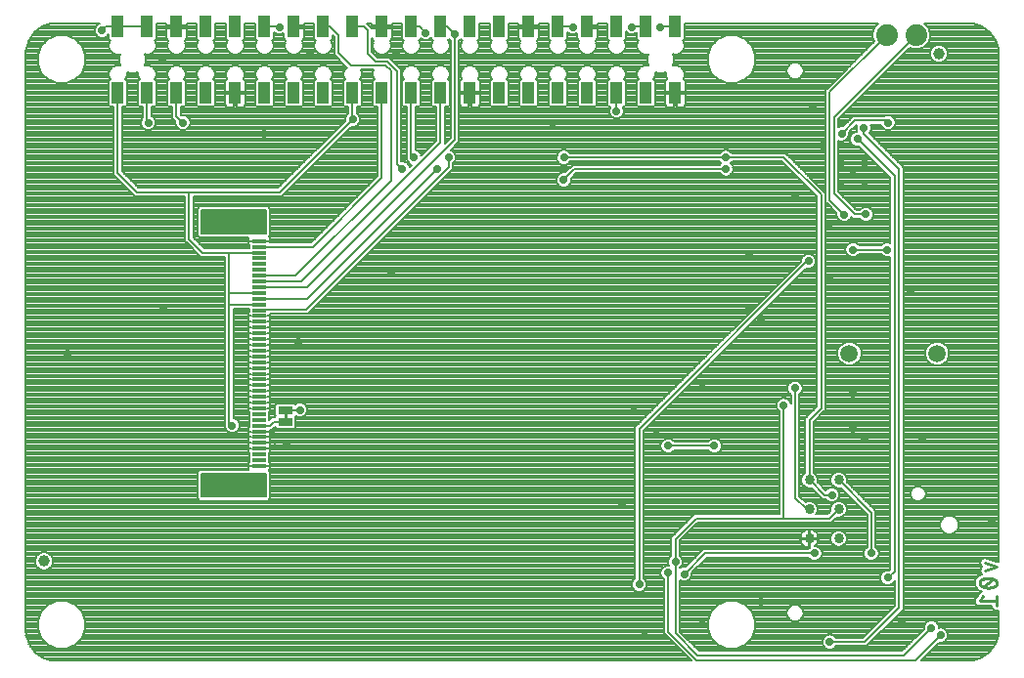
<source format=gbl>
G75*
%MOIN*%
%OFA0B0*%
%FSLAX25Y25*%
%IPPOS*%
%LPD*%
%AMOC8*
5,1,8,0,0,1.08239X$1,22.5*
%
%ADD10C,0.01100*%
%ADD11R,0.04016X0.07362*%
%ADD12C,0.03400*%
%ADD13C,0.05906*%
%ADD14R,0.04724X0.01181*%
%ADD15C,0.00600*%
%ADD16C,0.03937*%
%ADD17R,0.05000X0.02500*%
%ADD18C,0.01000*%
%ADD19C,0.07400*%
%ADD20C,0.00700*%
%ADD21C,0.02900*%
%ADD22C,0.00800*%
D10*
X0365553Y0070186D02*
X0371453Y0070186D01*
X0371453Y0068548D02*
X0371453Y0071825D01*
X0370634Y0077487D02*
X0370509Y0077546D01*
X0370382Y0077601D01*
X0370255Y0077653D01*
X0370125Y0077700D01*
X0369995Y0077745D01*
X0369863Y0077785D01*
X0369730Y0077822D01*
X0369596Y0077854D01*
X0369462Y0077884D01*
X0369326Y0077909D01*
X0369190Y0077930D01*
X0369053Y0077948D01*
X0368916Y0077961D01*
X0368779Y0077971D01*
X0368641Y0077977D01*
X0368503Y0077979D01*
X0368503Y0074702D02*
X0368365Y0074704D01*
X0368227Y0074710D01*
X0368090Y0074720D01*
X0367953Y0074733D01*
X0367816Y0074751D01*
X0367680Y0074772D01*
X0367544Y0074797D01*
X0367410Y0074827D01*
X0367276Y0074859D01*
X0367143Y0074896D01*
X0367011Y0074936D01*
X0366881Y0074981D01*
X0366751Y0075028D01*
X0366624Y0075080D01*
X0366497Y0075135D01*
X0366372Y0075194D01*
X0366864Y0075029D02*
X0370142Y0077652D01*
X0371453Y0076340D02*
X0371451Y0076272D01*
X0371445Y0076203D01*
X0371436Y0076136D01*
X0371422Y0076069D01*
X0371405Y0076003D01*
X0371384Y0075937D01*
X0371360Y0075874D01*
X0371332Y0075811D01*
X0371300Y0075751D01*
X0371265Y0075692D01*
X0371227Y0075635D01*
X0371186Y0075580D01*
X0371141Y0075528D01*
X0371094Y0075479D01*
X0371044Y0075432D01*
X0370992Y0075388D01*
X0370937Y0075347D01*
X0370880Y0075310D01*
X0370821Y0075275D01*
X0370760Y0075244D01*
X0370697Y0075217D01*
X0370633Y0075193D01*
X0371453Y0076340D02*
X0371451Y0076408D01*
X0371445Y0076477D01*
X0371436Y0076544D01*
X0371422Y0076611D01*
X0371405Y0076677D01*
X0371384Y0076743D01*
X0371360Y0076806D01*
X0371332Y0076869D01*
X0371300Y0076929D01*
X0371265Y0076988D01*
X0371227Y0077045D01*
X0371186Y0077100D01*
X0371141Y0077152D01*
X0371094Y0077201D01*
X0371044Y0077248D01*
X0370992Y0077292D01*
X0370937Y0077333D01*
X0370880Y0077370D01*
X0370821Y0077405D01*
X0370760Y0077436D01*
X0370697Y0077463D01*
X0370633Y0077487D01*
X0370634Y0075194D02*
X0370509Y0075135D01*
X0370382Y0075080D01*
X0370255Y0075028D01*
X0370125Y0074981D01*
X0369995Y0074936D01*
X0369863Y0074896D01*
X0369730Y0074859D01*
X0369596Y0074827D01*
X0369462Y0074797D01*
X0369326Y0074772D01*
X0369190Y0074751D01*
X0369053Y0074733D01*
X0368916Y0074720D01*
X0368779Y0074710D01*
X0368641Y0074704D01*
X0368503Y0074702D01*
X0368503Y0077979D02*
X0368365Y0077977D01*
X0368227Y0077971D01*
X0368090Y0077961D01*
X0367953Y0077948D01*
X0367816Y0077930D01*
X0367680Y0077909D01*
X0367544Y0077884D01*
X0367410Y0077854D01*
X0367276Y0077822D01*
X0367143Y0077785D01*
X0367011Y0077745D01*
X0366881Y0077700D01*
X0366751Y0077653D01*
X0366624Y0077601D01*
X0366497Y0077546D01*
X0366372Y0077487D01*
X0366373Y0077487D02*
X0366309Y0077463D01*
X0366246Y0077436D01*
X0366185Y0077405D01*
X0366126Y0077370D01*
X0366069Y0077333D01*
X0366014Y0077292D01*
X0365962Y0077248D01*
X0365912Y0077201D01*
X0365865Y0077152D01*
X0365820Y0077100D01*
X0365779Y0077045D01*
X0365741Y0076988D01*
X0365706Y0076929D01*
X0365674Y0076869D01*
X0365646Y0076806D01*
X0365622Y0076743D01*
X0365601Y0076677D01*
X0365584Y0076611D01*
X0365570Y0076544D01*
X0365561Y0076477D01*
X0365555Y0076408D01*
X0365553Y0076340D01*
X0365555Y0076272D01*
X0365561Y0076203D01*
X0365570Y0076136D01*
X0365584Y0076069D01*
X0365601Y0076003D01*
X0365622Y0075937D01*
X0365646Y0075874D01*
X0365674Y0075811D01*
X0365706Y0075751D01*
X0365741Y0075692D01*
X0365779Y0075635D01*
X0365820Y0075580D01*
X0365865Y0075528D01*
X0365912Y0075479D01*
X0365962Y0075432D01*
X0366014Y0075388D01*
X0366069Y0075347D01*
X0366126Y0075310D01*
X0366185Y0075275D01*
X0366246Y0075244D01*
X0366309Y0075217D01*
X0366373Y0075193D01*
X0366864Y0071825D02*
X0365553Y0070186D01*
X0367520Y0080568D02*
X0371453Y0081879D01*
X0367520Y0083190D01*
D11*
X0261885Y0243524D03*
X0251885Y0243524D03*
X0241885Y0243524D03*
X0231885Y0243524D03*
X0221885Y0243524D03*
X0211885Y0243524D03*
X0201885Y0243524D03*
X0191885Y0243524D03*
X0181885Y0243524D03*
X0171885Y0243524D03*
X0161885Y0243524D03*
X0151885Y0243524D03*
X0141885Y0243524D03*
X0131885Y0243524D03*
X0121885Y0243524D03*
X0111885Y0243524D03*
X0101885Y0243524D03*
X0091885Y0243524D03*
X0081885Y0243524D03*
X0071885Y0243524D03*
X0071885Y0266083D03*
X0081885Y0266083D03*
X0091885Y0266083D03*
X0101885Y0266083D03*
X0111885Y0266083D03*
X0121885Y0266083D03*
X0131885Y0266083D03*
X0141885Y0266083D03*
X0151885Y0266083D03*
X0161885Y0266083D03*
X0171885Y0266083D03*
X0181885Y0266083D03*
X0191885Y0266083D03*
X0201885Y0266083D03*
X0211885Y0266083D03*
X0221885Y0266083D03*
X0231885Y0266083D03*
X0241885Y0266083D03*
X0251885Y0266083D03*
X0261885Y0266083D03*
D12*
X0307554Y0111457D03*
X0307554Y0101457D03*
X0307554Y0091457D03*
X0317554Y0091457D03*
X0317554Y0101457D03*
X0317554Y0111457D03*
D13*
X0321216Y0154606D03*
X0351137Y0154606D03*
D14*
X0120035Y0153622D03*
X0120035Y0151654D03*
X0120035Y0149685D03*
X0120035Y0147717D03*
X0120035Y0145748D03*
X0120035Y0143780D03*
X0120035Y0141811D03*
X0120035Y0139843D03*
X0120035Y0137874D03*
X0120035Y0135906D03*
X0120035Y0133937D03*
X0120035Y0131969D03*
X0120035Y0130000D03*
X0120035Y0128031D03*
X0120035Y0126063D03*
X0120035Y0124094D03*
X0120035Y0122126D03*
X0120035Y0120157D03*
X0120035Y0118189D03*
X0120035Y0116220D03*
X0120035Y0155591D03*
X0120035Y0157559D03*
X0120035Y0159528D03*
X0120035Y0161496D03*
X0120035Y0163465D03*
X0120035Y0165433D03*
X0120035Y0167402D03*
X0120035Y0169370D03*
X0120035Y0171339D03*
X0120035Y0173307D03*
X0120035Y0175276D03*
X0120035Y0177244D03*
X0120035Y0179213D03*
X0120035Y0181181D03*
X0120035Y0183150D03*
X0120035Y0185118D03*
X0120035Y0187087D03*
X0120035Y0189055D03*
X0120035Y0191024D03*
X0120035Y0192992D03*
D15*
X0122397Y0195551D02*
X0122397Y0203425D01*
X0100350Y0203425D01*
X0100350Y0195551D01*
X0122397Y0195551D01*
X0122397Y0196139D02*
X0100350Y0196139D01*
X0100350Y0196738D02*
X0122397Y0196738D01*
X0122397Y0197336D02*
X0100350Y0197336D01*
X0100350Y0197935D02*
X0122397Y0197935D01*
X0122397Y0198533D02*
X0100350Y0198533D01*
X0100350Y0199132D02*
X0122397Y0199132D01*
X0122397Y0199730D02*
X0100350Y0199730D01*
X0100350Y0200329D02*
X0122397Y0200329D01*
X0122397Y0200927D02*
X0100350Y0200927D01*
X0100350Y0201526D02*
X0122397Y0201526D01*
X0122397Y0202124D02*
X0100350Y0202124D01*
X0100350Y0202723D02*
X0122397Y0202723D01*
X0122397Y0203322D02*
X0100350Y0203322D01*
X0100350Y0113661D02*
X0122397Y0113661D01*
X0122397Y0105787D01*
X0100350Y0105787D01*
X0100350Y0113661D01*
X0100350Y0113545D02*
X0122397Y0113545D01*
X0122397Y0112946D02*
X0100350Y0112946D01*
X0100350Y0112348D02*
X0122397Y0112348D01*
X0122397Y0111749D02*
X0100350Y0111749D01*
X0100350Y0111151D02*
X0122397Y0111151D01*
X0122397Y0110552D02*
X0100350Y0110552D01*
X0100350Y0109954D02*
X0122397Y0109954D01*
X0122397Y0109355D02*
X0100350Y0109355D01*
X0100350Y0108757D02*
X0122397Y0108757D01*
X0122397Y0108158D02*
X0100350Y0108158D01*
X0100350Y0107560D02*
X0122397Y0107560D01*
X0122397Y0106961D02*
X0100350Y0106961D01*
X0100350Y0106363D02*
X0122397Y0106363D01*
D16*
X0046806Y0083740D03*
X0351767Y0256969D03*
D17*
X0128932Y0135307D03*
X0128932Y0131307D03*
D18*
X0128932Y0135307D01*
D19*
X0333932Y0263307D03*
X0343932Y0263307D03*
D20*
X0315932Y0235307D01*
X0315932Y0209185D01*
X0322964Y0202154D01*
X0326779Y0202154D01*
X0319432Y0202032D02*
X0314532Y0206932D01*
X0314532Y0243907D01*
X0333932Y0263307D01*
X0333669Y0234075D02*
X0323125Y0234075D01*
X0318657Y0229606D01*
X0323972Y0227835D02*
X0336570Y0215236D01*
X0336570Y0080394D01*
X0334267Y0078091D01*
X0328696Y0086496D02*
X0328696Y0100315D01*
X0317554Y0111457D01*
X0315251Y0106378D02*
X0312633Y0106378D01*
X0307554Y0111457D01*
X0307554Y0131890D01*
X0311570Y0135906D01*
X0311570Y0208740D01*
X0298775Y0221535D01*
X0279090Y0221535D01*
X0223972Y0221535D01*
X0227515Y0217598D02*
X0223775Y0213858D01*
X0227515Y0217598D02*
X0279090Y0217598D01*
X0241885Y0237283D02*
X0241885Y0243524D01*
X0247003Y0266024D02*
X0247062Y0266083D01*
X0251885Y0266083D01*
X0256846Y0266024D02*
X0256905Y0266083D01*
X0261885Y0266083D01*
X0226924Y0266024D02*
X0226865Y0266083D01*
X0221885Y0266083D01*
X0186767Y0263465D02*
X0184149Y0266083D01*
X0181885Y0266083D01*
X0186767Y0263465D02*
X0186767Y0227638D01*
X0136373Y0177244D01*
X0120035Y0177244D01*
X0120035Y0175276D02*
X0109798Y0175276D01*
X0109798Y0189055D01*
X0120035Y0189055D01*
X0120035Y0191024D02*
X0138342Y0191024D01*
X0161885Y0214567D01*
X0161885Y0243524D01*
X0171885Y0243524D02*
X0171885Y0222441D01*
X0172791Y0221535D01*
X0168854Y0217598D02*
X0167082Y0219370D01*
X0167082Y0250911D01*
X0163732Y0254261D01*
X0159750Y0254261D01*
X0157043Y0256969D01*
X0157043Y0264843D01*
X0155802Y0266083D01*
X0151885Y0266083D01*
X0147003Y0263268D02*
X0144188Y0266083D01*
X0141885Y0266083D01*
X0147003Y0263268D02*
X0147003Y0257165D01*
X0151308Y0252861D01*
X0163152Y0252861D01*
X0164943Y0251070D01*
X0164943Y0213688D01*
X0132436Y0181181D01*
X0120035Y0181181D01*
X0120035Y0179213D02*
X0134405Y0179213D01*
X0181885Y0226693D01*
X0181885Y0243524D01*
X0176728Y0264055D02*
X0174700Y0266083D01*
X0171885Y0266083D01*
X0151885Y0243524D02*
X0151885Y0234567D01*
X0151924Y0234528D01*
X0127121Y0209724D01*
X0096216Y0209724D01*
X0096216Y0193583D01*
X0100743Y0189055D01*
X0109798Y0189055D01*
X0109798Y0175276D02*
X0109798Y0171339D01*
X0120035Y0171339D01*
X0120275Y0169611D02*
X0136212Y0169611D01*
X0184739Y0218138D01*
X0184739Y0221398D01*
X0184602Y0221535D01*
X0180665Y0217598D02*
X0136373Y0173307D01*
X0120035Y0173307D01*
X0120275Y0169611D02*
X0120035Y0169370D01*
X0109798Y0171339D02*
X0109798Y0130984D01*
X0110783Y0130000D01*
X0120035Y0130000D02*
X0123625Y0130000D01*
X0124932Y0131307D01*
X0128932Y0131307D01*
X0128932Y0135307D02*
X0133932Y0135307D01*
X0125547Y0127047D02*
X0124562Y0126063D01*
X0120035Y0126063D01*
X0120035Y0128031D02*
X0124562Y0128031D01*
X0125547Y0127047D01*
X0124956Y0124094D02*
X0120035Y0124094D01*
X0120035Y0122126D02*
X0124562Y0122126D01*
X0125743Y0123307D01*
X0124956Y0124094D01*
X0096216Y0209724D02*
X0078302Y0209724D01*
X0071885Y0216142D01*
X0071885Y0243524D01*
X0081885Y0243524D02*
X0081885Y0233701D01*
X0082239Y0233346D01*
X0091885Y0235512D02*
X0091885Y0243524D01*
X0091885Y0235512D02*
X0094050Y0233346D01*
X0066491Y0264843D02*
X0067732Y0266083D01*
X0071885Y0266083D01*
X0081885Y0266083D01*
X0121885Y0266083D02*
X0126865Y0266083D01*
X0126924Y0266024D01*
X0298775Y0136890D02*
X0298775Y0098465D01*
X0298932Y0098307D01*
X0268932Y0098307D01*
X0261985Y0091359D01*
X0261985Y0083522D01*
X0261985Y0059102D01*
X0269434Y0051654D01*
X0339779Y0051654D01*
X0349169Y0061043D01*
X0352318Y0058543D02*
X0343832Y0050057D01*
X0269051Y0050057D01*
X0259404Y0059704D01*
X0259404Y0079802D01*
X0259405Y0079803D01*
X0261985Y0083522D02*
X0261964Y0083543D01*
X0264932Y0079307D02*
X0272082Y0086457D01*
X0309365Y0086457D01*
X0314405Y0098307D02*
X0298932Y0098307D01*
X0302712Y0105394D02*
X0306649Y0101457D01*
X0307554Y0101457D01*
X0302712Y0105394D02*
X0302712Y0142795D01*
X0275153Y0123110D02*
X0259405Y0123110D01*
X0249562Y0128819D02*
X0306846Y0186102D01*
X0307239Y0186102D01*
X0322397Y0190039D02*
X0334070Y0190039D01*
X0338145Y0217598D02*
X0326137Y0229606D01*
X0326137Y0231575D01*
X0333669Y0234075D02*
X0334389Y0233354D01*
X0334389Y0233346D01*
X0338145Y0217598D02*
X0338145Y0067992D01*
X0326334Y0056181D01*
X0314523Y0056181D01*
X0314405Y0098307D02*
X0317554Y0101457D01*
X0249562Y0075866D02*
X0249562Y0128819D01*
D21*
X0255468Y0127047D03*
X0259405Y0123110D03*
X0247594Y0134921D03*
X0271216Y0142795D03*
X0275153Y0123110D03*
X0298775Y0136890D03*
X0302712Y0142795D03*
X0322397Y0140827D03*
X0322397Y0129016D03*
X0326334Y0125079D03*
X0346019Y0125079D03*
X0315251Y0106378D03*
X0309365Y0086457D03*
X0290901Y0069961D03*
X0271216Y0062087D03*
X0251531Y0058150D03*
X0249562Y0075866D03*
X0259405Y0079803D03*
X0261964Y0083543D03*
X0264932Y0079307D03*
X0243657Y0103425D03*
X0314523Y0056181D03*
X0339129Y0062677D03*
X0349169Y0061043D03*
X0352318Y0058543D03*
X0334267Y0078091D03*
X0328696Y0086496D03*
X0369641Y0097520D03*
X0290901Y0166417D03*
X0286964Y0170354D03*
X0307239Y0186102D03*
X0314523Y0180197D03*
X0322397Y0190039D03*
X0314129Y0197913D03*
X0319432Y0202032D03*
X0326779Y0202154D03*
X0326334Y0211693D03*
X0322397Y0215630D03*
X0326334Y0219567D03*
X0318460Y0219567D03*
X0318460Y0211693D03*
X0311964Y0225472D03*
X0318657Y0229606D03*
X0323972Y0227835D03*
X0326137Y0231575D03*
X0334389Y0233346D03*
X0308814Y0238858D03*
X0279090Y0221535D03*
X0279090Y0217598D03*
X0302712Y0207756D03*
X0286964Y0188071D03*
X0334070Y0190039D03*
X0342082Y0176260D03*
X0241885Y0237283D03*
X0223972Y0221535D03*
X0223775Y0213858D03*
X0220035Y0233346D03*
X0184602Y0221535D03*
X0180665Y0217598D03*
X0172791Y0221535D03*
X0168854Y0217598D03*
X0151924Y0234528D03*
X0137358Y0256969D03*
X0126924Y0266024D03*
X0166885Y0256969D03*
X0176728Y0264055D03*
X0186767Y0263465D03*
X0226924Y0266024D03*
X0247003Y0266024D03*
X0256846Y0266024D03*
X0164917Y0182165D03*
X0133421Y0158543D03*
X0133932Y0135307D03*
X0129484Y0123110D03*
X0110783Y0130000D03*
X0087239Y0170354D03*
X0054680Y0154606D03*
X0121610Y0229409D03*
X0094050Y0233346D03*
X0082239Y0233346D03*
X0086964Y0254803D03*
X0066491Y0264843D03*
D22*
X0043452Y0052827D02*
X0046062Y0050931D01*
X0049130Y0049934D01*
X0050743Y0049807D01*
X0267250Y0049807D01*
X0257954Y0059103D01*
X0257954Y0077648D01*
X0257243Y0078359D01*
X0256855Y0079296D01*
X0256855Y0080310D01*
X0257243Y0081248D01*
X0257960Y0081965D01*
X0258898Y0082353D01*
X0259697Y0082353D01*
X0259414Y0083036D01*
X0259414Y0084051D01*
X0259802Y0084988D01*
X0260519Y0085705D01*
X0260535Y0085711D01*
X0260535Y0091960D01*
X0261384Y0092809D01*
X0268332Y0099757D01*
X0297325Y0099757D01*
X0297325Y0134734D01*
X0296613Y0135445D01*
X0296225Y0136383D01*
X0296225Y0137397D01*
X0296613Y0138334D01*
X0297330Y0139052D01*
X0298268Y0139440D01*
X0299282Y0139440D01*
X0300219Y0139052D01*
X0300937Y0138334D01*
X0301262Y0137549D01*
X0301262Y0140639D01*
X0300550Y0141351D01*
X0300162Y0142288D01*
X0300162Y0143302D01*
X0300550Y0144240D01*
X0301267Y0144957D01*
X0302205Y0145345D01*
X0303219Y0145345D01*
X0304156Y0144957D01*
X0304874Y0144240D01*
X0305262Y0143302D01*
X0305262Y0142288D01*
X0304874Y0141351D01*
X0304162Y0140639D01*
X0304162Y0105994D01*
X0306221Y0103935D01*
X0306997Y0104257D01*
X0308111Y0104257D01*
X0309140Y0103830D01*
X0309928Y0103043D01*
X0310354Y0102014D01*
X0310354Y0100900D01*
X0309928Y0099871D01*
X0309815Y0099757D01*
X0313804Y0099757D01*
X0314811Y0100764D01*
X0314754Y0100900D01*
X0314754Y0102014D01*
X0315181Y0103043D01*
X0315968Y0103830D01*
X0316997Y0104257D01*
X0318111Y0104257D01*
X0319140Y0103830D01*
X0319928Y0103043D01*
X0320354Y0102014D01*
X0320354Y0100900D01*
X0319928Y0099871D01*
X0319140Y0099083D01*
X0318111Y0098657D01*
X0316997Y0098657D01*
X0316861Y0098713D01*
X0315855Y0097706D01*
X0315005Y0096857D01*
X0269533Y0096857D01*
X0263435Y0090759D01*
X0263435Y0085679D01*
X0264126Y0084988D01*
X0264514Y0084051D01*
X0264514Y0083036D01*
X0264126Y0082099D01*
X0263501Y0081474D01*
X0264425Y0081857D01*
X0265432Y0081857D01*
X0271481Y0087907D01*
X0307209Y0087907D01*
X0307659Y0088357D01*
X0307654Y0088357D01*
X0307654Y0091357D01*
X0307454Y0091357D01*
X0304454Y0091357D01*
X0304454Y0091151D01*
X0304574Y0090552D01*
X0304807Y0089988D01*
X0305146Y0089481D01*
X0305578Y0089049D01*
X0306086Y0088710D01*
X0306650Y0088476D01*
X0307249Y0088357D01*
X0307454Y0088357D01*
X0307454Y0091357D01*
X0307454Y0091557D01*
X0304454Y0091557D01*
X0304454Y0091762D01*
X0304574Y0092361D01*
X0304807Y0092925D01*
X0305146Y0093433D01*
X0305578Y0093865D01*
X0306086Y0094204D01*
X0306650Y0094438D01*
X0307249Y0094557D01*
X0307454Y0094557D01*
X0307454Y0091557D01*
X0307654Y0091557D01*
X0307654Y0094557D01*
X0307860Y0094557D01*
X0308459Y0094438D01*
X0309023Y0094204D01*
X0309531Y0093865D01*
X0309962Y0093433D01*
X0310302Y0092925D01*
X0310535Y0092361D01*
X0310654Y0091762D01*
X0310654Y0091557D01*
X0307654Y0091557D01*
X0307654Y0091357D01*
X0310654Y0091357D01*
X0310654Y0091151D01*
X0310535Y0090552D01*
X0310302Y0089988D01*
X0309962Y0089481D01*
X0309531Y0089049D01*
X0309468Y0089007D01*
X0309873Y0089007D01*
X0310810Y0088618D01*
X0311527Y0087901D01*
X0311915Y0086964D01*
X0311915Y0085949D01*
X0311527Y0085012D01*
X0310810Y0084295D01*
X0309873Y0083907D01*
X0308858Y0083907D01*
X0307921Y0084295D01*
X0307209Y0085007D01*
X0272683Y0085007D01*
X0267482Y0079806D01*
X0267482Y0078800D01*
X0267094Y0077863D01*
X0266377Y0077145D01*
X0265440Y0076757D01*
X0264425Y0076757D01*
X0263488Y0077145D01*
X0263435Y0077198D01*
X0263435Y0059703D01*
X0270034Y0053104D01*
X0339178Y0053104D01*
X0346619Y0060544D01*
X0346619Y0061551D01*
X0347007Y0062488D01*
X0347724Y0063205D01*
X0348661Y0063593D01*
X0349676Y0063593D01*
X0350613Y0063205D01*
X0351330Y0062488D01*
X0351719Y0061551D01*
X0351719Y0061055D01*
X0351811Y0061093D01*
X0352825Y0061093D01*
X0353763Y0060705D01*
X0354480Y0059988D01*
X0354868Y0059051D01*
X0354868Y0058036D01*
X0354480Y0057099D01*
X0353763Y0056382D01*
X0352825Y0055993D01*
X0351819Y0055993D01*
X0345633Y0049807D01*
X0361767Y0049807D01*
X0363380Y0049934D01*
X0366448Y0050931D01*
X0369058Y0052827D01*
X0370954Y0055437D01*
X0371951Y0058505D01*
X0372078Y0060118D01*
X0372078Y0066898D01*
X0370770Y0066898D01*
X0369803Y0067864D01*
X0369803Y0068536D01*
X0365645Y0068536D01*
X0365056Y0068471D01*
X0364974Y0068536D01*
X0364870Y0068536D01*
X0364451Y0068955D01*
X0363989Y0069325D01*
X0363977Y0069429D01*
X0363903Y0069503D01*
X0363903Y0070095D01*
X0363838Y0070683D01*
X0363903Y0070765D01*
X0363903Y0070870D01*
X0364322Y0071289D01*
X0366003Y0073390D01*
X0366250Y0073417D01*
X0366197Y0073443D01*
X0366003Y0073465D01*
X0365907Y0073585D01*
X0365741Y0073665D01*
X0364970Y0073930D01*
X0364970Y0073930D01*
X0364970Y0073930D01*
X0363903Y0075423D01*
X0363903Y0077258D01*
X0364970Y0078751D01*
X0364970Y0078751D01*
X0365741Y0079015D01*
X0366346Y0079310D01*
X0366171Y0079398D01*
X0365738Y0080695D01*
X0366331Y0081879D01*
X0365738Y0083064D01*
X0366171Y0084360D01*
X0367393Y0084972D01*
X0371453Y0083618D01*
X0371580Y0083660D01*
X0372078Y0083411D01*
X0372078Y0256969D01*
X0371951Y0258581D01*
X0370954Y0261650D01*
X0369058Y0264259D01*
X0366448Y0266156D01*
X0363380Y0267153D01*
X0361767Y0267280D01*
X0346748Y0267280D01*
X0348002Y0266026D01*
X0348732Y0264262D01*
X0348732Y0262352D01*
X0348002Y0260588D01*
X0346651Y0259238D01*
X0344887Y0258507D01*
X0342978Y0258507D01*
X0341709Y0259033D01*
X0317382Y0234706D01*
X0317382Y0231838D01*
X0318150Y0232156D01*
X0319156Y0232156D01*
X0322525Y0235525D01*
X0332985Y0235525D01*
X0333882Y0235896D01*
X0334897Y0235896D01*
X0335834Y0235508D01*
X0336551Y0234791D01*
X0336939Y0233854D01*
X0336939Y0232839D01*
X0336551Y0231902D01*
X0335834Y0231185D01*
X0334897Y0230796D01*
X0333882Y0230796D01*
X0332945Y0231185D01*
X0332228Y0231902D01*
X0331928Y0232625D01*
X0328462Y0232625D01*
X0328687Y0232082D01*
X0328687Y0231068D01*
X0328299Y0230130D01*
X0327981Y0229813D01*
X0339595Y0218199D01*
X0339595Y0067392D01*
X0326935Y0054731D01*
X0316679Y0054731D01*
X0315967Y0054019D01*
X0315030Y0053631D01*
X0314016Y0053631D01*
X0313078Y0054019D01*
X0312361Y0054737D01*
X0311973Y0055674D01*
X0311973Y0056688D01*
X0312361Y0057626D01*
X0313078Y0058343D01*
X0314016Y0058731D01*
X0315030Y0058731D01*
X0315967Y0058343D01*
X0316679Y0057631D01*
X0325733Y0057631D01*
X0336695Y0068593D01*
X0336695Y0077289D01*
X0336429Y0076646D01*
X0335711Y0075929D01*
X0334774Y0075541D01*
X0333760Y0075541D01*
X0332823Y0075929D01*
X0332105Y0076646D01*
X0331717Y0077583D01*
X0331717Y0078598D01*
X0332105Y0079535D01*
X0332823Y0080252D01*
X0333760Y0080641D01*
X0334766Y0080641D01*
X0335120Y0080994D01*
X0335120Y0187714D01*
X0334577Y0187489D01*
X0333563Y0187489D01*
X0332626Y0187878D01*
X0331914Y0188589D01*
X0324553Y0188589D01*
X0323841Y0187878D01*
X0322904Y0187489D01*
X0321890Y0187489D01*
X0320952Y0187878D01*
X0320235Y0188595D01*
X0319847Y0189532D01*
X0319847Y0190547D01*
X0320235Y0191484D01*
X0320952Y0192201D01*
X0321890Y0192589D01*
X0322904Y0192589D01*
X0323841Y0192201D01*
X0324553Y0191489D01*
X0331914Y0191489D01*
X0332626Y0192201D01*
X0333563Y0192589D01*
X0334577Y0192589D01*
X0335120Y0192365D01*
X0335120Y0214636D01*
X0324471Y0225285D01*
X0323464Y0225285D01*
X0322527Y0225673D01*
X0321810Y0226390D01*
X0321422Y0227327D01*
X0321422Y0228342D01*
X0321810Y0229279D01*
X0322527Y0229996D01*
X0323464Y0230385D01*
X0323870Y0230385D01*
X0323587Y0231068D01*
X0323587Y0232082D01*
X0323812Y0232625D01*
X0323726Y0232625D01*
X0321207Y0230106D01*
X0321207Y0229099D01*
X0320819Y0228162D01*
X0320101Y0227445D01*
X0319164Y0227056D01*
X0318150Y0227056D01*
X0317382Y0227374D01*
X0317382Y0209786D01*
X0323564Y0203604D01*
X0324623Y0203604D01*
X0325334Y0204315D01*
X0326272Y0204704D01*
X0327286Y0204704D01*
X0328223Y0204315D01*
X0328941Y0203598D01*
X0329329Y0202661D01*
X0329329Y0201646D01*
X0328941Y0200709D01*
X0328223Y0199992D01*
X0327286Y0199604D01*
X0326272Y0199604D01*
X0325334Y0199992D01*
X0324623Y0200704D01*
X0322363Y0200704D01*
X0321853Y0201213D01*
X0321594Y0200587D01*
X0320877Y0199870D01*
X0319940Y0199482D01*
X0318925Y0199482D01*
X0317988Y0199870D01*
X0317271Y0200587D01*
X0316882Y0201525D01*
X0316882Y0202531D01*
X0313932Y0205482D01*
X0313082Y0206331D01*
X0313082Y0244508D01*
X0313932Y0245357D01*
X0329658Y0261083D01*
X0329132Y0262352D01*
X0329132Y0264262D01*
X0329863Y0266026D01*
X0331117Y0267280D01*
X0264993Y0267280D01*
X0264993Y0261946D01*
X0264546Y0261499D01*
X0264993Y0260421D01*
X0264993Y0259185D01*
X0264520Y0258043D01*
X0263646Y0257168D01*
X0262503Y0256695D01*
X0261267Y0256695D01*
X0261098Y0256765D01*
X0261528Y0255727D01*
X0261528Y0253880D01*
X0261098Y0252841D01*
X0261267Y0252911D01*
X0262503Y0252911D01*
X0263646Y0252438D01*
X0264520Y0251564D01*
X0264993Y0250421D01*
X0264993Y0249185D01*
X0264659Y0248379D01*
X0264753Y0248325D01*
X0265013Y0248064D01*
X0265198Y0247745D01*
X0265293Y0247389D01*
X0265293Y0243924D01*
X0262285Y0243924D01*
X0262285Y0243124D01*
X0265293Y0243124D01*
X0265293Y0239658D01*
X0265198Y0239302D01*
X0265013Y0238983D01*
X0264753Y0238722D01*
X0264433Y0238538D01*
X0264077Y0238443D01*
X0262285Y0238443D01*
X0262285Y0243124D01*
X0261485Y0243124D01*
X0258477Y0243124D01*
X0258477Y0239658D01*
X0258573Y0239302D01*
X0258757Y0238983D01*
X0259018Y0238722D01*
X0259337Y0238538D01*
X0259693Y0238443D01*
X0261485Y0238443D01*
X0261485Y0243124D01*
X0261485Y0243924D01*
X0258477Y0243924D01*
X0258477Y0247389D01*
X0258573Y0247745D01*
X0258757Y0248064D01*
X0259018Y0248325D01*
X0259111Y0248379D01*
X0258777Y0249185D01*
X0258777Y0250421D01*
X0258847Y0250590D01*
X0257809Y0250160D01*
X0255961Y0250160D01*
X0254923Y0250590D01*
X0254993Y0250421D01*
X0254993Y0249185D01*
X0254546Y0248107D01*
X0254993Y0247660D01*
X0254993Y0239387D01*
X0254349Y0238743D01*
X0249422Y0238743D01*
X0248777Y0239387D01*
X0248777Y0247660D01*
X0249224Y0248107D01*
X0248777Y0249185D01*
X0248777Y0250421D01*
X0249250Y0251564D01*
X0250125Y0252438D01*
X0251267Y0252911D01*
X0252503Y0252911D01*
X0252672Y0252841D01*
X0252242Y0253880D01*
X0252242Y0255727D01*
X0252672Y0256765D01*
X0252503Y0256695D01*
X0251267Y0256695D01*
X0250125Y0257168D01*
X0249250Y0258043D01*
X0248777Y0259185D01*
X0248777Y0260421D01*
X0249224Y0261499D01*
X0248777Y0261946D01*
X0248777Y0264191D01*
X0248448Y0263862D01*
X0247510Y0263474D01*
X0246496Y0263474D01*
X0245559Y0263862D01*
X0244993Y0264428D01*
X0244993Y0261946D01*
X0244546Y0261499D01*
X0244993Y0260421D01*
X0244993Y0259185D01*
X0244520Y0258043D01*
X0243646Y0257168D01*
X0242503Y0256695D01*
X0241267Y0256695D01*
X0240125Y0257168D01*
X0239250Y0258043D01*
X0238777Y0259185D01*
X0238777Y0260421D01*
X0239224Y0261499D01*
X0238777Y0261946D01*
X0238777Y0267280D01*
X0235293Y0267280D01*
X0235293Y0266483D01*
X0232285Y0266483D01*
X0232285Y0265683D01*
X0235293Y0265683D01*
X0235293Y0262217D01*
X0235198Y0261861D01*
X0235013Y0261542D01*
X0234753Y0261281D01*
X0234659Y0261227D01*
X0234993Y0260421D01*
X0234993Y0259185D01*
X0234520Y0258043D01*
X0233646Y0257168D01*
X0232503Y0256695D01*
X0231267Y0256695D01*
X0230125Y0257168D01*
X0229250Y0258043D01*
X0228777Y0259185D01*
X0228777Y0260421D01*
X0229111Y0261227D01*
X0229018Y0261281D01*
X0228757Y0261542D01*
X0228573Y0261861D01*
X0228477Y0262217D01*
X0228477Y0263970D01*
X0228369Y0263862D01*
X0227432Y0263474D01*
X0226417Y0263474D01*
X0225480Y0263862D01*
X0224993Y0264349D01*
X0224993Y0261946D01*
X0224546Y0261499D01*
X0224993Y0260421D01*
X0224993Y0259185D01*
X0224520Y0258043D01*
X0223646Y0257168D01*
X0222503Y0256695D01*
X0221267Y0256695D01*
X0220125Y0257168D01*
X0219250Y0258043D01*
X0218777Y0259185D01*
X0218777Y0260421D01*
X0219224Y0261499D01*
X0218777Y0261946D01*
X0218777Y0267280D01*
X0215293Y0267280D01*
X0215293Y0266483D01*
X0212285Y0266483D01*
X0212285Y0265683D01*
X0215293Y0265683D01*
X0215293Y0262217D01*
X0215198Y0261861D01*
X0215013Y0261542D01*
X0214753Y0261281D01*
X0214659Y0261227D01*
X0214993Y0260421D01*
X0214993Y0259185D01*
X0214520Y0258043D01*
X0213646Y0257168D01*
X0212503Y0256695D01*
X0211267Y0256695D01*
X0210125Y0257168D01*
X0209250Y0258043D01*
X0208777Y0259185D01*
X0208777Y0260421D01*
X0209111Y0261227D01*
X0209018Y0261281D01*
X0208757Y0261542D01*
X0208573Y0261861D01*
X0208477Y0262217D01*
X0208477Y0265683D01*
X0211485Y0265683D01*
X0211485Y0266483D01*
X0208477Y0266483D01*
X0208477Y0267280D01*
X0204993Y0267280D01*
X0204993Y0261946D01*
X0204546Y0261499D01*
X0204993Y0260421D01*
X0204993Y0259185D01*
X0204520Y0258043D01*
X0203646Y0257168D01*
X0202503Y0256695D01*
X0201267Y0256695D01*
X0200125Y0257168D01*
X0199250Y0258043D01*
X0198777Y0259185D01*
X0198777Y0260421D01*
X0199224Y0261499D01*
X0198777Y0261946D01*
X0198777Y0267280D01*
X0194993Y0267280D01*
X0194993Y0261946D01*
X0194546Y0261499D01*
X0194993Y0260421D01*
X0194993Y0259185D01*
X0194520Y0258043D01*
X0193646Y0257168D01*
X0192503Y0256695D01*
X0191267Y0256695D01*
X0190125Y0257168D01*
X0189250Y0258043D01*
X0188777Y0259185D01*
X0188777Y0260421D01*
X0189224Y0261499D01*
X0188816Y0261907D01*
X0188217Y0261308D01*
X0188217Y0227037D01*
X0187368Y0226188D01*
X0185219Y0224040D01*
X0186046Y0223697D01*
X0186763Y0222980D01*
X0187152Y0222043D01*
X0187152Y0221028D01*
X0186763Y0220091D01*
X0186189Y0219517D01*
X0186189Y0217537D01*
X0136813Y0168161D01*
X0123797Y0168161D01*
X0123797Y0167402D01*
X0122663Y0167402D01*
X0122664Y0167402D01*
X0123797Y0167402D01*
X0123797Y0166627D01*
X0123741Y0166417D01*
X0123797Y0166208D01*
X0123797Y0165433D01*
X0122664Y0165433D01*
X0122663Y0165433D01*
X0122664Y0165433D01*
X0123797Y0165433D01*
X0123797Y0164658D01*
X0123741Y0164449D01*
X0123797Y0164239D01*
X0123797Y0163465D01*
X0122664Y0163465D01*
X0122663Y0163465D01*
X0122664Y0163464D01*
X0123797Y0163464D01*
X0123797Y0162690D01*
X0123741Y0162480D01*
X0123797Y0162271D01*
X0123797Y0161496D01*
X0122664Y0161496D01*
X0122663Y0161496D01*
X0122664Y0161496D01*
X0123797Y0161496D01*
X0123797Y0160721D01*
X0123741Y0160512D01*
X0123797Y0160302D01*
X0123797Y0159528D01*
X0122664Y0159528D01*
X0122663Y0159528D01*
X0122664Y0159527D01*
X0123797Y0159527D01*
X0123797Y0158753D01*
X0123741Y0158543D01*
X0123797Y0158334D01*
X0123797Y0157559D01*
X0122664Y0157559D01*
X0122663Y0157559D01*
X0122664Y0157559D01*
X0123797Y0157559D01*
X0123797Y0156784D01*
X0123741Y0156575D01*
X0123797Y0156365D01*
X0123797Y0155591D01*
X0122664Y0155591D01*
X0122663Y0155591D01*
X0122664Y0155590D01*
X0123797Y0155590D01*
X0123797Y0154816D01*
X0123741Y0154606D01*
X0123797Y0154397D01*
X0123797Y0153622D01*
X0122664Y0153622D01*
X0122663Y0153622D01*
X0122664Y0153622D01*
X0123797Y0153622D01*
X0123797Y0152847D01*
X0123741Y0152638D01*
X0123797Y0152428D01*
X0123797Y0151654D01*
X0122664Y0151654D01*
X0122663Y0151654D01*
X0122664Y0151653D01*
X0123797Y0151653D01*
X0123797Y0150879D01*
X0123741Y0150669D01*
X0123797Y0150460D01*
X0123797Y0149685D01*
X0122664Y0149685D01*
X0122663Y0149685D01*
X0122664Y0149685D01*
X0123797Y0149685D01*
X0123797Y0148910D01*
X0123741Y0148701D01*
X0123797Y0148491D01*
X0123797Y0147717D01*
X0122664Y0147717D01*
X0122663Y0147717D01*
X0122664Y0147716D01*
X0123797Y0147716D01*
X0123797Y0146942D01*
X0123741Y0146732D01*
X0123797Y0146523D01*
X0123797Y0145748D01*
X0122664Y0145748D01*
X0122663Y0145748D01*
X0122664Y0145748D01*
X0123797Y0145748D01*
X0123797Y0144973D01*
X0123741Y0144764D01*
X0123797Y0144554D01*
X0123797Y0143780D01*
X0122664Y0143780D01*
X0122663Y0143780D01*
X0122664Y0143779D01*
X0123797Y0143779D01*
X0123797Y0143005D01*
X0123741Y0142795D01*
X0123797Y0142586D01*
X0123797Y0141811D01*
X0122664Y0141811D01*
X0122663Y0141811D01*
X0122664Y0141811D01*
X0123797Y0141811D01*
X0123797Y0141036D01*
X0123741Y0140827D01*
X0123797Y0140617D01*
X0123797Y0139843D01*
X0122664Y0139843D01*
X0122663Y0139843D01*
X0122664Y0139842D01*
X0123797Y0139842D01*
X0123797Y0139068D01*
X0123741Y0138858D01*
X0123797Y0138649D01*
X0123797Y0137874D01*
X0122664Y0137874D01*
X0122663Y0137874D01*
X0122664Y0137874D01*
X0123797Y0137874D01*
X0123797Y0137099D01*
X0123741Y0136890D01*
X0123797Y0136680D01*
X0123797Y0135906D01*
X0122664Y0135906D01*
X0122663Y0135905D01*
X0123797Y0135905D01*
X0123797Y0135131D01*
X0123702Y0134775D01*
X0123517Y0134455D01*
X0123497Y0134435D01*
X0123497Y0131922D01*
X0124332Y0132757D01*
X0125332Y0132757D01*
X0125332Y0133013D01*
X0125627Y0133307D01*
X0125332Y0133601D01*
X0125332Y0137013D01*
X0125977Y0137657D01*
X0131888Y0137657D01*
X0132282Y0137263D01*
X0132488Y0137469D01*
X0133425Y0137857D01*
X0134440Y0137857D01*
X0135377Y0137469D01*
X0136094Y0136752D01*
X0136482Y0135814D01*
X0136482Y0134800D01*
X0136094Y0133863D01*
X0135377Y0133145D01*
X0134440Y0132757D01*
X0133425Y0132757D01*
X0132488Y0133145D01*
X0132282Y0133351D01*
X0132238Y0133307D01*
X0132532Y0133013D01*
X0132532Y0129601D01*
X0131888Y0128957D01*
X0125977Y0128957D01*
X0125332Y0129601D01*
X0125332Y0129656D01*
X0124226Y0128550D01*
X0123797Y0128550D01*
X0123797Y0128032D01*
X0122663Y0128032D01*
X0122664Y0128031D01*
X0123797Y0128031D01*
X0123797Y0127257D01*
X0123741Y0127047D01*
X0123797Y0126838D01*
X0123797Y0126063D01*
X0122664Y0126063D01*
X0122663Y0126063D01*
X0122664Y0126063D01*
X0123797Y0126063D01*
X0123797Y0125288D01*
X0123741Y0125079D01*
X0123797Y0124869D01*
X0123797Y0124095D01*
X0122664Y0124095D01*
X0122663Y0124094D01*
X0122664Y0124094D01*
X0123797Y0124094D01*
X0123797Y0123320D01*
X0123741Y0123110D01*
X0123797Y0122901D01*
X0123797Y0122126D01*
X0122664Y0122126D01*
X0122663Y0122126D01*
X0123797Y0122126D01*
X0123797Y0121351D01*
X0123702Y0120995D01*
X0123517Y0120676D01*
X0123497Y0120656D01*
X0123497Y0117691D01*
X0123517Y0117671D01*
X0123702Y0117351D01*
X0123797Y0116995D01*
X0123797Y0116221D01*
X0120035Y0116221D01*
X0120035Y0116220D01*
X0123797Y0116220D01*
X0123797Y0115446D01*
X0123702Y0115090D01*
X0123517Y0114770D01*
X0123393Y0114646D01*
X0123797Y0114241D01*
X0123797Y0105207D01*
X0122977Y0104387D01*
X0099770Y0104387D01*
X0098950Y0105207D01*
X0098950Y0114241D01*
X0099770Y0115061D01*
X0116384Y0115061D01*
X0116368Y0115090D01*
X0116273Y0115446D01*
X0116273Y0116220D01*
X0120035Y0116220D01*
X0120035Y0116221D01*
X0116273Y0116221D01*
X0116273Y0116995D01*
X0116368Y0117351D01*
X0116552Y0117671D01*
X0116573Y0117691D01*
X0116573Y0120656D01*
X0116552Y0120676D01*
X0116368Y0120995D01*
X0116273Y0121351D01*
X0116273Y0122126D01*
X0117406Y0122126D01*
X0117406Y0122126D01*
X0116273Y0122126D01*
X0116273Y0122901D01*
X0116329Y0123110D01*
X0116273Y0123320D01*
X0116273Y0124094D01*
X0117406Y0124094D01*
X0117406Y0124094D01*
X0117406Y0124095D01*
X0116273Y0124095D01*
X0116273Y0124869D01*
X0116329Y0125079D01*
X0116273Y0125288D01*
X0116273Y0126063D01*
X0117406Y0126063D01*
X0117406Y0126063D01*
X0117406Y0126063D01*
X0116273Y0126063D01*
X0116273Y0126838D01*
X0116329Y0127047D01*
X0116273Y0127257D01*
X0116273Y0128031D01*
X0117406Y0128031D01*
X0117406Y0128032D01*
X0116273Y0128032D01*
X0116273Y0128806D01*
X0116368Y0129162D01*
X0116552Y0129482D01*
X0116573Y0129502D01*
X0116573Y0134435D01*
X0116552Y0134455D01*
X0116368Y0134775D01*
X0116273Y0135131D01*
X0116273Y0135905D01*
X0117406Y0135905D01*
X0117406Y0135906D01*
X0116273Y0135906D01*
X0116273Y0136680D01*
X0116329Y0136890D01*
X0116273Y0137099D01*
X0116273Y0137874D01*
X0117406Y0137874D01*
X0117406Y0137874D01*
X0117406Y0137874D01*
X0116273Y0137874D01*
X0116273Y0138649D01*
X0116329Y0138858D01*
X0116273Y0139068D01*
X0116273Y0139842D01*
X0117406Y0139842D01*
X0117406Y0139843D01*
X0117406Y0139843D01*
X0116273Y0139843D01*
X0116273Y0140617D01*
X0116329Y0140827D01*
X0116273Y0141036D01*
X0116273Y0141811D01*
X0117406Y0141811D01*
X0117406Y0141811D01*
X0117406Y0141811D01*
X0116273Y0141811D01*
X0116273Y0142586D01*
X0116329Y0142795D01*
X0116273Y0143005D01*
X0116273Y0143779D01*
X0117406Y0143779D01*
X0117406Y0143780D01*
X0117406Y0143780D01*
X0116273Y0143780D01*
X0116273Y0144554D01*
X0116329Y0144764D01*
X0116273Y0144973D01*
X0116273Y0145748D01*
X0117406Y0145748D01*
X0117406Y0145748D01*
X0117406Y0145748D01*
X0116273Y0145748D01*
X0116273Y0146523D01*
X0116329Y0146732D01*
X0116273Y0146942D01*
X0116273Y0147716D01*
X0117406Y0147716D01*
X0117406Y0147717D01*
X0117406Y0147717D01*
X0116273Y0147717D01*
X0116273Y0148491D01*
X0116329Y0148701D01*
X0116273Y0148910D01*
X0116273Y0149685D01*
X0117406Y0149685D01*
X0117406Y0149685D01*
X0117406Y0149685D01*
X0116273Y0149685D01*
X0116273Y0150460D01*
X0116329Y0150669D01*
X0116273Y0150879D01*
X0116273Y0151653D01*
X0117406Y0151653D01*
X0117406Y0151654D01*
X0117406Y0151654D01*
X0116273Y0151654D01*
X0116273Y0152428D01*
X0116329Y0152638D01*
X0116273Y0152847D01*
X0116273Y0153622D01*
X0117406Y0153622D01*
X0117406Y0153622D01*
X0117406Y0153622D01*
X0116273Y0153622D01*
X0116273Y0154397D01*
X0116329Y0154606D01*
X0116273Y0154816D01*
X0116273Y0155590D01*
X0117406Y0155590D01*
X0117406Y0155591D01*
X0117406Y0155591D01*
X0116273Y0155591D01*
X0116273Y0156365D01*
X0116329Y0156575D01*
X0116273Y0156784D01*
X0116273Y0157559D01*
X0117406Y0157559D01*
X0117406Y0157559D01*
X0117406Y0157559D01*
X0116273Y0157559D01*
X0116273Y0158334D01*
X0116329Y0158543D01*
X0116273Y0158753D01*
X0116273Y0159527D01*
X0117406Y0159527D01*
X0117406Y0159528D01*
X0117406Y0159528D01*
X0116273Y0159528D01*
X0116273Y0160302D01*
X0116329Y0160512D01*
X0116273Y0160721D01*
X0116273Y0161496D01*
X0117406Y0161496D01*
X0117406Y0161496D01*
X0117406Y0161496D01*
X0116273Y0161496D01*
X0116273Y0162271D01*
X0116329Y0162480D01*
X0116273Y0162690D01*
X0116273Y0163464D01*
X0117406Y0163464D01*
X0117406Y0163465D01*
X0117406Y0163465D01*
X0116273Y0163465D01*
X0116273Y0164239D01*
X0116329Y0164449D01*
X0116273Y0164658D01*
X0116273Y0165433D01*
X0117406Y0165433D01*
X0117406Y0165433D01*
X0117406Y0165433D01*
X0116273Y0165433D01*
X0116273Y0166208D01*
X0116329Y0166417D01*
X0116273Y0166627D01*
X0116273Y0167402D01*
X0117406Y0167402D01*
X0117406Y0167402D01*
X0116273Y0167402D01*
X0116273Y0168176D01*
X0116368Y0168533D01*
X0116552Y0168852D01*
X0116573Y0168872D01*
X0116573Y0169889D01*
X0111248Y0169889D01*
X0111248Y0132550D01*
X0111290Y0132550D01*
X0112227Y0132162D01*
X0112945Y0131444D01*
X0113333Y0130507D01*
X0113333Y0129493D01*
X0112945Y0128556D01*
X0112227Y0127838D01*
X0111290Y0127450D01*
X0110276Y0127450D01*
X0109338Y0127838D01*
X0108621Y0128556D01*
X0108233Y0129493D01*
X0108233Y0130507D01*
X0108348Y0130787D01*
X0108348Y0187605D01*
X0100143Y0187605D01*
X0095615Y0192133D01*
X0094766Y0192982D01*
X0094766Y0208274D01*
X0077702Y0208274D01*
X0076852Y0209124D01*
X0076852Y0209124D01*
X0071285Y0214692D01*
X0071284Y0214692D01*
X0070435Y0215541D01*
X0070435Y0238743D01*
X0069422Y0238743D01*
X0068777Y0239387D01*
X0068777Y0247660D01*
X0069224Y0248107D01*
X0068777Y0249185D01*
X0068777Y0250421D01*
X0069250Y0251564D01*
X0070125Y0252438D01*
X0071267Y0252911D01*
X0072503Y0252911D01*
X0072672Y0252841D01*
X0072242Y0253880D01*
X0072242Y0255727D01*
X0072672Y0256765D01*
X0072503Y0256695D01*
X0071267Y0256695D01*
X0070125Y0257168D01*
X0069250Y0258043D01*
X0068777Y0259185D01*
X0068777Y0260421D01*
X0069224Y0261499D01*
X0068777Y0261946D01*
X0068777Y0263698D01*
X0068653Y0263398D01*
X0067936Y0262681D01*
X0066999Y0262293D01*
X0065984Y0262293D01*
X0065047Y0262681D01*
X0064330Y0263398D01*
X0063941Y0264335D01*
X0063941Y0265350D01*
X0064330Y0266287D01*
X0065047Y0267004D01*
X0065711Y0267280D01*
X0050743Y0267280D01*
X0049130Y0267153D01*
X0046062Y0266156D01*
X0043452Y0264259D01*
X0041556Y0261650D01*
X0040559Y0258581D01*
X0040432Y0256969D01*
X0040432Y0060118D01*
X0040559Y0058505D01*
X0041556Y0055437D01*
X0043452Y0052827D01*
X0043255Y0053098D02*
X0263958Y0053098D01*
X0263160Y0053897D02*
X0042675Y0053897D01*
X0042095Y0054695D02*
X0049267Y0054695D01*
X0048097Y0055180D02*
X0051091Y0053939D01*
X0052712Y0053939D01*
X0054332Y0053939D01*
X0054332Y0053939D01*
X0057327Y0055180D01*
X0059619Y0057472D01*
X0060859Y0060466D01*
X0060859Y0063707D01*
X0059619Y0066702D01*
X0057327Y0068994D01*
X0054332Y0070234D01*
X0051091Y0070234D01*
X0048097Y0068994D01*
X0048097Y0068994D01*
X0045805Y0066702D01*
X0045805Y0066702D01*
X0044565Y0063707D01*
X0044565Y0060466D01*
X0045805Y0057472D01*
X0045805Y0057472D01*
X0048097Y0055180D01*
X0048097Y0055180D01*
X0047783Y0055494D02*
X0041538Y0055494D01*
X0041278Y0056292D02*
X0046984Y0056292D01*
X0046186Y0057091D02*
X0041019Y0057091D01*
X0040759Y0057889D02*
X0045632Y0057889D01*
X0045301Y0058688D02*
X0040545Y0058688D01*
X0040482Y0059486D02*
X0044970Y0059486D01*
X0044640Y0060285D02*
X0040432Y0060285D01*
X0040432Y0061083D02*
X0044565Y0061083D01*
X0044565Y0061882D02*
X0040432Y0061882D01*
X0040432Y0062680D02*
X0044565Y0062680D01*
X0044565Y0063479D02*
X0040432Y0063479D01*
X0040432Y0064277D02*
X0044801Y0064277D01*
X0045132Y0065076D02*
X0040432Y0065076D01*
X0040432Y0065874D02*
X0045462Y0065874D01*
X0045793Y0066673D02*
X0040432Y0066673D01*
X0040432Y0067471D02*
X0046575Y0067471D01*
X0047373Y0068270D02*
X0040432Y0068270D01*
X0040432Y0069068D02*
X0048278Y0069068D01*
X0050205Y0069867D02*
X0040432Y0069867D01*
X0040432Y0070665D02*
X0257954Y0070665D01*
X0257954Y0069867D02*
X0055218Y0069867D01*
X0057146Y0069068D02*
X0257954Y0069068D01*
X0257954Y0068270D02*
X0058051Y0068270D01*
X0057327Y0068994D02*
X0057327Y0068994D01*
X0058849Y0067471D02*
X0257954Y0067471D01*
X0257954Y0066673D02*
X0059631Y0066673D01*
X0059619Y0066702D02*
X0059619Y0066702D01*
X0059961Y0065874D02*
X0257954Y0065874D01*
X0257954Y0065076D02*
X0060292Y0065076D01*
X0060623Y0064277D02*
X0257954Y0064277D01*
X0257954Y0063479D02*
X0060859Y0063479D01*
X0060859Y0062680D02*
X0257954Y0062680D01*
X0257954Y0061882D02*
X0060859Y0061882D01*
X0060859Y0061083D02*
X0257954Y0061083D01*
X0257954Y0060285D02*
X0060784Y0060285D01*
X0060453Y0059486D02*
X0257954Y0059486D01*
X0258369Y0058688D02*
X0060123Y0058688D01*
X0059792Y0057889D02*
X0259167Y0057889D01*
X0259966Y0057091D02*
X0059238Y0057091D01*
X0059619Y0057472D02*
X0059619Y0057472D01*
X0058439Y0056292D02*
X0260764Y0056292D01*
X0261563Y0055494D02*
X0057641Y0055494D01*
X0057327Y0055180D02*
X0057327Y0055180D01*
X0056157Y0054695D02*
X0262361Y0054695D01*
X0264757Y0052300D02*
X0044178Y0052300D01*
X0045277Y0051501D02*
X0265555Y0051501D01*
X0266354Y0050703D02*
X0046765Y0050703D01*
X0049510Y0049904D02*
X0267152Y0049904D01*
X0269241Y0053897D02*
X0313375Y0053897D01*
X0312403Y0054695D02*
X0284504Y0054695D01*
X0285673Y0055180D02*
X0285673Y0055180D01*
X0282679Y0053939D01*
X0281409Y0053939D01*
X0279438Y0053939D01*
X0276443Y0055180D01*
X0276443Y0055180D01*
X0274151Y0057472D01*
X0274151Y0057472D01*
X0272911Y0060466D01*
X0272911Y0063707D01*
X0274151Y0066702D01*
X0274151Y0066702D01*
X0276443Y0068994D01*
X0276443Y0068994D01*
X0279438Y0070234D01*
X0282679Y0070234D01*
X0285673Y0068994D01*
X0285673Y0068994D01*
X0287965Y0066702D01*
X0287965Y0066702D01*
X0289206Y0063707D01*
X0289206Y0060466D01*
X0287965Y0057472D01*
X0287965Y0057472D01*
X0285673Y0055180D01*
X0285987Y0055494D02*
X0312048Y0055494D01*
X0311973Y0056292D02*
X0286786Y0056292D01*
X0287584Y0057091D02*
X0312140Y0057091D01*
X0312625Y0057889D02*
X0288138Y0057889D01*
X0288469Y0058688D02*
X0313911Y0058688D01*
X0315135Y0058688D02*
X0326790Y0058688D01*
X0327588Y0059486D02*
X0288800Y0059486D01*
X0289130Y0060285D02*
X0328387Y0060285D01*
X0329185Y0061083D02*
X0289206Y0061083D01*
X0289206Y0061882D02*
X0329984Y0061882D01*
X0330783Y0062680D02*
X0289206Y0062680D01*
X0289206Y0063479D02*
X0301352Y0063479D01*
X0301085Y0063589D02*
X0302141Y0063152D01*
X0303283Y0063152D01*
X0304339Y0063589D01*
X0305146Y0064397D01*
X0305584Y0065452D01*
X0305584Y0066595D01*
X0305146Y0067650D01*
X0304339Y0068458D01*
X0303283Y0068895D01*
X0302141Y0068895D01*
X0301085Y0068458D01*
X0300277Y0067650D01*
X0299840Y0066595D01*
X0299840Y0065452D01*
X0300277Y0064397D01*
X0301085Y0063589D01*
X0300397Y0064277D02*
X0288969Y0064277D01*
X0288639Y0065076D02*
X0299996Y0065076D01*
X0299840Y0065874D02*
X0288308Y0065874D01*
X0287977Y0066673D02*
X0299873Y0066673D01*
X0300203Y0067471D02*
X0287196Y0067471D01*
X0286397Y0068270D02*
X0300897Y0068270D01*
X0304527Y0068270D02*
X0336372Y0068270D01*
X0336695Y0069068D02*
X0285493Y0069068D01*
X0283565Y0069867D02*
X0336695Y0069867D01*
X0336695Y0070665D02*
X0263435Y0070665D01*
X0263435Y0069867D02*
X0278552Y0069867D01*
X0276624Y0069068D02*
X0263435Y0069068D01*
X0263435Y0068270D02*
X0275720Y0068270D01*
X0274921Y0067471D02*
X0263435Y0067471D01*
X0263435Y0066673D02*
X0274140Y0066673D01*
X0273809Y0065874D02*
X0263435Y0065874D01*
X0263435Y0065076D02*
X0273478Y0065076D01*
X0273147Y0064277D02*
X0263435Y0064277D01*
X0263435Y0063479D02*
X0272911Y0063479D01*
X0272911Y0062680D02*
X0263435Y0062680D01*
X0263435Y0061882D02*
X0272911Y0061882D01*
X0272911Y0061083D02*
X0263435Y0061083D01*
X0263435Y0060285D02*
X0272986Y0060285D01*
X0273317Y0059486D02*
X0263651Y0059486D01*
X0264450Y0058688D02*
X0273648Y0058688D01*
X0273978Y0057889D02*
X0265248Y0057889D01*
X0266047Y0057091D02*
X0274532Y0057091D01*
X0275331Y0056292D02*
X0266846Y0056292D01*
X0267644Y0055494D02*
X0276129Y0055494D01*
X0277613Y0054695D02*
X0268443Y0054695D01*
X0282679Y0053939D02*
X0282679Y0053939D01*
X0304072Y0063479D02*
X0331581Y0063479D01*
X0332380Y0064277D02*
X0305027Y0064277D01*
X0305428Y0065076D02*
X0333178Y0065076D01*
X0333977Y0065874D02*
X0305584Y0065874D01*
X0305551Y0066673D02*
X0334775Y0066673D01*
X0335574Y0067471D02*
X0305220Y0067471D01*
X0316421Y0057889D02*
X0325991Y0057889D01*
X0327697Y0055494D02*
X0341568Y0055494D01*
X0340770Y0054695D02*
X0316643Y0054695D01*
X0315671Y0053897D02*
X0339971Y0053897D01*
X0342367Y0056292D02*
X0328496Y0056292D01*
X0329294Y0057091D02*
X0343165Y0057091D01*
X0343964Y0057889D02*
X0330093Y0057889D01*
X0330891Y0058688D02*
X0344762Y0058688D01*
X0345561Y0059486D02*
X0331690Y0059486D01*
X0332488Y0060285D02*
X0346359Y0060285D01*
X0346619Y0061083D02*
X0333287Y0061083D01*
X0334085Y0061882D02*
X0346756Y0061882D01*
X0347199Y0062680D02*
X0334884Y0062680D01*
X0335682Y0063479D02*
X0348385Y0063479D01*
X0349952Y0063479D02*
X0372078Y0063479D01*
X0372078Y0064277D02*
X0336481Y0064277D01*
X0337279Y0065076D02*
X0372078Y0065076D01*
X0372078Y0065874D02*
X0338078Y0065874D01*
X0338876Y0066673D02*
X0372078Y0066673D01*
X0370196Y0067471D02*
X0339595Y0067471D01*
X0339595Y0068270D02*
X0369803Y0068270D01*
X0364309Y0069068D02*
X0339595Y0069068D01*
X0339595Y0069867D02*
X0363903Y0069867D01*
X0363840Y0070665D02*
X0339595Y0070665D01*
X0339595Y0071464D02*
X0364462Y0071464D01*
X0365101Y0072262D02*
X0339595Y0072262D01*
X0339595Y0073061D02*
X0365740Y0073061D01*
X0365175Y0073859D02*
X0339595Y0073859D01*
X0339595Y0074658D02*
X0364450Y0074658D01*
X0363903Y0075456D02*
X0339595Y0075456D01*
X0339595Y0076255D02*
X0363903Y0076255D01*
X0363903Y0077053D02*
X0339595Y0077053D01*
X0339595Y0077852D02*
X0364328Y0077852D01*
X0364898Y0078651D02*
X0339595Y0078651D01*
X0339595Y0079449D02*
X0366154Y0079449D01*
X0365887Y0080248D02*
X0339595Y0080248D01*
X0339595Y0081046D02*
X0365914Y0081046D01*
X0366313Y0081845D02*
X0339595Y0081845D01*
X0339595Y0082643D02*
X0365949Y0082643D01*
X0365864Y0083442D02*
X0339595Y0083442D01*
X0339595Y0084240D02*
X0366131Y0084240D01*
X0369588Y0084240D02*
X0372078Y0084240D01*
X0372078Y0083442D02*
X0372018Y0083442D01*
X0372078Y0085039D02*
X0339595Y0085039D01*
X0339595Y0085837D02*
X0372078Y0085837D01*
X0372078Y0086636D02*
X0339595Y0086636D01*
X0339595Y0087434D02*
X0372078Y0087434D01*
X0372078Y0088233D02*
X0339595Y0088233D01*
X0339595Y0089031D02*
X0372078Y0089031D01*
X0372078Y0089830D02*
X0339595Y0089830D01*
X0339595Y0090628D02*
X0372078Y0090628D01*
X0372078Y0091427D02*
X0339595Y0091427D01*
X0339595Y0092225D02*
X0372078Y0092225D01*
X0372078Y0093024D02*
X0355932Y0093024D01*
X0355875Y0093000D02*
X0357039Y0093483D01*
X0357930Y0094373D01*
X0358412Y0095537D01*
X0358412Y0096797D01*
X0357930Y0097961D01*
X0357039Y0098852D01*
X0355875Y0099334D01*
X0354615Y0099334D01*
X0353451Y0098852D01*
X0352561Y0097961D01*
X0352078Y0096797D01*
X0352078Y0095537D01*
X0352561Y0094373D01*
X0353451Y0093483D01*
X0354615Y0093000D01*
X0355875Y0093000D01*
X0354559Y0093024D02*
X0339595Y0093024D01*
X0339595Y0093822D02*
X0353112Y0093822D01*
X0352458Y0094621D02*
X0339595Y0094621D01*
X0339595Y0095419D02*
X0352127Y0095419D01*
X0352078Y0096218D02*
X0339595Y0096218D01*
X0339595Y0097016D02*
X0352169Y0097016D01*
X0352500Y0097815D02*
X0339595Y0097815D01*
X0339595Y0098613D02*
X0353213Y0098613D01*
X0357278Y0098613D02*
X0372078Y0098613D01*
X0372078Y0097815D02*
X0357991Y0097815D01*
X0358322Y0097016D02*
X0372078Y0097016D01*
X0372078Y0096218D02*
X0358412Y0096218D01*
X0358363Y0095419D02*
X0372078Y0095419D01*
X0372078Y0094621D02*
X0358033Y0094621D01*
X0357379Y0093822D02*
X0372078Y0093822D01*
X0372078Y0099412D02*
X0339595Y0099412D01*
X0339595Y0100210D02*
X0372078Y0100210D01*
X0372078Y0101009D02*
X0339595Y0101009D01*
X0339595Y0101807D02*
X0372078Y0101807D01*
X0372078Y0102606D02*
X0339595Y0102606D01*
X0339595Y0103404D02*
X0372078Y0103404D01*
X0372078Y0104203D02*
X0345259Y0104203D01*
X0345179Y0104170D02*
X0346126Y0104562D01*
X0346851Y0105287D01*
X0347243Y0106234D01*
X0347243Y0107259D01*
X0346851Y0108205D01*
X0346126Y0108930D01*
X0345179Y0109322D01*
X0344154Y0109322D01*
X0343207Y0108930D01*
X0342482Y0108205D01*
X0342090Y0107259D01*
X0342090Y0106234D01*
X0342482Y0105287D01*
X0343207Y0104562D01*
X0344154Y0104170D01*
X0345179Y0104170D01*
X0344074Y0104203D02*
X0339595Y0104203D01*
X0339595Y0105001D02*
X0342768Y0105001D01*
X0342270Y0105800D02*
X0339595Y0105800D01*
X0339595Y0106598D02*
X0342090Y0106598D01*
X0342148Y0107397D02*
X0339595Y0107397D01*
X0339595Y0108195D02*
X0342478Y0108195D01*
X0343361Y0108994D02*
X0339595Y0108994D01*
X0339595Y0109792D02*
X0372078Y0109792D01*
X0372078Y0108994D02*
X0345972Y0108994D01*
X0346855Y0108195D02*
X0372078Y0108195D01*
X0372078Y0107397D02*
X0347186Y0107397D01*
X0347243Y0106598D02*
X0372078Y0106598D01*
X0372078Y0105800D02*
X0347063Y0105800D01*
X0346565Y0105001D02*
X0372078Y0105001D01*
X0372078Y0110591D02*
X0339595Y0110591D01*
X0339595Y0111389D02*
X0372078Y0111389D01*
X0372078Y0112188D02*
X0339595Y0112188D01*
X0339595Y0112987D02*
X0372078Y0112987D01*
X0372078Y0113785D02*
X0339595Y0113785D01*
X0339595Y0114584D02*
X0372078Y0114584D01*
X0372078Y0115382D02*
X0339595Y0115382D01*
X0339595Y0116181D02*
X0372078Y0116181D01*
X0372078Y0116979D02*
X0339595Y0116979D01*
X0339595Y0117778D02*
X0372078Y0117778D01*
X0372078Y0118576D02*
X0339595Y0118576D01*
X0339595Y0119375D02*
X0372078Y0119375D01*
X0372078Y0120173D02*
X0339595Y0120173D01*
X0339595Y0120972D02*
X0372078Y0120972D01*
X0372078Y0121770D02*
X0339595Y0121770D01*
X0339595Y0122569D02*
X0372078Y0122569D01*
X0372078Y0123367D02*
X0339595Y0123367D01*
X0339595Y0124166D02*
X0372078Y0124166D01*
X0372078Y0124964D02*
X0339595Y0124964D01*
X0339595Y0125763D02*
X0372078Y0125763D01*
X0372078Y0126561D02*
X0339595Y0126561D01*
X0339595Y0127360D02*
X0372078Y0127360D01*
X0372078Y0128158D02*
X0339595Y0128158D01*
X0339595Y0128957D02*
X0372078Y0128957D01*
X0372078Y0129755D02*
X0339595Y0129755D01*
X0339595Y0130554D02*
X0372078Y0130554D01*
X0372078Y0131352D02*
X0339595Y0131352D01*
X0339595Y0132151D02*
X0372078Y0132151D01*
X0372078Y0132949D02*
X0339595Y0132949D01*
X0339595Y0133748D02*
X0372078Y0133748D01*
X0372078Y0134546D02*
X0339595Y0134546D01*
X0339595Y0135345D02*
X0372078Y0135345D01*
X0372078Y0136143D02*
X0339595Y0136143D01*
X0339595Y0136942D02*
X0372078Y0136942D01*
X0372078Y0137740D02*
X0339595Y0137740D01*
X0339595Y0138539D02*
X0372078Y0138539D01*
X0372078Y0139337D02*
X0339595Y0139337D01*
X0339595Y0140136D02*
X0372078Y0140136D01*
X0372078Y0140934D02*
X0339595Y0140934D01*
X0339595Y0141733D02*
X0372078Y0141733D01*
X0372078Y0142531D02*
X0339595Y0142531D01*
X0339595Y0143330D02*
X0372078Y0143330D01*
X0372078Y0144128D02*
X0339595Y0144128D01*
X0339595Y0144927D02*
X0372078Y0144927D01*
X0372078Y0145725D02*
X0339595Y0145725D01*
X0339595Y0146524D02*
X0372078Y0146524D01*
X0372078Y0147322D02*
X0339595Y0147322D01*
X0339595Y0148121D02*
X0372078Y0148121D01*
X0372078Y0148920D02*
X0339595Y0148920D01*
X0339595Y0149718D02*
X0372078Y0149718D01*
X0372078Y0150517D02*
X0339595Y0150517D01*
X0339595Y0151315D02*
X0348697Y0151315D01*
X0348841Y0151171D02*
X0350331Y0150554D01*
X0351943Y0150554D01*
X0353433Y0151171D01*
X0354573Y0152311D01*
X0355190Y0153800D01*
X0355190Y0155412D01*
X0354573Y0156902D01*
X0353433Y0158042D01*
X0351943Y0158659D01*
X0350331Y0158659D01*
X0348841Y0158042D01*
X0347701Y0156902D01*
X0347084Y0155412D01*
X0347084Y0153800D01*
X0347701Y0152311D01*
X0348841Y0151171D01*
X0347898Y0152114D02*
X0339595Y0152114D01*
X0339595Y0152912D02*
X0347452Y0152912D01*
X0347121Y0153711D02*
X0339595Y0153711D01*
X0339595Y0154509D02*
X0347084Y0154509D01*
X0347084Y0155308D02*
X0339595Y0155308D01*
X0339595Y0156106D02*
X0347372Y0156106D01*
X0347704Y0156905D02*
X0339595Y0156905D01*
X0339595Y0157703D02*
X0348502Y0157703D01*
X0349951Y0158502D02*
X0339595Y0158502D01*
X0339595Y0159300D02*
X0372078Y0159300D01*
X0372078Y0158502D02*
X0352323Y0158502D01*
X0353772Y0157703D02*
X0372078Y0157703D01*
X0372078Y0156905D02*
X0354570Y0156905D01*
X0354902Y0156106D02*
X0372078Y0156106D01*
X0372078Y0155308D02*
X0355190Y0155308D01*
X0355190Y0154509D02*
X0372078Y0154509D01*
X0372078Y0153711D02*
X0355153Y0153711D01*
X0354822Y0152912D02*
X0372078Y0152912D01*
X0372078Y0152114D02*
X0354376Y0152114D01*
X0353577Y0151315D02*
X0372078Y0151315D01*
X0372078Y0160099D02*
X0339595Y0160099D01*
X0339595Y0160897D02*
X0372078Y0160897D01*
X0372078Y0161696D02*
X0339595Y0161696D01*
X0339595Y0162494D02*
X0372078Y0162494D01*
X0372078Y0163293D02*
X0339595Y0163293D01*
X0339595Y0164091D02*
X0372078Y0164091D01*
X0372078Y0164890D02*
X0339595Y0164890D01*
X0339595Y0165688D02*
X0372078Y0165688D01*
X0372078Y0166487D02*
X0339595Y0166487D01*
X0339595Y0167285D02*
X0372078Y0167285D01*
X0372078Y0168084D02*
X0339595Y0168084D01*
X0339595Y0168882D02*
X0372078Y0168882D01*
X0372078Y0169681D02*
X0339595Y0169681D01*
X0339595Y0170479D02*
X0372078Y0170479D01*
X0372078Y0171278D02*
X0339595Y0171278D01*
X0339595Y0172076D02*
X0372078Y0172076D01*
X0372078Y0172875D02*
X0339595Y0172875D01*
X0339595Y0173673D02*
X0372078Y0173673D01*
X0372078Y0174472D02*
X0339595Y0174472D01*
X0339595Y0175270D02*
X0372078Y0175270D01*
X0372078Y0176069D02*
X0339595Y0176069D01*
X0339595Y0176867D02*
X0372078Y0176867D01*
X0372078Y0177666D02*
X0339595Y0177666D01*
X0339595Y0178464D02*
X0372078Y0178464D01*
X0372078Y0179263D02*
X0339595Y0179263D01*
X0339595Y0180061D02*
X0372078Y0180061D01*
X0372078Y0180860D02*
X0339595Y0180860D01*
X0339595Y0181658D02*
X0372078Y0181658D01*
X0372078Y0182457D02*
X0339595Y0182457D01*
X0339595Y0183255D02*
X0372078Y0183255D01*
X0372078Y0184054D02*
X0339595Y0184054D01*
X0339595Y0184853D02*
X0372078Y0184853D01*
X0372078Y0185651D02*
X0339595Y0185651D01*
X0339595Y0186450D02*
X0372078Y0186450D01*
X0372078Y0187248D02*
X0339595Y0187248D01*
X0339595Y0188047D02*
X0372078Y0188047D01*
X0372078Y0188845D02*
X0339595Y0188845D01*
X0339595Y0189644D02*
X0372078Y0189644D01*
X0372078Y0190442D02*
X0339595Y0190442D01*
X0339595Y0191241D02*
X0372078Y0191241D01*
X0372078Y0192039D02*
X0339595Y0192039D01*
X0339595Y0192838D02*
X0372078Y0192838D01*
X0372078Y0193636D02*
X0339595Y0193636D01*
X0339595Y0194435D02*
X0372078Y0194435D01*
X0372078Y0195233D02*
X0339595Y0195233D01*
X0339595Y0196032D02*
X0372078Y0196032D01*
X0372078Y0196830D02*
X0339595Y0196830D01*
X0339595Y0197629D02*
X0372078Y0197629D01*
X0372078Y0198427D02*
X0339595Y0198427D01*
X0339595Y0199226D02*
X0372078Y0199226D01*
X0372078Y0200024D02*
X0339595Y0200024D01*
X0339595Y0200823D02*
X0372078Y0200823D01*
X0372078Y0201621D02*
X0339595Y0201621D01*
X0339595Y0202420D02*
X0372078Y0202420D01*
X0372078Y0203218D02*
X0339595Y0203218D01*
X0339595Y0204017D02*
X0372078Y0204017D01*
X0372078Y0204815D02*
X0339595Y0204815D01*
X0339595Y0205614D02*
X0372078Y0205614D01*
X0372078Y0206412D02*
X0339595Y0206412D01*
X0339595Y0207211D02*
X0372078Y0207211D01*
X0372078Y0208009D02*
X0339595Y0208009D01*
X0339595Y0208808D02*
X0372078Y0208808D01*
X0372078Y0209606D02*
X0339595Y0209606D01*
X0339595Y0210405D02*
X0372078Y0210405D01*
X0372078Y0211203D02*
X0339595Y0211203D01*
X0339595Y0212002D02*
X0372078Y0212002D01*
X0372078Y0212800D02*
X0339595Y0212800D01*
X0339595Y0213599D02*
X0372078Y0213599D01*
X0372078Y0214397D02*
X0339595Y0214397D01*
X0339595Y0215196D02*
X0372078Y0215196D01*
X0372078Y0215994D02*
X0339595Y0215994D01*
X0339595Y0216793D02*
X0372078Y0216793D01*
X0372078Y0217591D02*
X0339595Y0217591D01*
X0339404Y0218390D02*
X0372078Y0218390D01*
X0372078Y0219189D02*
X0338605Y0219189D01*
X0337807Y0219987D02*
X0372078Y0219987D01*
X0372078Y0220786D02*
X0337008Y0220786D01*
X0336210Y0221584D02*
X0372078Y0221584D01*
X0372078Y0222383D02*
X0335411Y0222383D01*
X0334613Y0223181D02*
X0372078Y0223181D01*
X0372078Y0223980D02*
X0333814Y0223980D01*
X0333016Y0224778D02*
X0372078Y0224778D01*
X0372078Y0225577D02*
X0332217Y0225577D01*
X0331419Y0226375D02*
X0372078Y0226375D01*
X0372078Y0227174D02*
X0330620Y0227174D01*
X0329822Y0227972D02*
X0372078Y0227972D01*
X0372078Y0228771D02*
X0329023Y0228771D01*
X0328225Y0229569D02*
X0372078Y0229569D01*
X0372078Y0230368D02*
X0328397Y0230368D01*
X0328687Y0231166D02*
X0332990Y0231166D01*
X0332202Y0231965D02*
X0328687Y0231965D01*
X0335789Y0231166D02*
X0372078Y0231166D01*
X0372078Y0231965D02*
X0336577Y0231965D01*
X0336908Y0232763D02*
X0372078Y0232763D01*
X0372078Y0233562D02*
X0336939Y0233562D01*
X0336730Y0234360D02*
X0372078Y0234360D01*
X0372078Y0235159D02*
X0336183Y0235159D01*
X0326618Y0243942D02*
X0372078Y0243942D01*
X0372078Y0243144D02*
X0325820Y0243144D01*
X0325021Y0242345D02*
X0372078Y0242345D01*
X0372078Y0241547D02*
X0324223Y0241547D01*
X0323424Y0240748D02*
X0372078Y0240748D01*
X0372078Y0239950D02*
X0322626Y0239950D01*
X0321827Y0239151D02*
X0372078Y0239151D01*
X0372078Y0238353D02*
X0321029Y0238353D01*
X0320230Y0237554D02*
X0372078Y0237554D01*
X0372078Y0236756D02*
X0319432Y0236756D01*
X0318633Y0235957D02*
X0372078Y0235957D01*
X0372078Y0244741D02*
X0327417Y0244741D01*
X0328215Y0245539D02*
X0372078Y0245539D01*
X0372078Y0246338D02*
X0329014Y0246338D01*
X0329812Y0247136D02*
X0372078Y0247136D01*
X0372078Y0247935D02*
X0330611Y0247935D01*
X0331409Y0248733D02*
X0372078Y0248733D01*
X0372078Y0249532D02*
X0332208Y0249532D01*
X0333006Y0250330D02*
X0372078Y0250330D01*
X0372078Y0251129D02*
X0333805Y0251129D01*
X0334603Y0251927D02*
X0372078Y0251927D01*
X0372078Y0252726D02*
X0335402Y0252726D01*
X0336200Y0253524D02*
X0372078Y0253524D01*
X0372078Y0254323D02*
X0353399Y0254323D01*
X0353505Y0254367D02*
X0354368Y0255230D01*
X0354835Y0256358D01*
X0354835Y0257579D01*
X0354368Y0258707D01*
X0353505Y0259570D01*
X0352377Y0260037D01*
X0351157Y0260037D01*
X0350029Y0259570D01*
X0349166Y0258707D01*
X0348698Y0257579D01*
X0348698Y0256358D01*
X0349166Y0255230D01*
X0350029Y0254367D01*
X0351157Y0253900D01*
X0352377Y0253900D01*
X0353505Y0254367D01*
X0354260Y0255122D02*
X0372078Y0255122D01*
X0372078Y0255920D02*
X0354654Y0255920D01*
X0354835Y0256719D02*
X0372078Y0256719D01*
X0372035Y0257517D02*
X0354835Y0257517D01*
X0354530Y0258316D02*
X0371972Y0258316D01*
X0371778Y0259114D02*
X0353961Y0259114D01*
X0352678Y0259913D02*
X0371519Y0259913D01*
X0371259Y0260711D02*
X0348053Y0260711D01*
X0348383Y0261510D02*
X0371000Y0261510D01*
X0370476Y0262308D02*
X0348714Y0262308D01*
X0348732Y0263107D02*
X0369896Y0263107D01*
X0369315Y0263905D02*
X0348732Y0263905D01*
X0348549Y0264704D02*
X0368447Y0264704D01*
X0367348Y0265502D02*
X0348219Y0265502D01*
X0347727Y0266301D02*
X0366002Y0266301D01*
X0363544Y0267099D02*
X0346928Y0267099D01*
X0347326Y0259913D02*
X0350856Y0259913D01*
X0349573Y0259114D02*
X0346353Y0259114D01*
X0349004Y0258316D02*
X0340991Y0258316D01*
X0340193Y0257517D02*
X0348698Y0257517D01*
X0348698Y0256719D02*
X0339394Y0256719D01*
X0338596Y0255920D02*
X0348880Y0255920D01*
X0349274Y0255122D02*
X0337797Y0255122D01*
X0336999Y0254323D02*
X0350135Y0254323D01*
X0329286Y0260711D02*
X0286869Y0260711D01*
X0286071Y0261510D02*
X0329481Y0261510D01*
X0329151Y0262308D02*
X0284705Y0262308D01*
X0285673Y0261907D02*
X0282679Y0263147D01*
X0279438Y0263147D01*
X0276443Y0261907D01*
X0274151Y0259615D01*
X0272911Y0256621D01*
X0272911Y0253379D01*
X0274151Y0250385D01*
X0276443Y0248093D01*
X0276443Y0248093D01*
X0279438Y0246853D01*
X0281409Y0246853D01*
X0282679Y0246853D01*
X0285673Y0248093D01*
X0285673Y0248093D01*
X0287965Y0250385D01*
X0289206Y0253379D01*
X0289206Y0256621D01*
X0287965Y0259615D01*
X0285673Y0261907D01*
X0285673Y0261907D01*
X0287668Y0259913D02*
X0328487Y0259913D01*
X0327689Y0259114D02*
X0288173Y0259114D01*
X0287965Y0259615D02*
X0287965Y0259615D01*
X0288503Y0258316D02*
X0326890Y0258316D01*
X0326092Y0257517D02*
X0288834Y0257517D01*
X0289165Y0256719D02*
X0325293Y0256719D01*
X0324495Y0255920D02*
X0289206Y0255920D01*
X0289206Y0255122D02*
X0323696Y0255122D01*
X0322898Y0254323D02*
X0289206Y0254323D01*
X0289206Y0253524D02*
X0301151Y0253524D01*
X0301085Y0253497D02*
X0300277Y0252690D01*
X0299840Y0251634D01*
X0299840Y0250492D01*
X0300277Y0249436D01*
X0301085Y0248629D01*
X0302141Y0248191D01*
X0303283Y0248191D01*
X0304339Y0248629D01*
X0305146Y0249436D01*
X0305584Y0250492D01*
X0305584Y0251634D01*
X0305146Y0252690D01*
X0304339Y0253497D01*
X0303283Y0253935D01*
X0302141Y0253935D01*
X0301085Y0253497D01*
X0300314Y0252726D02*
X0288935Y0252726D01*
X0288604Y0251927D02*
X0299962Y0251927D01*
X0299840Y0251129D02*
X0288273Y0251129D01*
X0287965Y0250385D02*
X0287965Y0250385D01*
X0287911Y0250330D02*
X0299907Y0250330D01*
X0300238Y0249532D02*
X0287112Y0249532D01*
X0286314Y0248733D02*
X0300980Y0248733D01*
X0304443Y0248733D02*
X0317308Y0248733D01*
X0316510Y0247935D02*
X0285291Y0247935D01*
X0283364Y0247136D02*
X0315711Y0247136D01*
X0314913Y0246338D02*
X0265293Y0246338D01*
X0265293Y0247136D02*
X0278753Y0247136D01*
X0276825Y0247935D02*
X0265088Y0247935D01*
X0264806Y0248733D02*
X0275803Y0248733D01*
X0275004Y0249532D02*
X0264993Y0249532D01*
X0264993Y0250330D02*
X0274206Y0250330D01*
X0274151Y0250385D02*
X0274151Y0250385D01*
X0273843Y0251129D02*
X0264700Y0251129D01*
X0264156Y0251927D02*
X0273513Y0251927D01*
X0273182Y0252726D02*
X0262950Y0252726D01*
X0261381Y0253524D02*
X0272911Y0253524D01*
X0272911Y0254323D02*
X0261528Y0254323D01*
X0261528Y0255122D02*
X0272911Y0255122D01*
X0272911Y0255920D02*
X0261448Y0255920D01*
X0261211Y0256719D02*
X0261118Y0256719D01*
X0262559Y0256719D02*
X0272952Y0256719D01*
X0273282Y0257517D02*
X0263994Y0257517D01*
X0264633Y0258316D02*
X0273613Y0258316D01*
X0273944Y0259114D02*
X0264964Y0259114D01*
X0264993Y0259913D02*
X0274449Y0259913D01*
X0274151Y0259615D02*
X0274151Y0259615D01*
X0275248Y0260711D02*
X0264873Y0260711D01*
X0264557Y0261510D02*
X0276046Y0261510D01*
X0276443Y0261907D02*
X0276443Y0261907D01*
X0277412Y0262308D02*
X0264993Y0262308D01*
X0264993Y0263107D02*
X0279340Y0263107D01*
X0282777Y0263107D02*
X0329132Y0263107D01*
X0329132Y0263905D02*
X0264993Y0263905D01*
X0264993Y0264704D02*
X0329315Y0264704D01*
X0329646Y0265502D02*
X0264993Y0265502D01*
X0264993Y0266301D02*
X0330138Y0266301D01*
X0330936Y0267099D02*
X0264993Y0267099D01*
X0252653Y0256719D02*
X0252559Y0256719D01*
X0252322Y0255920D02*
X0188217Y0255920D01*
X0188217Y0255122D02*
X0252242Y0255122D01*
X0252242Y0254323D02*
X0188217Y0254323D01*
X0188217Y0253524D02*
X0252389Y0253524D01*
X0250820Y0252726D02*
X0242950Y0252726D01*
X0242503Y0252911D02*
X0241267Y0252911D01*
X0240125Y0252438D01*
X0239250Y0251564D01*
X0238777Y0250421D01*
X0238777Y0249185D01*
X0239224Y0248107D01*
X0238777Y0247660D01*
X0238777Y0239387D01*
X0239422Y0238743D01*
X0239738Y0238743D01*
X0239723Y0238728D01*
X0239335Y0237791D01*
X0239335Y0236776D01*
X0239723Y0235839D01*
X0240441Y0235122D01*
X0241378Y0234733D01*
X0242392Y0234733D01*
X0243330Y0235122D01*
X0244047Y0235839D01*
X0244435Y0236776D01*
X0244435Y0237791D01*
X0244047Y0238728D01*
X0244032Y0238743D01*
X0244349Y0238743D01*
X0244993Y0239387D01*
X0244993Y0247660D01*
X0244546Y0248107D01*
X0244993Y0249185D01*
X0244993Y0250421D01*
X0244520Y0251564D01*
X0243646Y0252438D01*
X0242503Y0252911D01*
X0240820Y0252726D02*
X0232950Y0252726D01*
X0232503Y0252911D02*
X0231267Y0252911D01*
X0230125Y0252438D01*
X0229250Y0251564D01*
X0228777Y0250421D01*
X0228777Y0249185D01*
X0229224Y0248107D01*
X0228777Y0247660D01*
X0228777Y0239387D01*
X0229422Y0238743D01*
X0234349Y0238743D01*
X0234993Y0239387D01*
X0234993Y0247660D01*
X0234546Y0248107D01*
X0234993Y0249185D01*
X0234993Y0250421D01*
X0234520Y0251564D01*
X0233646Y0252438D01*
X0232503Y0252911D01*
X0230820Y0252726D02*
X0222950Y0252726D01*
X0222503Y0252911D02*
X0221267Y0252911D01*
X0220125Y0252438D01*
X0219250Y0251564D01*
X0218777Y0250421D01*
X0218777Y0249185D01*
X0219224Y0248107D01*
X0218777Y0247660D01*
X0218777Y0239387D01*
X0219422Y0238743D01*
X0224349Y0238743D01*
X0224993Y0239387D01*
X0224993Y0247660D01*
X0224546Y0248107D01*
X0224993Y0249185D01*
X0224993Y0250421D01*
X0224520Y0251564D01*
X0223646Y0252438D01*
X0222503Y0252911D01*
X0220820Y0252726D02*
X0212950Y0252726D01*
X0212503Y0252911D02*
X0211267Y0252911D01*
X0210125Y0252438D01*
X0209250Y0251564D01*
X0208777Y0250421D01*
X0208777Y0249185D01*
X0209224Y0248107D01*
X0208777Y0247660D01*
X0208777Y0239387D01*
X0209422Y0238743D01*
X0214349Y0238743D01*
X0214993Y0239387D01*
X0214993Y0247660D01*
X0214546Y0248107D01*
X0214993Y0249185D01*
X0214993Y0250421D01*
X0214520Y0251564D01*
X0213646Y0252438D01*
X0212503Y0252911D01*
X0210820Y0252726D02*
X0202950Y0252726D01*
X0202503Y0252911D02*
X0201267Y0252911D01*
X0200125Y0252438D01*
X0199250Y0251564D01*
X0198777Y0250421D01*
X0198777Y0249185D01*
X0199224Y0248107D01*
X0198777Y0247660D01*
X0198777Y0239387D01*
X0199422Y0238743D01*
X0204349Y0238743D01*
X0204993Y0239387D01*
X0204993Y0247660D01*
X0204546Y0248107D01*
X0204993Y0249185D01*
X0204993Y0250421D01*
X0204520Y0251564D01*
X0203646Y0252438D01*
X0202503Y0252911D01*
X0200820Y0252726D02*
X0192950Y0252726D01*
X0192503Y0252911D02*
X0191267Y0252911D01*
X0190125Y0252438D01*
X0189250Y0251564D01*
X0188777Y0250421D01*
X0188777Y0249185D01*
X0189111Y0248379D01*
X0189018Y0248325D01*
X0188757Y0248064D01*
X0188573Y0247745D01*
X0188477Y0247389D01*
X0188477Y0243924D01*
X0191485Y0243924D01*
X0191485Y0243124D01*
X0188477Y0243124D01*
X0188477Y0239658D01*
X0188573Y0239302D01*
X0188757Y0238983D01*
X0189018Y0238722D01*
X0189337Y0238538D01*
X0189693Y0238443D01*
X0191485Y0238443D01*
X0191485Y0243124D01*
X0192285Y0243124D01*
X0192285Y0243924D01*
X0195293Y0243924D01*
X0195293Y0247389D01*
X0195198Y0247745D01*
X0195013Y0248064D01*
X0194753Y0248325D01*
X0194659Y0248379D01*
X0194993Y0249185D01*
X0194993Y0250421D01*
X0194520Y0251564D01*
X0193646Y0252438D01*
X0192503Y0252911D01*
X0190820Y0252726D02*
X0188217Y0252726D01*
X0188217Y0251927D02*
X0189614Y0251927D01*
X0189070Y0251129D02*
X0188217Y0251129D01*
X0188217Y0250330D02*
X0188777Y0250330D01*
X0188777Y0249532D02*
X0188217Y0249532D01*
X0188217Y0248733D02*
X0188964Y0248733D01*
X0188682Y0247935D02*
X0188217Y0247935D01*
X0188217Y0247136D02*
X0188477Y0247136D01*
X0188477Y0246338D02*
X0188217Y0246338D01*
X0188217Y0245539D02*
X0188477Y0245539D01*
X0188477Y0244741D02*
X0188217Y0244741D01*
X0188217Y0243942D02*
X0188477Y0243942D01*
X0188217Y0243144D02*
X0191485Y0243144D01*
X0191485Y0242345D02*
X0192285Y0242345D01*
X0192285Y0243124D02*
X0192285Y0238443D01*
X0194077Y0238443D01*
X0194433Y0238538D01*
X0194753Y0238722D01*
X0195013Y0238983D01*
X0195198Y0239302D01*
X0195293Y0239658D01*
X0195293Y0243124D01*
X0192285Y0243124D01*
X0192285Y0243144D02*
X0198777Y0243144D01*
X0198777Y0243942D02*
X0195293Y0243942D01*
X0195293Y0244741D02*
X0198777Y0244741D01*
X0198777Y0245539D02*
X0195293Y0245539D01*
X0195293Y0246338D02*
X0198777Y0246338D01*
X0198777Y0247136D02*
X0195293Y0247136D01*
X0195088Y0247935D02*
X0199052Y0247935D01*
X0198964Y0248733D02*
X0194806Y0248733D01*
X0194993Y0249532D02*
X0198777Y0249532D01*
X0198777Y0250330D02*
X0194993Y0250330D01*
X0194700Y0251129D02*
X0199070Y0251129D01*
X0199614Y0251927D02*
X0194156Y0251927D01*
X0192559Y0256719D02*
X0201211Y0256719D01*
X0202559Y0256719D02*
X0211211Y0256719D01*
X0212559Y0256719D02*
X0221211Y0256719D01*
X0222559Y0256719D02*
X0231211Y0256719D01*
X0232559Y0256719D02*
X0241211Y0256719D01*
X0242559Y0256719D02*
X0251211Y0256719D01*
X0249776Y0257517D02*
X0243994Y0257517D01*
X0244633Y0258316D02*
X0249137Y0258316D01*
X0248807Y0259114D02*
X0244964Y0259114D01*
X0244993Y0259913D02*
X0248777Y0259913D01*
X0248897Y0260711D02*
X0244873Y0260711D01*
X0244557Y0261510D02*
X0249214Y0261510D01*
X0248777Y0262308D02*
X0244993Y0262308D01*
X0244993Y0263107D02*
X0248777Y0263107D01*
X0248777Y0263905D02*
X0248491Y0263905D01*
X0245515Y0263905D02*
X0244993Y0263905D01*
X0238777Y0263905D02*
X0235293Y0263905D01*
X0235293Y0263107D02*
X0238777Y0263107D01*
X0238777Y0262308D02*
X0235293Y0262308D01*
X0234981Y0261510D02*
X0239214Y0261510D01*
X0238897Y0260711D02*
X0234873Y0260711D01*
X0234993Y0259913D02*
X0238777Y0259913D01*
X0238807Y0259114D02*
X0234964Y0259114D01*
X0234633Y0258316D02*
X0239137Y0258316D01*
X0239776Y0257517D02*
X0233994Y0257517D01*
X0229776Y0257517D02*
X0223994Y0257517D01*
X0224633Y0258316D02*
X0229137Y0258316D01*
X0228807Y0259114D02*
X0224964Y0259114D01*
X0224993Y0259913D02*
X0228777Y0259913D01*
X0228897Y0260711D02*
X0224873Y0260711D01*
X0224557Y0261510D02*
X0228789Y0261510D01*
X0228477Y0262308D02*
X0224993Y0262308D01*
X0224993Y0263107D02*
X0228477Y0263107D01*
X0228477Y0263905D02*
X0228412Y0263905D01*
X0225437Y0263905D02*
X0224993Y0263905D01*
X0218777Y0263905D02*
X0215293Y0263905D01*
X0215293Y0263107D02*
X0218777Y0263107D01*
X0218777Y0262308D02*
X0215293Y0262308D01*
X0214981Y0261510D02*
X0219214Y0261510D01*
X0218897Y0260711D02*
X0214873Y0260711D01*
X0214993Y0259913D02*
X0218777Y0259913D01*
X0218807Y0259114D02*
X0214964Y0259114D01*
X0214633Y0258316D02*
X0219137Y0258316D01*
X0219776Y0257517D02*
X0213994Y0257517D01*
X0209776Y0257517D02*
X0203994Y0257517D01*
X0204633Y0258316D02*
X0209137Y0258316D01*
X0208807Y0259114D02*
X0204964Y0259114D01*
X0204993Y0259913D02*
X0208777Y0259913D01*
X0208897Y0260711D02*
X0204873Y0260711D01*
X0204557Y0261510D02*
X0208789Y0261510D01*
X0208477Y0262308D02*
X0204993Y0262308D01*
X0204993Y0263107D02*
X0208477Y0263107D01*
X0208477Y0263905D02*
X0204993Y0263905D01*
X0204993Y0264704D02*
X0208477Y0264704D01*
X0208477Y0265502D02*
X0204993Y0265502D01*
X0204993Y0266301D02*
X0211485Y0266301D01*
X0212285Y0266301D02*
X0218777Y0266301D01*
X0218777Y0267099D02*
X0215293Y0267099D01*
X0215293Y0265502D02*
X0218777Y0265502D01*
X0218777Y0264704D02*
X0215293Y0264704D01*
X0208477Y0267099D02*
X0204993Y0267099D01*
X0198777Y0267099D02*
X0194993Y0267099D01*
X0194993Y0266301D02*
X0198777Y0266301D01*
X0198777Y0265502D02*
X0194993Y0265502D01*
X0194993Y0264704D02*
X0198777Y0264704D01*
X0198777Y0263905D02*
X0194993Y0263905D01*
X0194993Y0263107D02*
X0198777Y0263107D01*
X0198777Y0262308D02*
X0194993Y0262308D01*
X0194557Y0261510D02*
X0199214Y0261510D01*
X0198897Y0260711D02*
X0194873Y0260711D01*
X0194993Y0259913D02*
X0198777Y0259913D01*
X0198807Y0259114D02*
X0194964Y0259114D01*
X0194633Y0258316D02*
X0199137Y0258316D01*
X0199776Y0257517D02*
X0193994Y0257517D01*
X0191211Y0256719D02*
X0188217Y0256719D01*
X0188217Y0257517D02*
X0189776Y0257517D01*
X0189137Y0258316D02*
X0188217Y0258316D01*
X0188217Y0259114D02*
X0188807Y0259114D01*
X0188777Y0259913D02*
X0188217Y0259913D01*
X0188217Y0260711D02*
X0188897Y0260711D01*
X0189214Y0261510D02*
X0188418Y0261510D01*
X0185317Y0261308D02*
X0185317Y0228238D01*
X0183335Y0226256D01*
X0183335Y0238743D01*
X0184349Y0238743D01*
X0184993Y0239387D01*
X0184993Y0247660D01*
X0184546Y0248107D01*
X0184993Y0249185D01*
X0184993Y0250421D01*
X0184520Y0251564D01*
X0183646Y0252438D01*
X0182503Y0252911D01*
X0181267Y0252911D01*
X0180125Y0252438D01*
X0179250Y0251564D01*
X0178777Y0250421D01*
X0178777Y0249185D01*
X0179224Y0248107D01*
X0178777Y0247660D01*
X0178777Y0239387D01*
X0179422Y0238743D01*
X0180435Y0238743D01*
X0180435Y0227294D01*
X0175295Y0222153D01*
X0174952Y0222980D01*
X0174235Y0223697D01*
X0173335Y0224070D01*
X0173335Y0238743D01*
X0174349Y0238743D01*
X0174993Y0239387D01*
X0174993Y0247660D01*
X0174546Y0248107D01*
X0174993Y0249185D01*
X0174993Y0250421D01*
X0174520Y0251564D01*
X0173646Y0252438D01*
X0172503Y0252911D01*
X0171267Y0252911D01*
X0170125Y0252438D01*
X0169250Y0251564D01*
X0168777Y0250421D01*
X0168777Y0249185D01*
X0169224Y0248107D01*
X0168777Y0247660D01*
X0168777Y0239387D01*
X0169422Y0238743D01*
X0170435Y0238743D01*
X0170435Y0222512D01*
X0170241Y0222043D01*
X0170241Y0221028D01*
X0170629Y0220091D01*
X0171346Y0219374D01*
X0172173Y0219031D01*
X0171358Y0218216D01*
X0171015Y0219043D01*
X0170298Y0219760D01*
X0169361Y0220148D01*
X0168532Y0220148D01*
X0168532Y0251511D01*
X0167683Y0252361D01*
X0165182Y0254862D01*
X0164332Y0255711D01*
X0160351Y0255711D01*
X0158493Y0257569D01*
X0158493Y0262160D01*
X0158573Y0261861D01*
X0158757Y0261542D01*
X0159018Y0261281D01*
X0159111Y0261227D01*
X0158777Y0260421D01*
X0158777Y0259185D01*
X0159250Y0258043D01*
X0160125Y0257168D01*
X0161267Y0256695D01*
X0162503Y0256695D01*
X0163646Y0257168D01*
X0164520Y0258043D01*
X0164993Y0259185D01*
X0164993Y0260421D01*
X0164659Y0261227D01*
X0164753Y0261281D01*
X0165013Y0261542D01*
X0165198Y0261861D01*
X0165293Y0262217D01*
X0165293Y0265683D01*
X0162285Y0265683D01*
X0162285Y0266483D01*
X0165293Y0266483D01*
X0165293Y0267280D01*
X0168777Y0267280D01*
X0168777Y0261946D01*
X0169224Y0261499D01*
X0168777Y0260421D01*
X0168777Y0259185D01*
X0169250Y0258043D01*
X0170125Y0257168D01*
X0171267Y0256695D01*
X0172503Y0256695D01*
X0173646Y0257168D01*
X0174520Y0258043D01*
X0174993Y0259185D01*
X0174993Y0260421D01*
X0174546Y0261499D01*
X0174993Y0261946D01*
X0174993Y0262184D01*
X0175283Y0261893D01*
X0176220Y0261505D01*
X0177235Y0261505D01*
X0178172Y0261893D01*
X0178777Y0262498D01*
X0178777Y0261946D01*
X0179224Y0261499D01*
X0178777Y0260421D01*
X0178777Y0259185D01*
X0179250Y0258043D01*
X0180125Y0257168D01*
X0181267Y0256695D01*
X0182503Y0256695D01*
X0183646Y0257168D01*
X0184520Y0258043D01*
X0184993Y0259185D01*
X0184993Y0260421D01*
X0184546Y0261499D01*
X0184836Y0261789D01*
X0185317Y0261308D01*
X0185116Y0261510D02*
X0184557Y0261510D01*
X0184873Y0260711D02*
X0185317Y0260711D01*
X0185317Y0259913D02*
X0184993Y0259913D01*
X0184964Y0259114D02*
X0185317Y0259114D01*
X0185317Y0258316D02*
X0184633Y0258316D01*
X0183994Y0257517D02*
X0185317Y0257517D01*
X0185317Y0256719D02*
X0182559Y0256719D01*
X0181211Y0256719D02*
X0172559Y0256719D01*
X0171211Y0256719D02*
X0162559Y0256719D01*
X0161211Y0256719D02*
X0159343Y0256719D01*
X0159776Y0257517D02*
X0158545Y0257517D01*
X0158493Y0258316D02*
X0159137Y0258316D01*
X0158807Y0259114D02*
X0158493Y0259114D01*
X0158493Y0259913D02*
X0158777Y0259913D01*
X0158897Y0260711D02*
X0158493Y0260711D01*
X0158493Y0261510D02*
X0158789Y0261510D01*
X0163994Y0257517D02*
X0169776Y0257517D01*
X0169137Y0258316D02*
X0164633Y0258316D01*
X0164964Y0259114D02*
X0168807Y0259114D01*
X0168777Y0259913D02*
X0164993Y0259913D01*
X0164873Y0260711D02*
X0168897Y0260711D01*
X0169214Y0261510D02*
X0164981Y0261510D01*
X0165293Y0262308D02*
X0168777Y0262308D01*
X0168777Y0263107D02*
X0165293Y0263107D01*
X0165293Y0263905D02*
X0168777Y0263905D01*
X0168777Y0264704D02*
X0165293Y0264704D01*
X0165293Y0265502D02*
X0168777Y0265502D01*
X0168777Y0266301D02*
X0162285Y0266301D01*
X0161485Y0266301D02*
X0157635Y0266301D01*
X0157643Y0266293D02*
X0157252Y0266683D01*
X0156656Y0267280D01*
X0158477Y0267280D01*
X0158477Y0266483D01*
X0161485Y0266483D01*
X0161485Y0265683D01*
X0158477Y0265683D01*
X0158477Y0265458D01*
X0157643Y0266293D01*
X0158434Y0265502D02*
X0158477Y0265502D01*
X0158477Y0267099D02*
X0156837Y0267099D01*
X0165293Y0267099D02*
X0168777Y0267099D01*
X0174557Y0261510D02*
X0176210Y0261510D01*
X0177246Y0261510D02*
X0179214Y0261510D01*
X0178897Y0260711D02*
X0174873Y0260711D01*
X0174993Y0259913D02*
X0178777Y0259913D01*
X0178807Y0259114D02*
X0174964Y0259114D01*
X0174633Y0258316D02*
X0179137Y0258316D01*
X0179776Y0257517D02*
X0173994Y0257517D01*
X0172950Y0252726D02*
X0180820Y0252726D01*
X0179614Y0251927D02*
X0174156Y0251927D01*
X0174700Y0251129D02*
X0179070Y0251129D01*
X0178777Y0250330D02*
X0174993Y0250330D01*
X0174993Y0249532D02*
X0178777Y0249532D01*
X0178964Y0248733D02*
X0174806Y0248733D01*
X0174718Y0247935D02*
X0179052Y0247935D01*
X0178777Y0247136D02*
X0174993Y0247136D01*
X0174993Y0246338D02*
X0178777Y0246338D01*
X0178777Y0245539D02*
X0174993Y0245539D01*
X0174993Y0244741D02*
X0178777Y0244741D01*
X0178777Y0243942D02*
X0174993Y0243942D01*
X0174993Y0243144D02*
X0178777Y0243144D01*
X0178777Y0242345D02*
X0174993Y0242345D01*
X0174993Y0241547D02*
X0178777Y0241547D01*
X0178777Y0240748D02*
X0174993Y0240748D01*
X0174993Y0239950D02*
X0178777Y0239950D01*
X0179013Y0239151D02*
X0174757Y0239151D01*
X0173335Y0238353D02*
X0180435Y0238353D01*
X0180435Y0237554D02*
X0173335Y0237554D01*
X0173335Y0236756D02*
X0180435Y0236756D01*
X0180435Y0235957D02*
X0173335Y0235957D01*
X0173335Y0235159D02*
X0180435Y0235159D01*
X0180435Y0234360D02*
X0173335Y0234360D01*
X0173335Y0233562D02*
X0180435Y0233562D01*
X0180435Y0232763D02*
X0173335Y0232763D01*
X0173335Y0231965D02*
X0180435Y0231965D01*
X0180435Y0231166D02*
X0173335Y0231166D01*
X0173335Y0230368D02*
X0180435Y0230368D01*
X0180435Y0229569D02*
X0173335Y0229569D01*
X0173335Y0228771D02*
X0180435Y0228771D01*
X0180435Y0227972D02*
X0173335Y0227972D01*
X0173335Y0227174D02*
X0180315Y0227174D01*
X0179517Y0226375D02*
X0173335Y0226375D01*
X0173335Y0225577D02*
X0178718Y0225577D01*
X0177920Y0224778D02*
X0173335Y0224778D01*
X0173553Y0223980D02*
X0177121Y0223980D01*
X0176323Y0223181D02*
X0174751Y0223181D01*
X0175200Y0222383D02*
X0175524Y0222383D01*
X0171793Y0219189D02*
X0170870Y0219189D01*
X0170733Y0219987D02*
X0169750Y0219987D01*
X0170341Y0220786D02*
X0168532Y0220786D01*
X0168532Y0221584D02*
X0170241Y0221584D01*
X0170381Y0222383D02*
X0168532Y0222383D01*
X0168532Y0223181D02*
X0170435Y0223181D01*
X0170435Y0223980D02*
X0168532Y0223980D01*
X0168532Y0224778D02*
X0170435Y0224778D01*
X0170435Y0225577D02*
X0168532Y0225577D01*
X0168532Y0226375D02*
X0170435Y0226375D01*
X0170435Y0227174D02*
X0168532Y0227174D01*
X0168532Y0227972D02*
X0170435Y0227972D01*
X0170435Y0228771D02*
X0168532Y0228771D01*
X0168532Y0229569D02*
X0170435Y0229569D01*
X0170435Y0230368D02*
X0168532Y0230368D01*
X0168532Y0231166D02*
X0170435Y0231166D01*
X0170435Y0231965D02*
X0168532Y0231965D01*
X0168532Y0232763D02*
X0170435Y0232763D01*
X0170435Y0233562D02*
X0168532Y0233562D01*
X0168532Y0234360D02*
X0170435Y0234360D01*
X0170435Y0235159D02*
X0168532Y0235159D01*
X0168532Y0235957D02*
X0170435Y0235957D01*
X0170435Y0236756D02*
X0168532Y0236756D01*
X0168532Y0237554D02*
X0170435Y0237554D01*
X0170435Y0238353D02*
X0168532Y0238353D01*
X0168532Y0239151D02*
X0169013Y0239151D01*
X0168777Y0239950D02*
X0168532Y0239950D01*
X0168532Y0240748D02*
X0168777Y0240748D01*
X0168777Y0241547D02*
X0168532Y0241547D01*
X0168532Y0242345D02*
X0168777Y0242345D01*
X0168777Y0243144D02*
X0168532Y0243144D01*
X0168532Y0243942D02*
X0168777Y0243942D01*
X0168777Y0244741D02*
X0168532Y0244741D01*
X0168532Y0245539D02*
X0168777Y0245539D01*
X0168777Y0246338D02*
X0168532Y0246338D01*
X0168532Y0247136D02*
X0168777Y0247136D01*
X0168532Y0247935D02*
X0169052Y0247935D01*
X0168964Y0248733D02*
X0168532Y0248733D01*
X0168532Y0249532D02*
X0168777Y0249532D01*
X0168777Y0250330D02*
X0168532Y0250330D01*
X0168532Y0251129D02*
X0169070Y0251129D01*
X0169614Y0251927D02*
X0168116Y0251927D01*
X0167317Y0252726D02*
X0170820Y0252726D01*
X0166519Y0253524D02*
X0185317Y0253524D01*
X0185317Y0252726D02*
X0182950Y0252726D01*
X0184156Y0251927D02*
X0185317Y0251927D01*
X0185317Y0251129D02*
X0184700Y0251129D01*
X0184993Y0250330D02*
X0185317Y0250330D01*
X0185317Y0249532D02*
X0184993Y0249532D01*
X0184806Y0248733D02*
X0185317Y0248733D01*
X0185317Y0247935D02*
X0184718Y0247935D01*
X0184993Y0247136D02*
X0185317Y0247136D01*
X0185317Y0246338D02*
X0184993Y0246338D01*
X0184993Y0245539D02*
X0185317Y0245539D01*
X0185317Y0244741D02*
X0184993Y0244741D01*
X0184993Y0243942D02*
X0185317Y0243942D01*
X0185317Y0243144D02*
X0184993Y0243144D01*
X0184993Y0242345D02*
X0185317Y0242345D01*
X0185317Y0241547D02*
X0184993Y0241547D01*
X0184993Y0240748D02*
X0185317Y0240748D01*
X0185317Y0239950D02*
X0184993Y0239950D01*
X0184757Y0239151D02*
X0185317Y0239151D01*
X0185317Y0238353D02*
X0183335Y0238353D01*
X0183335Y0237554D02*
X0185317Y0237554D01*
X0185317Y0236756D02*
X0183335Y0236756D01*
X0183335Y0235957D02*
X0185317Y0235957D01*
X0185317Y0235159D02*
X0183335Y0235159D01*
X0183335Y0234360D02*
X0185317Y0234360D01*
X0185317Y0233562D02*
X0183335Y0233562D01*
X0183335Y0232763D02*
X0185317Y0232763D01*
X0185317Y0231965D02*
X0183335Y0231965D01*
X0183335Y0231166D02*
X0185317Y0231166D01*
X0185317Y0230368D02*
X0183335Y0230368D01*
X0183335Y0229569D02*
X0185317Y0229569D01*
X0185317Y0228771D02*
X0183335Y0228771D01*
X0183335Y0227972D02*
X0185051Y0227972D01*
X0184252Y0227174D02*
X0183335Y0227174D01*
X0183335Y0226375D02*
X0183454Y0226375D01*
X0185958Y0224778D02*
X0313082Y0224778D01*
X0313082Y0223980D02*
X0279853Y0223980D01*
X0279597Y0224085D02*
X0278583Y0224085D01*
X0277645Y0223697D01*
X0276934Y0222985D01*
X0226128Y0222985D01*
X0225416Y0223697D01*
X0224479Y0224085D01*
X0223464Y0224085D01*
X0222527Y0223697D01*
X0221810Y0222980D01*
X0221422Y0222043D01*
X0221422Y0221028D01*
X0221810Y0220091D01*
X0222527Y0219374D01*
X0223464Y0218985D01*
X0224479Y0218985D01*
X0225416Y0219374D01*
X0226128Y0220085D01*
X0276934Y0220085D01*
X0277452Y0219567D01*
X0276934Y0219048D01*
X0226914Y0219048D01*
X0224274Y0216408D01*
X0223268Y0216408D01*
X0222330Y0216020D01*
X0221613Y0215303D01*
X0221225Y0214365D01*
X0221225Y0213351D01*
X0221613Y0212414D01*
X0222330Y0211696D01*
X0223268Y0211308D01*
X0224282Y0211308D01*
X0225219Y0211696D01*
X0225937Y0212414D01*
X0226325Y0213351D01*
X0226325Y0214358D01*
X0228116Y0216148D01*
X0276934Y0216148D01*
X0277645Y0215437D01*
X0278583Y0215048D01*
X0279597Y0215048D01*
X0280534Y0215437D01*
X0281252Y0216154D01*
X0281640Y0217091D01*
X0281640Y0218106D01*
X0281252Y0219043D01*
X0280728Y0219567D01*
X0281246Y0220085D01*
X0298174Y0220085D01*
X0310120Y0208140D01*
X0310120Y0136506D01*
X0306104Y0132490D01*
X0306104Y0113887D01*
X0305968Y0113830D01*
X0305181Y0113043D01*
X0304754Y0112014D01*
X0304754Y0110900D01*
X0305181Y0109871D01*
X0305968Y0109083D01*
X0306997Y0108657D01*
X0308111Y0108657D01*
X0308247Y0108713D01*
X0312033Y0104928D01*
X0313095Y0104928D01*
X0313807Y0104216D01*
X0314744Y0103828D01*
X0315758Y0103828D01*
X0316696Y0104216D01*
X0317413Y0104933D01*
X0317801Y0105871D01*
X0317801Y0106885D01*
X0317413Y0107822D01*
X0316696Y0108540D01*
X0315758Y0108928D01*
X0314744Y0108928D01*
X0313807Y0108540D01*
X0313164Y0107897D01*
X0310298Y0110764D01*
X0310354Y0110900D01*
X0310354Y0112014D01*
X0309928Y0113043D01*
X0309140Y0113830D01*
X0309004Y0113887D01*
X0309004Y0131289D01*
X0312171Y0134456D01*
X0313020Y0135305D01*
X0313020Y0209341D01*
X0300225Y0222136D01*
X0299375Y0222985D01*
X0281246Y0222985D01*
X0280534Y0223697D01*
X0279597Y0224085D01*
X0278327Y0223980D02*
X0224734Y0223980D01*
X0225932Y0223181D02*
X0277129Y0223181D01*
X0277032Y0219987D02*
X0226030Y0219987D01*
X0224969Y0219189D02*
X0277074Y0219189D01*
X0277088Y0215994D02*
X0227962Y0215994D01*
X0227163Y0215196D02*
X0278226Y0215196D01*
X0279953Y0215196D02*
X0303064Y0215196D01*
X0303862Y0214397D02*
X0226365Y0214397D01*
X0226325Y0213599D02*
X0304661Y0213599D01*
X0305459Y0212800D02*
X0226097Y0212800D01*
X0225525Y0212002D02*
X0306258Y0212002D01*
X0307056Y0211203D02*
X0179856Y0211203D01*
X0179057Y0210405D02*
X0307855Y0210405D01*
X0308653Y0209606D02*
X0178259Y0209606D01*
X0177460Y0208808D02*
X0309452Y0208808D01*
X0310120Y0208009D02*
X0176662Y0208009D01*
X0175863Y0207211D02*
X0310120Y0207211D01*
X0310120Y0206412D02*
X0175065Y0206412D01*
X0174266Y0205614D02*
X0310120Y0205614D01*
X0310120Y0204815D02*
X0173468Y0204815D01*
X0172669Y0204017D02*
X0310120Y0204017D01*
X0310120Y0203218D02*
X0171871Y0203218D01*
X0171072Y0202420D02*
X0310120Y0202420D01*
X0310120Y0201621D02*
X0170274Y0201621D01*
X0169475Y0200823D02*
X0310120Y0200823D01*
X0310120Y0200024D02*
X0168677Y0200024D01*
X0167878Y0199226D02*
X0310120Y0199226D01*
X0310120Y0198427D02*
X0167080Y0198427D01*
X0166281Y0197629D02*
X0310120Y0197629D01*
X0310120Y0196830D02*
X0165483Y0196830D01*
X0164684Y0196032D02*
X0310120Y0196032D01*
X0310120Y0195233D02*
X0163886Y0195233D01*
X0163087Y0194435D02*
X0310120Y0194435D01*
X0310120Y0193636D02*
X0162289Y0193636D01*
X0161490Y0192838D02*
X0310120Y0192838D01*
X0310120Y0192039D02*
X0160691Y0192039D01*
X0159893Y0191241D02*
X0310120Y0191241D01*
X0310120Y0190442D02*
X0159094Y0190442D01*
X0158296Y0189644D02*
X0310120Y0189644D01*
X0310120Y0188845D02*
X0157497Y0188845D01*
X0156699Y0188047D02*
X0305577Y0188047D01*
X0305795Y0188264D02*
X0305078Y0187547D01*
X0304689Y0186610D01*
X0304689Y0185997D01*
X0248112Y0129420D01*
X0248112Y0078022D01*
X0247400Y0077311D01*
X0247012Y0076373D01*
X0247012Y0075359D01*
X0247400Y0074422D01*
X0248118Y0073704D01*
X0249055Y0073316D01*
X0250070Y0073316D01*
X0251007Y0073704D01*
X0251724Y0074422D01*
X0252112Y0075359D01*
X0252112Y0076373D01*
X0251724Y0077311D01*
X0251012Y0078022D01*
X0251012Y0128218D01*
X0306459Y0183665D01*
X0306732Y0183552D01*
X0307747Y0183552D01*
X0308684Y0183941D01*
X0309401Y0184658D01*
X0309789Y0185595D01*
X0309789Y0186610D01*
X0309401Y0187547D01*
X0308684Y0188264D01*
X0307747Y0188652D01*
X0306732Y0188652D01*
X0305795Y0188264D01*
X0304954Y0187248D02*
X0155900Y0187248D01*
X0155102Y0186450D02*
X0304689Y0186450D01*
X0304344Y0185651D02*
X0154303Y0185651D01*
X0153505Y0184853D02*
X0303545Y0184853D01*
X0302747Y0184054D02*
X0152706Y0184054D01*
X0151908Y0183255D02*
X0301948Y0183255D01*
X0301150Y0182457D02*
X0151109Y0182457D01*
X0150311Y0181658D02*
X0300351Y0181658D01*
X0299553Y0180860D02*
X0149512Y0180860D01*
X0148714Y0180061D02*
X0298754Y0180061D01*
X0297956Y0179263D02*
X0147915Y0179263D01*
X0147117Y0178464D02*
X0297157Y0178464D01*
X0296359Y0177666D02*
X0146318Y0177666D01*
X0145520Y0176867D02*
X0295560Y0176867D01*
X0294762Y0176069D02*
X0144721Y0176069D01*
X0143923Y0175270D02*
X0293963Y0175270D01*
X0293165Y0174472D02*
X0143124Y0174472D01*
X0142326Y0173673D02*
X0292366Y0173673D01*
X0291568Y0172875D02*
X0141527Y0172875D01*
X0140729Y0172076D02*
X0290769Y0172076D01*
X0289971Y0171278D02*
X0139930Y0171278D01*
X0139132Y0170479D02*
X0289172Y0170479D01*
X0288374Y0169681D02*
X0138333Y0169681D01*
X0137535Y0168882D02*
X0287575Y0168882D01*
X0286777Y0168084D02*
X0123797Y0168084D01*
X0123797Y0167285D02*
X0285978Y0167285D01*
X0285180Y0166487D02*
X0123759Y0166487D01*
X0123797Y0165688D02*
X0284381Y0165688D01*
X0283583Y0164890D02*
X0123797Y0164890D01*
X0123797Y0164091D02*
X0282784Y0164091D01*
X0281985Y0163293D02*
X0123797Y0163293D01*
X0123745Y0162494D02*
X0281187Y0162494D01*
X0280388Y0161696D02*
X0123797Y0161696D01*
X0123797Y0160897D02*
X0279590Y0160897D01*
X0278791Y0160099D02*
X0123797Y0160099D01*
X0123797Y0159300D02*
X0277993Y0159300D01*
X0277194Y0158502D02*
X0123752Y0158502D01*
X0123797Y0157703D02*
X0276396Y0157703D01*
X0275597Y0156905D02*
X0123797Y0156905D01*
X0123797Y0156106D02*
X0274799Y0156106D01*
X0274000Y0155308D02*
X0123797Y0155308D01*
X0123767Y0154509D02*
X0273202Y0154509D01*
X0272403Y0153711D02*
X0123797Y0153711D01*
X0123797Y0152912D02*
X0271605Y0152912D01*
X0270806Y0152114D02*
X0123797Y0152114D01*
X0123797Y0151315D02*
X0270008Y0151315D01*
X0269209Y0150517D02*
X0123782Y0150517D01*
X0123797Y0149718D02*
X0268411Y0149718D01*
X0267612Y0148920D02*
X0123797Y0148920D01*
X0123797Y0148121D02*
X0266814Y0148121D01*
X0266015Y0147322D02*
X0123797Y0147322D01*
X0123797Y0146524D02*
X0265217Y0146524D01*
X0264418Y0145725D02*
X0123797Y0145725D01*
X0123785Y0144927D02*
X0263620Y0144927D01*
X0262821Y0144128D02*
X0123797Y0144128D01*
X0123797Y0143330D02*
X0262023Y0143330D01*
X0261224Y0142531D02*
X0123797Y0142531D01*
X0123797Y0141733D02*
X0260426Y0141733D01*
X0259627Y0140934D02*
X0123770Y0140934D01*
X0123797Y0140136D02*
X0258829Y0140136D01*
X0258030Y0139337D02*
X0123797Y0139337D01*
X0123797Y0138539D02*
X0257232Y0138539D01*
X0256433Y0137740D02*
X0134721Y0137740D01*
X0135904Y0136942D02*
X0255635Y0136942D01*
X0254836Y0136143D02*
X0136346Y0136143D01*
X0136482Y0135345D02*
X0254038Y0135345D01*
X0253239Y0134546D02*
X0136377Y0134546D01*
X0135979Y0133748D02*
X0252441Y0133748D01*
X0251642Y0132949D02*
X0134904Y0132949D01*
X0132961Y0132949D02*
X0132532Y0132949D01*
X0132532Y0132151D02*
X0250844Y0132151D01*
X0250045Y0131352D02*
X0132532Y0131352D01*
X0132532Y0130554D02*
X0249247Y0130554D01*
X0248448Y0129755D02*
X0132532Y0129755D01*
X0125332Y0132949D02*
X0123497Y0132949D01*
X0123497Y0132151D02*
X0123725Y0132151D01*
X0123497Y0133748D02*
X0125332Y0133748D01*
X0125332Y0134546D02*
X0123570Y0134546D01*
X0123797Y0135345D02*
X0125332Y0135345D01*
X0125332Y0136143D02*
X0123797Y0136143D01*
X0123755Y0136942D02*
X0125332Y0136942D01*
X0123797Y0137740D02*
X0133143Y0137740D01*
X0124633Y0128957D02*
X0248112Y0128957D01*
X0248112Y0128158D02*
X0123797Y0128158D01*
X0123797Y0127360D02*
X0248112Y0127360D01*
X0248112Y0126561D02*
X0123797Y0126561D01*
X0123797Y0125763D02*
X0248112Y0125763D01*
X0248112Y0124964D02*
X0123772Y0124964D01*
X0123797Y0124166D02*
X0248112Y0124166D01*
X0248112Y0123367D02*
X0123797Y0123367D01*
X0123797Y0122569D02*
X0248112Y0122569D01*
X0248112Y0121770D02*
X0123797Y0121770D01*
X0123688Y0120972D02*
X0248112Y0120972D01*
X0248112Y0120173D02*
X0123497Y0120173D01*
X0123497Y0119375D02*
X0248112Y0119375D01*
X0248112Y0118576D02*
X0123497Y0118576D01*
X0123497Y0117778D02*
X0248112Y0117778D01*
X0248112Y0116979D02*
X0123797Y0116979D01*
X0123797Y0116181D02*
X0248112Y0116181D01*
X0248112Y0115382D02*
X0123780Y0115382D01*
X0123455Y0114584D02*
X0248112Y0114584D01*
X0248112Y0113785D02*
X0123797Y0113785D01*
X0123797Y0112987D02*
X0248112Y0112987D01*
X0248112Y0112188D02*
X0123797Y0112188D01*
X0123797Y0111389D02*
X0248112Y0111389D01*
X0248112Y0110591D02*
X0123797Y0110591D01*
X0123797Y0109792D02*
X0248112Y0109792D01*
X0248112Y0108994D02*
X0123797Y0108994D01*
X0123797Y0108195D02*
X0248112Y0108195D01*
X0248112Y0107397D02*
X0123797Y0107397D01*
X0123797Y0106598D02*
X0248112Y0106598D01*
X0248112Y0105800D02*
X0123797Y0105800D01*
X0123591Y0105001D02*
X0248112Y0105001D01*
X0248112Y0104203D02*
X0040432Y0104203D01*
X0040432Y0105001D02*
X0099156Y0105001D01*
X0098950Y0105800D02*
X0040432Y0105800D01*
X0040432Y0106598D02*
X0098950Y0106598D01*
X0098950Y0107397D02*
X0040432Y0107397D01*
X0040432Y0108195D02*
X0098950Y0108195D01*
X0098950Y0108994D02*
X0040432Y0108994D01*
X0040432Y0109792D02*
X0098950Y0109792D01*
X0098950Y0110591D02*
X0040432Y0110591D01*
X0040432Y0111389D02*
X0098950Y0111389D01*
X0098950Y0112188D02*
X0040432Y0112188D01*
X0040432Y0112987D02*
X0098950Y0112987D01*
X0098950Y0113785D02*
X0040432Y0113785D01*
X0040432Y0114584D02*
X0099292Y0114584D01*
X0109018Y0128158D02*
X0040432Y0128158D01*
X0040432Y0127360D02*
X0116273Y0127360D01*
X0116273Y0128158D02*
X0112547Y0128158D01*
X0113111Y0128957D02*
X0116313Y0128957D01*
X0116573Y0129755D02*
X0113333Y0129755D01*
X0113313Y0130554D02*
X0116573Y0130554D01*
X0116573Y0131352D02*
X0112983Y0131352D01*
X0112238Y0132151D02*
X0116573Y0132151D01*
X0116573Y0132949D02*
X0111248Y0132949D01*
X0111248Y0133748D02*
X0116573Y0133748D01*
X0116500Y0134546D02*
X0111248Y0134546D01*
X0111248Y0135345D02*
X0116273Y0135345D01*
X0116273Y0136143D02*
X0111248Y0136143D01*
X0111248Y0136942D02*
X0116315Y0136942D01*
X0116273Y0137740D02*
X0111248Y0137740D01*
X0111248Y0138539D02*
X0116273Y0138539D01*
X0116273Y0139337D02*
X0111248Y0139337D01*
X0111248Y0140136D02*
X0116273Y0140136D01*
X0116300Y0140934D02*
X0111248Y0140934D01*
X0111248Y0141733D02*
X0116273Y0141733D01*
X0116273Y0142531D02*
X0111248Y0142531D01*
X0111248Y0143330D02*
X0116273Y0143330D01*
X0116273Y0144128D02*
X0111248Y0144128D01*
X0111248Y0144927D02*
X0116285Y0144927D01*
X0116273Y0145725D02*
X0111248Y0145725D01*
X0111248Y0146524D02*
X0116273Y0146524D01*
X0116273Y0147322D02*
X0111248Y0147322D01*
X0111248Y0148121D02*
X0116273Y0148121D01*
X0116273Y0148920D02*
X0111248Y0148920D01*
X0111248Y0149718D02*
X0116273Y0149718D01*
X0116288Y0150517D02*
X0111248Y0150517D01*
X0111248Y0151315D02*
X0116273Y0151315D01*
X0116273Y0152114D02*
X0111248Y0152114D01*
X0111248Y0152912D02*
X0116273Y0152912D01*
X0116273Y0153711D02*
X0111248Y0153711D01*
X0111248Y0154509D02*
X0116303Y0154509D01*
X0116273Y0155308D02*
X0111248Y0155308D01*
X0111248Y0156106D02*
X0116273Y0156106D01*
X0116273Y0156905D02*
X0111248Y0156905D01*
X0111248Y0157703D02*
X0116273Y0157703D01*
X0116317Y0158502D02*
X0111248Y0158502D01*
X0111248Y0159300D02*
X0116273Y0159300D01*
X0116273Y0160099D02*
X0111248Y0160099D01*
X0111248Y0160897D02*
X0116273Y0160897D01*
X0116273Y0161696D02*
X0111248Y0161696D01*
X0111248Y0162494D02*
X0116325Y0162494D01*
X0116273Y0163293D02*
X0111248Y0163293D01*
X0111248Y0164091D02*
X0116273Y0164091D01*
X0116273Y0164890D02*
X0111248Y0164890D01*
X0111248Y0165688D02*
X0116273Y0165688D01*
X0116310Y0166487D02*
X0111248Y0166487D01*
X0111248Y0167285D02*
X0116273Y0167285D01*
X0116273Y0168084D02*
X0111248Y0168084D01*
X0111248Y0168882D02*
X0116573Y0168882D01*
X0116573Y0169681D02*
X0111248Y0169681D01*
X0108348Y0169681D02*
X0040432Y0169681D01*
X0040432Y0170479D02*
X0108348Y0170479D01*
X0108348Y0171278D02*
X0040432Y0171278D01*
X0040432Y0172076D02*
X0108348Y0172076D01*
X0108348Y0172875D02*
X0040432Y0172875D01*
X0040432Y0173673D02*
X0108348Y0173673D01*
X0108348Y0174472D02*
X0040432Y0174472D01*
X0040432Y0175270D02*
X0108348Y0175270D01*
X0108348Y0176069D02*
X0040432Y0176069D01*
X0040432Y0176867D02*
X0108348Y0176867D01*
X0108348Y0177666D02*
X0040432Y0177666D01*
X0040432Y0178464D02*
X0108348Y0178464D01*
X0108348Y0179263D02*
X0040432Y0179263D01*
X0040432Y0180061D02*
X0108348Y0180061D01*
X0108348Y0180860D02*
X0040432Y0180860D01*
X0040432Y0181658D02*
X0108348Y0181658D01*
X0108348Y0182457D02*
X0040432Y0182457D01*
X0040432Y0183255D02*
X0108348Y0183255D01*
X0108348Y0184054D02*
X0040432Y0184054D01*
X0040432Y0184853D02*
X0108348Y0184853D01*
X0108348Y0185651D02*
X0040432Y0185651D01*
X0040432Y0186450D02*
X0108348Y0186450D01*
X0108348Y0187248D02*
X0040432Y0187248D01*
X0040432Y0188047D02*
X0099701Y0188047D01*
X0098903Y0188845D02*
X0040432Y0188845D01*
X0040432Y0189644D02*
X0098104Y0189644D01*
X0097306Y0190442D02*
X0040432Y0190442D01*
X0040432Y0191241D02*
X0096507Y0191241D01*
X0095709Y0192039D02*
X0040432Y0192039D01*
X0040432Y0192838D02*
X0094910Y0192838D01*
X0094766Y0193636D02*
X0040432Y0193636D01*
X0040432Y0194435D02*
X0094766Y0194435D01*
X0094766Y0195233D02*
X0040432Y0195233D01*
X0040432Y0196032D02*
X0094766Y0196032D01*
X0094766Y0196830D02*
X0040432Y0196830D01*
X0040432Y0197629D02*
X0094766Y0197629D01*
X0094766Y0198427D02*
X0040432Y0198427D01*
X0040432Y0199226D02*
X0094766Y0199226D01*
X0094766Y0200024D02*
X0040432Y0200024D01*
X0040432Y0200823D02*
X0094766Y0200823D01*
X0094766Y0201621D02*
X0040432Y0201621D01*
X0040432Y0202420D02*
X0094766Y0202420D01*
X0094766Y0203218D02*
X0040432Y0203218D01*
X0040432Y0204017D02*
X0094766Y0204017D01*
X0094766Y0204815D02*
X0040432Y0204815D01*
X0040432Y0205614D02*
X0094766Y0205614D01*
X0094766Y0206412D02*
X0040432Y0206412D01*
X0040432Y0207211D02*
X0094766Y0207211D01*
X0094766Y0208009D02*
X0040432Y0208009D01*
X0040432Y0208808D02*
X0077168Y0208808D01*
X0076370Y0209606D02*
X0040432Y0209606D01*
X0040432Y0210405D02*
X0075571Y0210405D01*
X0074773Y0211203D02*
X0040432Y0211203D01*
X0040432Y0212002D02*
X0073974Y0212002D01*
X0073176Y0212800D02*
X0040432Y0212800D01*
X0040432Y0213599D02*
X0072377Y0213599D01*
X0071579Y0214397D02*
X0040432Y0214397D01*
X0040432Y0215196D02*
X0070780Y0215196D01*
X0070435Y0215994D02*
X0040432Y0215994D01*
X0040432Y0216793D02*
X0070435Y0216793D01*
X0070435Y0217591D02*
X0040432Y0217591D01*
X0040432Y0218390D02*
X0070435Y0218390D01*
X0070435Y0219189D02*
X0040432Y0219189D01*
X0040432Y0219987D02*
X0070435Y0219987D01*
X0070435Y0220786D02*
X0040432Y0220786D01*
X0040432Y0221584D02*
X0070435Y0221584D01*
X0070435Y0222383D02*
X0040432Y0222383D01*
X0040432Y0223181D02*
X0070435Y0223181D01*
X0070435Y0223980D02*
X0040432Y0223980D01*
X0040432Y0224778D02*
X0070435Y0224778D01*
X0070435Y0225577D02*
X0040432Y0225577D01*
X0040432Y0226375D02*
X0070435Y0226375D01*
X0070435Y0227174D02*
X0040432Y0227174D01*
X0040432Y0227972D02*
X0070435Y0227972D01*
X0070435Y0228771D02*
X0040432Y0228771D01*
X0040432Y0229569D02*
X0070435Y0229569D01*
X0070435Y0230368D02*
X0040432Y0230368D01*
X0040432Y0231166D02*
X0070435Y0231166D01*
X0070435Y0231965D02*
X0040432Y0231965D01*
X0040432Y0232763D02*
X0070435Y0232763D01*
X0070435Y0233562D02*
X0040432Y0233562D01*
X0040432Y0234360D02*
X0070435Y0234360D01*
X0070435Y0235159D02*
X0040432Y0235159D01*
X0040432Y0235957D02*
X0070435Y0235957D01*
X0070435Y0236756D02*
X0040432Y0236756D01*
X0040432Y0237554D02*
X0070435Y0237554D01*
X0070435Y0238353D02*
X0040432Y0238353D01*
X0040432Y0239151D02*
X0069013Y0239151D01*
X0068777Y0239950D02*
X0040432Y0239950D01*
X0040432Y0240748D02*
X0068777Y0240748D01*
X0068777Y0241547D02*
X0040432Y0241547D01*
X0040432Y0242345D02*
X0068777Y0242345D01*
X0068777Y0243144D02*
X0040432Y0243144D01*
X0040432Y0243942D02*
X0068777Y0243942D01*
X0068777Y0244741D02*
X0040432Y0244741D01*
X0040432Y0245539D02*
X0068777Y0245539D01*
X0068777Y0246338D02*
X0040432Y0246338D01*
X0040432Y0247136D02*
X0050406Y0247136D01*
X0051091Y0246853D02*
X0052361Y0246853D01*
X0054332Y0246853D01*
X0057327Y0248093D01*
X0059619Y0250385D01*
X0060859Y0253379D01*
X0060859Y0256621D01*
X0059619Y0259615D01*
X0057327Y0261907D01*
X0057327Y0261907D01*
X0054332Y0263147D01*
X0051091Y0263147D01*
X0048097Y0261907D01*
X0045805Y0259615D01*
X0044565Y0256621D01*
X0044565Y0253379D01*
X0045805Y0250385D01*
X0045805Y0250385D01*
X0048097Y0248093D01*
X0051091Y0246853D01*
X0048479Y0247935D02*
X0040432Y0247935D01*
X0040432Y0248733D02*
X0047457Y0248733D01*
X0048097Y0248093D02*
X0048097Y0248093D01*
X0046658Y0249532D02*
X0040432Y0249532D01*
X0040432Y0250330D02*
X0045859Y0250330D01*
X0045497Y0251129D02*
X0040432Y0251129D01*
X0040432Y0251927D02*
X0045166Y0251927D01*
X0044835Y0252726D02*
X0040432Y0252726D01*
X0040432Y0253524D02*
X0044565Y0253524D01*
X0044565Y0254323D02*
X0040432Y0254323D01*
X0040432Y0255122D02*
X0044565Y0255122D01*
X0044565Y0255920D02*
X0040432Y0255920D01*
X0040432Y0256719D02*
X0044605Y0256719D01*
X0044936Y0257517D02*
X0040476Y0257517D01*
X0040538Y0258316D02*
X0045267Y0258316D01*
X0045597Y0259114D02*
X0040732Y0259114D01*
X0040992Y0259913D02*
X0046103Y0259913D01*
X0045805Y0259615D02*
X0045805Y0259615D01*
X0045805Y0259615D01*
X0046901Y0260711D02*
X0041251Y0260711D01*
X0041511Y0261510D02*
X0047700Y0261510D01*
X0048097Y0261907D02*
X0048097Y0261907D01*
X0049066Y0262308D02*
X0042035Y0262308D01*
X0042615Y0263107D02*
X0050993Y0263107D01*
X0054430Y0263107D02*
X0064621Y0263107D01*
X0064120Y0263905D02*
X0043195Y0263905D01*
X0044064Y0264704D02*
X0063941Y0264704D01*
X0064005Y0265502D02*
X0045163Y0265502D01*
X0046508Y0266301D02*
X0064343Y0266301D01*
X0065276Y0267099D02*
X0048966Y0267099D01*
X0056358Y0262308D02*
X0065947Y0262308D01*
X0067036Y0262308D02*
X0068777Y0262308D01*
X0068777Y0263107D02*
X0068362Y0263107D01*
X0069214Y0261510D02*
X0057724Y0261510D01*
X0058523Y0260711D02*
X0068897Y0260711D01*
X0068777Y0259913D02*
X0059321Y0259913D01*
X0059619Y0259615D02*
X0059619Y0259615D01*
X0059826Y0259114D02*
X0068807Y0259114D01*
X0069137Y0258316D02*
X0060157Y0258316D01*
X0060488Y0257517D02*
X0069776Y0257517D01*
X0071211Y0256719D02*
X0060819Y0256719D01*
X0060859Y0255920D02*
X0072322Y0255920D01*
X0072242Y0255122D02*
X0060859Y0255122D01*
X0060859Y0254323D02*
X0072242Y0254323D01*
X0072389Y0253524D02*
X0060859Y0253524D01*
X0060588Y0252726D02*
X0070820Y0252726D01*
X0069614Y0251927D02*
X0060258Y0251927D01*
X0059927Y0251129D02*
X0069070Y0251129D01*
X0068777Y0250330D02*
X0059564Y0250330D01*
X0059619Y0250385D02*
X0059619Y0250385D01*
X0058766Y0249532D02*
X0068777Y0249532D01*
X0068964Y0248733D02*
X0057967Y0248733D01*
X0057327Y0248093D02*
X0057327Y0248093D01*
X0056945Y0247935D02*
X0069052Y0247935D01*
X0068777Y0247136D02*
X0055017Y0247136D01*
X0072559Y0256719D02*
X0072653Y0256719D01*
X0074923Y0250590D02*
X0075961Y0250160D01*
X0077809Y0250160D01*
X0078847Y0250590D01*
X0078777Y0250421D01*
X0078777Y0249185D01*
X0079224Y0248107D01*
X0078777Y0247660D01*
X0078777Y0239387D01*
X0079422Y0238743D01*
X0080435Y0238743D01*
X0080435Y0235148D01*
X0080078Y0234791D01*
X0079689Y0233854D01*
X0079689Y0232839D01*
X0080078Y0231902D01*
X0080795Y0231185D01*
X0081732Y0230796D01*
X0082747Y0230796D01*
X0083684Y0231185D01*
X0084401Y0231902D01*
X0084789Y0232839D01*
X0084789Y0233854D01*
X0084401Y0234791D01*
X0083684Y0235508D01*
X0083335Y0235653D01*
X0083335Y0238743D01*
X0084349Y0238743D01*
X0084993Y0239387D01*
X0084993Y0247660D01*
X0084546Y0248107D01*
X0084993Y0249185D01*
X0084993Y0250421D01*
X0084520Y0251564D01*
X0083646Y0252438D01*
X0082503Y0252911D01*
X0081267Y0252911D01*
X0081098Y0252841D01*
X0081528Y0253880D01*
X0081528Y0255727D01*
X0081098Y0256765D01*
X0081267Y0256695D01*
X0082503Y0256695D01*
X0083646Y0257168D01*
X0084520Y0258043D01*
X0084993Y0259185D01*
X0084993Y0260421D01*
X0084546Y0261499D01*
X0084993Y0261946D01*
X0084993Y0267280D01*
X0088477Y0267280D01*
X0088477Y0266483D01*
X0091485Y0266483D01*
X0091485Y0265683D01*
X0088477Y0265683D01*
X0088477Y0262217D01*
X0088573Y0261861D01*
X0088757Y0261542D01*
X0089018Y0261281D01*
X0089111Y0261227D01*
X0088777Y0260421D01*
X0088777Y0259185D01*
X0089250Y0258043D01*
X0090125Y0257168D01*
X0091267Y0256695D01*
X0092503Y0256695D01*
X0093646Y0257168D01*
X0094520Y0258043D01*
X0094993Y0259185D01*
X0094993Y0260421D01*
X0094659Y0261227D01*
X0094753Y0261281D01*
X0095013Y0261542D01*
X0095198Y0261861D01*
X0095293Y0262217D01*
X0095293Y0265683D01*
X0092285Y0265683D01*
X0092285Y0266483D01*
X0095293Y0266483D01*
X0095293Y0267280D01*
X0098777Y0267280D01*
X0098777Y0261946D01*
X0099224Y0261499D01*
X0098777Y0260421D01*
X0098777Y0259185D01*
X0099250Y0258043D01*
X0100125Y0257168D01*
X0101267Y0256695D01*
X0102503Y0256695D01*
X0103646Y0257168D01*
X0104520Y0258043D01*
X0104993Y0259185D01*
X0104993Y0260421D01*
X0104546Y0261499D01*
X0104993Y0261946D01*
X0104993Y0267280D01*
X0108777Y0267280D01*
X0108777Y0261946D01*
X0109224Y0261499D01*
X0108777Y0260421D01*
X0108777Y0259185D01*
X0109250Y0258043D01*
X0110125Y0257168D01*
X0111267Y0256695D01*
X0112503Y0256695D01*
X0113646Y0257168D01*
X0114520Y0258043D01*
X0114993Y0259185D01*
X0114993Y0260421D01*
X0114546Y0261499D01*
X0114993Y0261946D01*
X0114993Y0267280D01*
X0118777Y0267280D01*
X0118777Y0261946D01*
X0119224Y0261499D01*
X0118777Y0260421D01*
X0118777Y0259185D01*
X0119250Y0258043D01*
X0120125Y0257168D01*
X0121267Y0256695D01*
X0122503Y0256695D01*
X0123646Y0257168D01*
X0124520Y0258043D01*
X0124993Y0259185D01*
X0124993Y0260421D01*
X0124546Y0261499D01*
X0124993Y0261946D01*
X0124993Y0264349D01*
X0125480Y0263862D01*
X0126417Y0263474D01*
X0127432Y0263474D01*
X0128369Y0263862D01*
X0128477Y0263970D01*
X0128477Y0262217D01*
X0128573Y0261861D01*
X0128757Y0261542D01*
X0129018Y0261281D01*
X0129111Y0261227D01*
X0128777Y0260421D01*
X0128777Y0259185D01*
X0129250Y0258043D01*
X0130125Y0257168D01*
X0131267Y0256695D01*
X0132503Y0256695D01*
X0133646Y0257168D01*
X0134520Y0258043D01*
X0134993Y0259185D01*
X0134993Y0260421D01*
X0134659Y0261227D01*
X0134753Y0261281D01*
X0135013Y0261542D01*
X0135198Y0261861D01*
X0135293Y0262217D01*
X0135293Y0265683D01*
X0132285Y0265683D01*
X0132285Y0266483D01*
X0135293Y0266483D01*
X0135293Y0267280D01*
X0138777Y0267280D01*
X0138777Y0261946D01*
X0139224Y0261499D01*
X0138777Y0260421D01*
X0138777Y0259185D01*
X0139250Y0258043D01*
X0140125Y0257168D01*
X0141267Y0256695D01*
X0142503Y0256695D01*
X0143646Y0257168D01*
X0144520Y0258043D01*
X0144993Y0259185D01*
X0144993Y0260421D01*
X0144546Y0261499D01*
X0144993Y0261946D01*
X0144993Y0263227D01*
X0145553Y0262667D01*
X0145553Y0256565D01*
X0149858Y0252260D01*
X0149858Y0252260D01*
X0149902Y0252216D01*
X0149250Y0251564D01*
X0148777Y0250421D01*
X0148777Y0249185D01*
X0149224Y0248107D01*
X0148777Y0247660D01*
X0148777Y0239387D01*
X0149422Y0238743D01*
X0150435Y0238743D01*
X0150435Y0236644D01*
X0149763Y0235972D01*
X0149374Y0235035D01*
X0149374Y0234028D01*
X0126521Y0211174D01*
X0078903Y0211174D01*
X0073335Y0216742D01*
X0073335Y0238743D01*
X0074349Y0238743D01*
X0074993Y0239387D01*
X0074993Y0247660D01*
X0074546Y0248107D01*
X0074993Y0249185D01*
X0074993Y0250421D01*
X0074923Y0250590D01*
X0074993Y0250330D02*
X0075550Y0250330D01*
X0074993Y0249532D02*
X0078777Y0249532D01*
X0078777Y0250330D02*
X0078221Y0250330D01*
X0078964Y0248733D02*
X0074806Y0248733D01*
X0074718Y0247935D02*
X0079052Y0247935D01*
X0078777Y0247136D02*
X0074993Y0247136D01*
X0074993Y0246338D02*
X0078777Y0246338D01*
X0078777Y0245539D02*
X0074993Y0245539D01*
X0074993Y0244741D02*
X0078777Y0244741D01*
X0078777Y0243942D02*
X0074993Y0243942D01*
X0074993Y0243144D02*
X0078777Y0243144D01*
X0078777Y0242345D02*
X0074993Y0242345D01*
X0074993Y0241547D02*
X0078777Y0241547D01*
X0078777Y0240748D02*
X0074993Y0240748D01*
X0074993Y0239950D02*
X0078777Y0239950D01*
X0079013Y0239151D02*
X0074757Y0239151D01*
X0073335Y0238353D02*
X0080435Y0238353D01*
X0080435Y0237554D02*
X0073335Y0237554D01*
X0073335Y0236756D02*
X0080435Y0236756D01*
X0080435Y0235957D02*
X0073335Y0235957D01*
X0073335Y0235159D02*
X0080435Y0235159D01*
X0079899Y0234360D02*
X0073335Y0234360D01*
X0073335Y0233562D02*
X0079689Y0233562D01*
X0079721Y0232763D02*
X0073335Y0232763D01*
X0073335Y0231965D02*
X0080052Y0231965D01*
X0080840Y0231166D02*
X0073335Y0231166D01*
X0073335Y0230368D02*
X0145714Y0230368D01*
X0146513Y0231166D02*
X0095450Y0231166D01*
X0095495Y0231185D02*
X0096212Y0231902D01*
X0096600Y0232839D01*
X0096600Y0233854D01*
X0096212Y0234791D01*
X0095495Y0235508D01*
X0094558Y0235896D01*
X0093551Y0235896D01*
X0093335Y0236112D01*
X0093335Y0238743D01*
X0094349Y0238743D01*
X0094993Y0239387D01*
X0094993Y0247660D01*
X0094546Y0248107D01*
X0094993Y0249185D01*
X0094993Y0250421D01*
X0094520Y0251564D01*
X0093646Y0252438D01*
X0092503Y0252911D01*
X0091267Y0252911D01*
X0090125Y0252438D01*
X0089250Y0251564D01*
X0088777Y0250421D01*
X0088777Y0249185D01*
X0089224Y0248107D01*
X0088777Y0247660D01*
X0088777Y0239387D01*
X0089422Y0238743D01*
X0090435Y0238743D01*
X0090435Y0234911D01*
X0091284Y0234062D01*
X0091500Y0233846D01*
X0091500Y0232839D01*
X0091889Y0231902D01*
X0092606Y0231185D01*
X0093543Y0230796D01*
X0094558Y0230796D01*
X0095495Y0231185D01*
X0096238Y0231965D02*
X0147311Y0231965D01*
X0148110Y0232763D02*
X0096569Y0232763D01*
X0096600Y0233562D02*
X0148908Y0233562D01*
X0149374Y0234360D02*
X0096391Y0234360D01*
X0095844Y0235159D02*
X0149426Y0235159D01*
X0149757Y0235957D02*
X0093490Y0235957D01*
X0093335Y0236756D02*
X0150435Y0236756D01*
X0150435Y0237554D02*
X0093335Y0237554D01*
X0093335Y0238353D02*
X0150435Y0238353D01*
X0149013Y0239151D02*
X0144757Y0239151D01*
X0144993Y0239387D02*
X0144993Y0247660D01*
X0144546Y0248107D01*
X0144993Y0249185D01*
X0144993Y0250421D01*
X0144520Y0251564D01*
X0143646Y0252438D01*
X0142503Y0252911D01*
X0141267Y0252911D01*
X0140125Y0252438D01*
X0139250Y0251564D01*
X0138777Y0250421D01*
X0138777Y0249185D01*
X0139224Y0248107D01*
X0138777Y0247660D01*
X0138777Y0239387D01*
X0139422Y0238743D01*
X0144349Y0238743D01*
X0144993Y0239387D01*
X0144993Y0239950D02*
X0148777Y0239950D01*
X0148777Y0240748D02*
X0144993Y0240748D01*
X0144993Y0241547D02*
X0148777Y0241547D01*
X0148777Y0242345D02*
X0144993Y0242345D01*
X0144993Y0243144D02*
X0148777Y0243144D01*
X0148777Y0243942D02*
X0144993Y0243942D01*
X0144993Y0244741D02*
X0148777Y0244741D01*
X0148777Y0245539D02*
X0144993Y0245539D01*
X0144993Y0246338D02*
X0148777Y0246338D01*
X0148777Y0247136D02*
X0144993Y0247136D01*
X0144718Y0247935D02*
X0149052Y0247935D01*
X0148964Y0248733D02*
X0144806Y0248733D01*
X0144993Y0249532D02*
X0148777Y0249532D01*
X0148777Y0250330D02*
X0144993Y0250330D01*
X0144700Y0251129D02*
X0149070Y0251129D01*
X0149614Y0251927D02*
X0144156Y0251927D01*
X0142950Y0252726D02*
X0149392Y0252726D01*
X0148593Y0253524D02*
X0081381Y0253524D01*
X0081528Y0254323D02*
X0147795Y0254323D01*
X0146996Y0255122D02*
X0081528Y0255122D01*
X0081448Y0255920D02*
X0146198Y0255920D01*
X0145553Y0256719D02*
X0142559Y0256719D01*
X0141211Y0256719D02*
X0132559Y0256719D01*
X0131211Y0256719D02*
X0122559Y0256719D01*
X0121211Y0256719D02*
X0112559Y0256719D01*
X0111211Y0256719D02*
X0102559Y0256719D01*
X0101211Y0256719D02*
X0092559Y0256719D01*
X0091211Y0256719D02*
X0082559Y0256719D01*
X0081211Y0256719D02*
X0081118Y0256719D01*
X0083994Y0257517D02*
X0089776Y0257517D01*
X0089137Y0258316D02*
X0084633Y0258316D01*
X0084964Y0259114D02*
X0088807Y0259114D01*
X0088777Y0259913D02*
X0084993Y0259913D01*
X0084873Y0260711D02*
X0088897Y0260711D01*
X0088789Y0261510D02*
X0084557Y0261510D01*
X0084993Y0262308D02*
X0088477Y0262308D01*
X0088477Y0263107D02*
X0084993Y0263107D01*
X0084993Y0263905D02*
X0088477Y0263905D01*
X0088477Y0264704D02*
X0084993Y0264704D01*
X0084993Y0265502D02*
X0088477Y0265502D01*
X0088477Y0267099D02*
X0084993Y0267099D01*
X0084993Y0266301D02*
X0091485Y0266301D01*
X0092285Y0266301D02*
X0098777Y0266301D01*
X0098777Y0267099D02*
X0095293Y0267099D01*
X0095293Y0265502D02*
X0098777Y0265502D01*
X0098777Y0264704D02*
X0095293Y0264704D01*
X0095293Y0263905D02*
X0098777Y0263905D01*
X0098777Y0263107D02*
X0095293Y0263107D01*
X0095293Y0262308D02*
X0098777Y0262308D01*
X0099214Y0261510D02*
X0094981Y0261510D01*
X0094873Y0260711D02*
X0098897Y0260711D01*
X0098777Y0259913D02*
X0094993Y0259913D01*
X0094964Y0259114D02*
X0098807Y0259114D01*
X0099137Y0258316D02*
X0094633Y0258316D01*
X0093994Y0257517D02*
X0099776Y0257517D01*
X0103994Y0257517D02*
X0109776Y0257517D01*
X0109137Y0258316D02*
X0104633Y0258316D01*
X0104964Y0259114D02*
X0108807Y0259114D01*
X0108777Y0259913D02*
X0104993Y0259913D01*
X0104873Y0260711D02*
X0108897Y0260711D01*
X0109214Y0261510D02*
X0104557Y0261510D01*
X0104993Y0262308D02*
X0108777Y0262308D01*
X0108777Y0263107D02*
X0104993Y0263107D01*
X0104993Y0263905D02*
X0108777Y0263905D01*
X0108777Y0264704D02*
X0104993Y0264704D01*
X0104993Y0265502D02*
X0108777Y0265502D01*
X0108777Y0266301D02*
X0104993Y0266301D01*
X0104993Y0267099D02*
X0108777Y0267099D01*
X0114993Y0267099D02*
X0118777Y0267099D01*
X0118777Y0266301D02*
X0114993Y0266301D01*
X0114993Y0265502D02*
X0118777Y0265502D01*
X0118777Y0264704D02*
X0114993Y0264704D01*
X0114993Y0263905D02*
X0118777Y0263905D01*
X0118777Y0263107D02*
X0114993Y0263107D01*
X0114993Y0262308D02*
X0118777Y0262308D01*
X0119214Y0261510D02*
X0114557Y0261510D01*
X0114873Y0260711D02*
X0118897Y0260711D01*
X0118777Y0259913D02*
X0114993Y0259913D01*
X0114964Y0259114D02*
X0118807Y0259114D01*
X0119137Y0258316D02*
X0114633Y0258316D01*
X0113994Y0257517D02*
X0119776Y0257517D01*
X0123994Y0257517D02*
X0129776Y0257517D01*
X0129137Y0258316D02*
X0124633Y0258316D01*
X0124964Y0259114D02*
X0128807Y0259114D01*
X0128777Y0259913D02*
X0124993Y0259913D01*
X0124873Y0260711D02*
X0128897Y0260711D01*
X0128789Y0261510D02*
X0124557Y0261510D01*
X0124993Y0262308D02*
X0128477Y0262308D01*
X0128477Y0263107D02*
X0124993Y0263107D01*
X0124993Y0263905D02*
X0125437Y0263905D01*
X0128412Y0263905D02*
X0128477Y0263905D01*
X0132285Y0266301D02*
X0138777Y0266301D01*
X0138777Y0267099D02*
X0135293Y0267099D01*
X0135293Y0265502D02*
X0138777Y0265502D01*
X0138777Y0264704D02*
X0135293Y0264704D01*
X0135293Y0263905D02*
X0138777Y0263905D01*
X0138777Y0263107D02*
X0135293Y0263107D01*
X0135293Y0262308D02*
X0138777Y0262308D01*
X0139214Y0261510D02*
X0134981Y0261510D01*
X0134873Y0260711D02*
X0138897Y0260711D01*
X0138777Y0259913D02*
X0134993Y0259913D01*
X0134964Y0259114D02*
X0138807Y0259114D01*
X0139137Y0258316D02*
X0134633Y0258316D01*
X0133994Y0257517D02*
X0139776Y0257517D01*
X0143994Y0257517D02*
X0145553Y0257517D01*
X0145553Y0258316D02*
X0144633Y0258316D01*
X0144964Y0259114D02*
X0145553Y0259114D01*
X0145553Y0259913D02*
X0144993Y0259913D01*
X0144873Y0260711D02*
X0145553Y0260711D01*
X0145553Y0261510D02*
X0144557Y0261510D01*
X0144993Y0262308D02*
X0145553Y0262308D01*
X0145114Y0263107D02*
X0144993Y0263107D01*
X0140820Y0252726D02*
X0132950Y0252726D01*
X0132503Y0252911D02*
X0131267Y0252911D01*
X0130125Y0252438D01*
X0129250Y0251564D01*
X0128777Y0250421D01*
X0128777Y0249185D01*
X0129224Y0248107D01*
X0128777Y0247660D01*
X0128777Y0239387D01*
X0129422Y0238743D01*
X0134349Y0238743D01*
X0134993Y0239387D01*
X0134993Y0247660D01*
X0134546Y0248107D01*
X0134993Y0249185D01*
X0134993Y0250421D01*
X0134520Y0251564D01*
X0133646Y0252438D01*
X0132503Y0252911D01*
X0130820Y0252726D02*
X0122950Y0252726D01*
X0122503Y0252911D02*
X0121267Y0252911D01*
X0120125Y0252438D01*
X0119250Y0251564D01*
X0118777Y0250421D01*
X0118777Y0249185D01*
X0119224Y0248107D01*
X0118777Y0247660D01*
X0118777Y0239387D01*
X0119422Y0238743D01*
X0124349Y0238743D01*
X0124993Y0239387D01*
X0124993Y0247660D01*
X0124546Y0248107D01*
X0124993Y0249185D01*
X0124993Y0250421D01*
X0124520Y0251564D01*
X0123646Y0252438D01*
X0122503Y0252911D01*
X0120820Y0252726D02*
X0112950Y0252726D01*
X0112503Y0252911D02*
X0111267Y0252911D01*
X0110125Y0252438D01*
X0109250Y0251564D01*
X0108777Y0250421D01*
X0108777Y0249185D01*
X0109111Y0248379D01*
X0109018Y0248325D01*
X0108757Y0248064D01*
X0108573Y0247745D01*
X0108477Y0247389D01*
X0108477Y0243924D01*
X0111485Y0243924D01*
X0111485Y0243124D01*
X0108477Y0243124D01*
X0108477Y0239658D01*
X0108573Y0239302D01*
X0108757Y0238983D01*
X0109018Y0238722D01*
X0109337Y0238538D01*
X0109693Y0238443D01*
X0111485Y0238443D01*
X0111485Y0243124D01*
X0112285Y0243124D01*
X0112285Y0243924D01*
X0115293Y0243924D01*
X0115293Y0247389D01*
X0115198Y0247745D01*
X0115013Y0248064D01*
X0114753Y0248325D01*
X0114659Y0248379D01*
X0114993Y0249185D01*
X0114993Y0250421D01*
X0114520Y0251564D01*
X0113646Y0252438D01*
X0112503Y0252911D01*
X0110820Y0252726D02*
X0102950Y0252726D01*
X0102503Y0252911D02*
X0101267Y0252911D01*
X0100125Y0252438D01*
X0099250Y0251564D01*
X0098777Y0250421D01*
X0098777Y0249185D01*
X0099224Y0248107D01*
X0098777Y0247660D01*
X0098777Y0239387D01*
X0099422Y0238743D01*
X0104349Y0238743D01*
X0104993Y0239387D01*
X0104993Y0247660D01*
X0104546Y0248107D01*
X0104993Y0249185D01*
X0104993Y0250421D01*
X0104520Y0251564D01*
X0103646Y0252438D01*
X0102503Y0252911D01*
X0100820Y0252726D02*
X0092950Y0252726D01*
X0094156Y0251927D02*
X0099614Y0251927D01*
X0099070Y0251129D02*
X0094700Y0251129D01*
X0094993Y0250330D02*
X0098777Y0250330D01*
X0098777Y0249532D02*
X0094993Y0249532D01*
X0094806Y0248733D02*
X0098964Y0248733D01*
X0099052Y0247935D02*
X0094718Y0247935D01*
X0094993Y0247136D02*
X0098777Y0247136D01*
X0098777Y0246338D02*
X0094993Y0246338D01*
X0094993Y0245539D02*
X0098777Y0245539D01*
X0098777Y0244741D02*
X0094993Y0244741D01*
X0094993Y0243942D02*
X0098777Y0243942D01*
X0098777Y0243144D02*
X0094993Y0243144D01*
X0094993Y0242345D02*
X0098777Y0242345D01*
X0098777Y0241547D02*
X0094993Y0241547D01*
X0094993Y0240748D02*
X0098777Y0240748D01*
X0098777Y0239950D02*
X0094993Y0239950D01*
X0094757Y0239151D02*
X0099013Y0239151D01*
X0104757Y0239151D02*
X0108660Y0239151D01*
X0108477Y0239950D02*
X0104993Y0239950D01*
X0104993Y0240748D02*
X0108477Y0240748D01*
X0108477Y0241547D02*
X0104993Y0241547D01*
X0104993Y0242345D02*
X0108477Y0242345D01*
X0108477Y0243942D02*
X0104993Y0243942D01*
X0104993Y0243144D02*
X0111485Y0243144D01*
X0111485Y0242345D02*
X0112285Y0242345D01*
X0112285Y0243124D02*
X0112285Y0238443D01*
X0114077Y0238443D01*
X0114433Y0238538D01*
X0114753Y0238722D01*
X0115013Y0238983D01*
X0115198Y0239302D01*
X0115293Y0239658D01*
X0115293Y0243124D01*
X0112285Y0243124D01*
X0112285Y0243144D02*
X0118777Y0243144D01*
X0118777Y0243942D02*
X0115293Y0243942D01*
X0115293Y0244741D02*
X0118777Y0244741D01*
X0118777Y0245539D02*
X0115293Y0245539D01*
X0115293Y0246338D02*
X0118777Y0246338D01*
X0118777Y0247136D02*
X0115293Y0247136D01*
X0115088Y0247935D02*
X0119052Y0247935D01*
X0118964Y0248733D02*
X0114806Y0248733D01*
X0114993Y0249532D02*
X0118777Y0249532D01*
X0118777Y0250330D02*
X0114993Y0250330D01*
X0114700Y0251129D02*
X0119070Y0251129D01*
X0119614Y0251927D02*
X0114156Y0251927D01*
X0109614Y0251927D02*
X0104156Y0251927D01*
X0104700Y0251129D02*
X0109070Y0251129D01*
X0108777Y0250330D02*
X0104993Y0250330D01*
X0104993Y0249532D02*
X0108777Y0249532D01*
X0108964Y0248733D02*
X0104806Y0248733D01*
X0104718Y0247935D02*
X0108682Y0247935D01*
X0108477Y0247136D02*
X0104993Y0247136D01*
X0104993Y0246338D02*
X0108477Y0246338D01*
X0108477Y0245539D02*
X0104993Y0245539D01*
X0104993Y0244741D02*
X0108477Y0244741D01*
X0111485Y0241547D02*
X0112285Y0241547D01*
X0112285Y0240748D02*
X0111485Y0240748D01*
X0111485Y0239950D02*
X0112285Y0239950D01*
X0112285Y0239151D02*
X0111485Y0239151D01*
X0115110Y0239151D02*
X0119013Y0239151D01*
X0118777Y0239950D02*
X0115293Y0239950D01*
X0115293Y0240748D02*
X0118777Y0240748D01*
X0118777Y0241547D02*
X0115293Y0241547D01*
X0115293Y0242345D02*
X0118777Y0242345D01*
X0124993Y0242345D02*
X0128777Y0242345D01*
X0128777Y0241547D02*
X0124993Y0241547D01*
X0124993Y0240748D02*
X0128777Y0240748D01*
X0128777Y0239950D02*
X0124993Y0239950D01*
X0124757Y0239151D02*
X0129013Y0239151D01*
X0128777Y0243144D02*
X0124993Y0243144D01*
X0124993Y0243942D02*
X0128777Y0243942D01*
X0128777Y0244741D02*
X0124993Y0244741D01*
X0124993Y0245539D02*
X0128777Y0245539D01*
X0128777Y0246338D02*
X0124993Y0246338D01*
X0124993Y0247136D02*
X0128777Y0247136D01*
X0129052Y0247935D02*
X0124718Y0247935D01*
X0124806Y0248733D02*
X0128964Y0248733D01*
X0128777Y0249532D02*
X0124993Y0249532D01*
X0124993Y0250330D02*
X0128777Y0250330D01*
X0129070Y0251129D02*
X0124700Y0251129D01*
X0124156Y0251927D02*
X0129614Y0251927D01*
X0134156Y0251927D02*
X0139614Y0251927D01*
X0139070Y0251129D02*
X0134700Y0251129D01*
X0134993Y0250330D02*
X0138777Y0250330D01*
X0138777Y0249532D02*
X0134993Y0249532D01*
X0134806Y0248733D02*
X0138964Y0248733D01*
X0139052Y0247935D02*
X0134718Y0247935D01*
X0134993Y0247136D02*
X0138777Y0247136D01*
X0138777Y0246338D02*
X0134993Y0246338D01*
X0134993Y0245539D02*
X0138777Y0245539D01*
X0138777Y0244741D02*
X0134993Y0244741D01*
X0134993Y0243942D02*
X0138777Y0243942D01*
X0138777Y0243144D02*
X0134993Y0243144D01*
X0134993Y0242345D02*
X0138777Y0242345D01*
X0138777Y0241547D02*
X0134993Y0241547D01*
X0134993Y0240748D02*
X0138777Y0240748D01*
X0138777Y0239950D02*
X0134993Y0239950D01*
X0134757Y0239151D02*
X0139013Y0239151D01*
X0144915Y0229569D02*
X0073335Y0229569D01*
X0073335Y0228771D02*
X0144117Y0228771D01*
X0143318Y0227972D02*
X0073335Y0227972D01*
X0073335Y0227174D02*
X0142520Y0227174D01*
X0141721Y0226375D02*
X0073335Y0226375D01*
X0073335Y0225577D02*
X0140923Y0225577D01*
X0140124Y0224778D02*
X0073335Y0224778D01*
X0073335Y0223980D02*
X0139326Y0223980D01*
X0138527Y0223181D02*
X0073335Y0223181D01*
X0073335Y0222383D02*
X0137729Y0222383D01*
X0136930Y0221584D02*
X0073335Y0221584D01*
X0073335Y0220786D02*
X0136132Y0220786D01*
X0135333Y0219987D02*
X0073335Y0219987D01*
X0073335Y0219189D02*
X0134535Y0219189D01*
X0133736Y0218390D02*
X0073335Y0218390D01*
X0073335Y0217591D02*
X0132938Y0217591D01*
X0132139Y0216793D02*
X0073335Y0216793D01*
X0074083Y0215994D02*
X0131341Y0215994D01*
X0130542Y0215196D02*
X0074881Y0215196D01*
X0075680Y0214397D02*
X0129744Y0214397D01*
X0128945Y0213599D02*
X0076478Y0213599D01*
X0077277Y0212800D02*
X0128147Y0212800D01*
X0127348Y0212002D02*
X0078076Y0212002D01*
X0078874Y0211203D02*
X0126550Y0211203D01*
X0128255Y0208808D02*
X0154075Y0208808D01*
X0153277Y0208009D02*
X0097666Y0208009D01*
X0097666Y0208274D02*
X0127722Y0208274D01*
X0151425Y0231978D01*
X0152432Y0231978D01*
X0153369Y0232366D01*
X0154086Y0233083D01*
X0154474Y0234020D01*
X0154474Y0235035D01*
X0154086Y0235972D01*
X0153369Y0236689D01*
X0153335Y0236703D01*
X0153335Y0238743D01*
X0154349Y0238743D01*
X0154993Y0239387D01*
X0154993Y0247660D01*
X0154546Y0248107D01*
X0154993Y0249185D01*
X0154993Y0250421D01*
X0154583Y0251411D01*
X0159187Y0251411D01*
X0158777Y0250421D01*
X0158777Y0249185D01*
X0159224Y0248107D01*
X0158777Y0247660D01*
X0158777Y0239387D01*
X0159422Y0238743D01*
X0160435Y0238743D01*
X0160435Y0215168D01*
X0137741Y0192474D01*
X0123797Y0192474D01*
X0123797Y0192992D01*
X0120035Y0192992D01*
X0120035Y0192992D01*
X0123797Y0192992D01*
X0123797Y0193767D01*
X0123702Y0194123D01*
X0123517Y0194442D01*
X0123393Y0194567D01*
X0123797Y0194971D01*
X0123797Y0204005D01*
X0122977Y0204825D01*
X0099770Y0204825D01*
X0098950Y0204005D01*
X0098950Y0194971D01*
X0099770Y0194151D01*
X0116384Y0194151D01*
X0116368Y0194123D01*
X0116273Y0193767D01*
X0116273Y0192992D01*
X0116273Y0192217D01*
X0116368Y0191861D01*
X0116552Y0191542D01*
X0116573Y0191522D01*
X0116573Y0190505D01*
X0101344Y0190505D01*
X0097666Y0194183D01*
X0097666Y0208274D01*
X0097666Y0207211D02*
X0152478Y0207211D01*
X0151680Y0206412D02*
X0097666Y0206412D01*
X0097666Y0205614D02*
X0150881Y0205614D01*
X0150083Y0204815D02*
X0122987Y0204815D01*
X0123785Y0204017D02*
X0149284Y0204017D01*
X0148486Y0203218D02*
X0123797Y0203218D01*
X0123797Y0202420D02*
X0147687Y0202420D01*
X0146889Y0201621D02*
X0123797Y0201621D01*
X0123797Y0200823D02*
X0146090Y0200823D01*
X0145292Y0200024D02*
X0123797Y0200024D01*
X0123797Y0199226D02*
X0144493Y0199226D01*
X0143695Y0198427D02*
X0123797Y0198427D01*
X0123797Y0197629D02*
X0142896Y0197629D01*
X0142098Y0196830D02*
X0123797Y0196830D01*
X0123797Y0196032D02*
X0141299Y0196032D01*
X0140501Y0195233D02*
X0123797Y0195233D01*
X0123522Y0194435D02*
X0139702Y0194435D01*
X0138904Y0193636D02*
X0123797Y0193636D01*
X0123797Y0192838D02*
X0138105Y0192838D01*
X0120035Y0192992D02*
X0116273Y0192992D01*
X0120035Y0192992D01*
X0120035Y0192992D01*
X0116273Y0192838D02*
X0099011Y0192838D01*
X0098213Y0193636D02*
X0116273Y0193636D01*
X0116320Y0192039D02*
X0099810Y0192039D01*
X0100608Y0191241D02*
X0116573Y0191241D01*
X0099486Y0194435D02*
X0097666Y0194435D01*
X0097666Y0195233D02*
X0098950Y0195233D01*
X0098950Y0196032D02*
X0097666Y0196032D01*
X0097666Y0196830D02*
X0098950Y0196830D01*
X0098950Y0197629D02*
X0097666Y0197629D01*
X0097666Y0198427D02*
X0098950Y0198427D01*
X0098950Y0199226D02*
X0097666Y0199226D01*
X0097666Y0200024D02*
X0098950Y0200024D01*
X0098950Y0200823D02*
X0097666Y0200823D01*
X0097666Y0201621D02*
X0098950Y0201621D01*
X0098950Y0202420D02*
X0097666Y0202420D01*
X0097666Y0203218D02*
X0098950Y0203218D01*
X0098961Y0204017D02*
X0097666Y0204017D01*
X0097666Y0204815D02*
X0099760Y0204815D01*
X0129054Y0209606D02*
X0154874Y0209606D01*
X0155672Y0210405D02*
X0129852Y0210405D01*
X0130651Y0211203D02*
X0156471Y0211203D01*
X0157269Y0212002D02*
X0131449Y0212002D01*
X0132248Y0212800D02*
X0158068Y0212800D01*
X0158867Y0213599D02*
X0133046Y0213599D01*
X0133845Y0214397D02*
X0159665Y0214397D01*
X0160435Y0215196D02*
X0134643Y0215196D01*
X0135442Y0215994D02*
X0160435Y0215994D01*
X0160435Y0216793D02*
X0136241Y0216793D01*
X0137039Y0217591D02*
X0160435Y0217591D01*
X0160435Y0218390D02*
X0137838Y0218390D01*
X0138636Y0219189D02*
X0160435Y0219189D01*
X0160435Y0219987D02*
X0139435Y0219987D01*
X0140233Y0220786D02*
X0160435Y0220786D01*
X0160435Y0221584D02*
X0141032Y0221584D01*
X0141830Y0222383D02*
X0160435Y0222383D01*
X0160435Y0223181D02*
X0142629Y0223181D01*
X0143427Y0223980D02*
X0160435Y0223980D01*
X0160435Y0224778D02*
X0144226Y0224778D01*
X0145024Y0225577D02*
X0160435Y0225577D01*
X0160435Y0226375D02*
X0145823Y0226375D01*
X0146621Y0227174D02*
X0160435Y0227174D01*
X0160435Y0227972D02*
X0147420Y0227972D01*
X0148218Y0228771D02*
X0160435Y0228771D01*
X0160435Y0229569D02*
X0149017Y0229569D01*
X0149815Y0230368D02*
X0160435Y0230368D01*
X0160435Y0231166D02*
X0150614Y0231166D01*
X0151412Y0231965D02*
X0160435Y0231965D01*
X0160435Y0232763D02*
X0153766Y0232763D01*
X0154284Y0233562D02*
X0160435Y0233562D01*
X0160435Y0234360D02*
X0154474Y0234360D01*
X0154423Y0235159D02*
X0160435Y0235159D01*
X0160435Y0235957D02*
X0154092Y0235957D01*
X0153335Y0236756D02*
X0160435Y0236756D01*
X0160435Y0237554D02*
X0153335Y0237554D01*
X0153335Y0238353D02*
X0160435Y0238353D01*
X0159013Y0239151D02*
X0154757Y0239151D01*
X0154993Y0239950D02*
X0158777Y0239950D01*
X0158777Y0240748D02*
X0154993Y0240748D01*
X0154993Y0241547D02*
X0158777Y0241547D01*
X0158777Y0242345D02*
X0154993Y0242345D01*
X0154993Y0243144D02*
X0158777Y0243144D01*
X0158777Y0243942D02*
X0154993Y0243942D01*
X0154993Y0244741D02*
X0158777Y0244741D01*
X0158777Y0245539D02*
X0154993Y0245539D01*
X0154993Y0246338D02*
X0158777Y0246338D01*
X0158777Y0247136D02*
X0154993Y0247136D01*
X0154718Y0247935D02*
X0159052Y0247935D01*
X0158964Y0248733D02*
X0154806Y0248733D01*
X0154993Y0249532D02*
X0158777Y0249532D01*
X0158777Y0250330D02*
X0154993Y0250330D01*
X0154700Y0251129D02*
X0159070Y0251129D01*
X0160142Y0255920D02*
X0185317Y0255920D01*
X0185317Y0255122D02*
X0164922Y0255122D01*
X0165720Y0254323D02*
X0185317Y0254323D01*
X0178777Y0262308D02*
X0178587Y0262308D01*
X0188217Y0242345D02*
X0188477Y0242345D01*
X0188477Y0241547D02*
X0188217Y0241547D01*
X0188217Y0240748D02*
X0188477Y0240748D01*
X0188477Y0239950D02*
X0188217Y0239950D01*
X0188217Y0239151D02*
X0188660Y0239151D01*
X0188217Y0238353D02*
X0239568Y0238353D01*
X0239335Y0237554D02*
X0188217Y0237554D01*
X0188217Y0236756D02*
X0239344Y0236756D01*
X0239674Y0235957D02*
X0188217Y0235957D01*
X0188217Y0235159D02*
X0240404Y0235159D01*
X0243367Y0235159D02*
X0313082Y0235159D01*
X0313082Y0235957D02*
X0244096Y0235957D01*
X0244427Y0236756D02*
X0313082Y0236756D01*
X0313082Y0237554D02*
X0244435Y0237554D01*
X0244202Y0238353D02*
X0313082Y0238353D01*
X0313082Y0239151D02*
X0265110Y0239151D01*
X0265293Y0239950D02*
X0313082Y0239950D01*
X0313082Y0240748D02*
X0265293Y0240748D01*
X0265293Y0241547D02*
X0313082Y0241547D01*
X0313082Y0242345D02*
X0265293Y0242345D01*
X0265293Y0243942D02*
X0313082Y0243942D01*
X0313082Y0243144D02*
X0262285Y0243144D01*
X0262285Y0242345D02*
X0261485Y0242345D01*
X0261485Y0241547D02*
X0262285Y0241547D01*
X0262285Y0240748D02*
X0261485Y0240748D01*
X0261485Y0239950D02*
X0262285Y0239950D01*
X0262285Y0239151D02*
X0261485Y0239151D01*
X0258660Y0239151D02*
X0254757Y0239151D01*
X0254993Y0239950D02*
X0258477Y0239950D01*
X0258477Y0240748D02*
X0254993Y0240748D01*
X0254993Y0241547D02*
X0258477Y0241547D01*
X0258477Y0242345D02*
X0254993Y0242345D01*
X0254993Y0243144D02*
X0261485Y0243144D01*
X0258477Y0243942D02*
X0254993Y0243942D01*
X0254993Y0244741D02*
X0258477Y0244741D01*
X0258477Y0245539D02*
X0254993Y0245539D01*
X0254993Y0246338D02*
X0258477Y0246338D01*
X0258477Y0247136D02*
X0254993Y0247136D01*
X0254718Y0247935D02*
X0258682Y0247935D01*
X0258964Y0248733D02*
X0254806Y0248733D01*
X0254993Y0249532D02*
X0258777Y0249532D01*
X0258777Y0250330D02*
X0258221Y0250330D01*
X0255550Y0250330D02*
X0254993Y0250330D01*
X0249614Y0251927D02*
X0244156Y0251927D01*
X0244700Y0251129D02*
X0249070Y0251129D01*
X0248777Y0250330D02*
X0244993Y0250330D01*
X0244993Y0249532D02*
X0248777Y0249532D01*
X0248964Y0248733D02*
X0244806Y0248733D01*
X0244718Y0247935D02*
X0249052Y0247935D01*
X0248777Y0247136D02*
X0244993Y0247136D01*
X0244993Y0246338D02*
X0248777Y0246338D01*
X0248777Y0245539D02*
X0244993Y0245539D01*
X0244993Y0244741D02*
X0248777Y0244741D01*
X0248777Y0243942D02*
X0244993Y0243942D01*
X0244993Y0243144D02*
X0248777Y0243144D01*
X0248777Y0242345D02*
X0244993Y0242345D01*
X0244993Y0241547D02*
X0248777Y0241547D01*
X0248777Y0240748D02*
X0244993Y0240748D01*
X0244993Y0239950D02*
X0248777Y0239950D01*
X0249013Y0239151D02*
X0244757Y0239151D01*
X0239013Y0239151D02*
X0234757Y0239151D01*
X0234993Y0239950D02*
X0238777Y0239950D01*
X0238777Y0240748D02*
X0234993Y0240748D01*
X0234993Y0241547D02*
X0238777Y0241547D01*
X0238777Y0242345D02*
X0234993Y0242345D01*
X0234993Y0243144D02*
X0238777Y0243144D01*
X0238777Y0243942D02*
X0234993Y0243942D01*
X0234993Y0244741D02*
X0238777Y0244741D01*
X0238777Y0245539D02*
X0234993Y0245539D01*
X0234993Y0246338D02*
X0238777Y0246338D01*
X0238777Y0247136D02*
X0234993Y0247136D01*
X0234718Y0247935D02*
X0239052Y0247935D01*
X0238964Y0248733D02*
X0234806Y0248733D01*
X0234993Y0249532D02*
X0238777Y0249532D01*
X0238777Y0250330D02*
X0234993Y0250330D01*
X0234700Y0251129D02*
X0239070Y0251129D01*
X0239614Y0251927D02*
X0234156Y0251927D01*
X0229614Y0251927D02*
X0224156Y0251927D01*
X0224700Y0251129D02*
X0229070Y0251129D01*
X0228777Y0250330D02*
X0224993Y0250330D01*
X0224993Y0249532D02*
X0228777Y0249532D01*
X0228964Y0248733D02*
X0224806Y0248733D01*
X0224718Y0247935D02*
X0229052Y0247935D01*
X0228777Y0247136D02*
X0224993Y0247136D01*
X0224993Y0246338D02*
X0228777Y0246338D01*
X0228777Y0245539D02*
X0224993Y0245539D01*
X0224993Y0244741D02*
X0228777Y0244741D01*
X0228777Y0243942D02*
X0224993Y0243942D01*
X0224993Y0243144D02*
X0228777Y0243144D01*
X0228777Y0242345D02*
X0224993Y0242345D01*
X0224993Y0241547D02*
X0228777Y0241547D01*
X0228777Y0240748D02*
X0224993Y0240748D01*
X0224993Y0239950D02*
X0228777Y0239950D01*
X0229013Y0239151D02*
X0224757Y0239151D01*
X0219013Y0239151D02*
X0214757Y0239151D01*
X0214993Y0239950D02*
X0218777Y0239950D01*
X0218777Y0240748D02*
X0214993Y0240748D01*
X0214993Y0241547D02*
X0218777Y0241547D01*
X0218777Y0242345D02*
X0214993Y0242345D01*
X0214993Y0243144D02*
X0218777Y0243144D01*
X0218777Y0243942D02*
X0214993Y0243942D01*
X0214993Y0244741D02*
X0218777Y0244741D01*
X0218777Y0245539D02*
X0214993Y0245539D01*
X0214993Y0246338D02*
X0218777Y0246338D01*
X0218777Y0247136D02*
X0214993Y0247136D01*
X0214718Y0247935D02*
X0219052Y0247935D01*
X0218964Y0248733D02*
X0214806Y0248733D01*
X0214993Y0249532D02*
X0218777Y0249532D01*
X0218777Y0250330D02*
X0214993Y0250330D01*
X0214700Y0251129D02*
X0219070Y0251129D01*
X0219614Y0251927D02*
X0214156Y0251927D01*
X0209614Y0251927D02*
X0204156Y0251927D01*
X0204700Y0251129D02*
X0209070Y0251129D01*
X0208777Y0250330D02*
X0204993Y0250330D01*
X0204993Y0249532D02*
X0208777Y0249532D01*
X0208964Y0248733D02*
X0204806Y0248733D01*
X0204718Y0247935D02*
X0209052Y0247935D01*
X0208777Y0247136D02*
X0204993Y0247136D01*
X0204993Y0246338D02*
X0208777Y0246338D01*
X0208777Y0245539D02*
X0204993Y0245539D01*
X0204993Y0244741D02*
X0208777Y0244741D01*
X0208777Y0243942D02*
X0204993Y0243942D01*
X0204993Y0243144D02*
X0208777Y0243144D01*
X0208777Y0242345D02*
X0204993Y0242345D01*
X0204993Y0241547D02*
X0208777Y0241547D01*
X0208777Y0240748D02*
X0204993Y0240748D01*
X0204993Y0239950D02*
X0208777Y0239950D01*
X0209013Y0239151D02*
X0204757Y0239151D01*
X0199013Y0239151D02*
X0195110Y0239151D01*
X0195293Y0239950D02*
X0198777Y0239950D01*
X0198777Y0240748D02*
X0195293Y0240748D01*
X0195293Y0241547D02*
X0198777Y0241547D01*
X0198777Y0242345D02*
X0195293Y0242345D01*
X0192285Y0241547D02*
X0191485Y0241547D01*
X0191485Y0240748D02*
X0192285Y0240748D01*
X0192285Y0239950D02*
X0191485Y0239950D01*
X0191485Y0239151D02*
X0192285Y0239151D01*
X0188217Y0234360D02*
X0313082Y0234360D01*
X0313082Y0233562D02*
X0188217Y0233562D01*
X0188217Y0232763D02*
X0313082Y0232763D01*
X0313082Y0231965D02*
X0188217Y0231965D01*
X0188217Y0231166D02*
X0313082Y0231166D01*
X0313082Y0230368D02*
X0188217Y0230368D01*
X0188217Y0229569D02*
X0313082Y0229569D01*
X0313082Y0228771D02*
X0188217Y0228771D01*
X0188217Y0227972D02*
X0313082Y0227972D01*
X0313082Y0227174D02*
X0188217Y0227174D01*
X0187555Y0226375D02*
X0313082Y0226375D01*
X0313082Y0225577D02*
X0186756Y0225577D01*
X0185364Y0223980D02*
X0223209Y0223980D01*
X0222011Y0223181D02*
X0186562Y0223181D01*
X0187011Y0222383D02*
X0221563Y0222383D01*
X0221422Y0221584D02*
X0187152Y0221584D01*
X0187051Y0220786D02*
X0221522Y0220786D01*
X0221914Y0219987D02*
X0186659Y0219987D01*
X0186189Y0219189D02*
X0222974Y0219189D01*
X0224659Y0216793D02*
X0185445Y0216793D01*
X0186189Y0217591D02*
X0225457Y0217591D01*
X0226256Y0218390D02*
X0186189Y0218390D01*
X0184647Y0215994D02*
X0222305Y0215994D01*
X0221569Y0215196D02*
X0183848Y0215196D01*
X0183050Y0214397D02*
X0221238Y0214397D01*
X0221225Y0213599D02*
X0182251Y0213599D01*
X0181453Y0212800D02*
X0221453Y0212800D01*
X0222025Y0212002D02*
X0180654Y0212002D01*
X0171532Y0218390D02*
X0171286Y0218390D01*
X0232285Y0266301D02*
X0238777Y0266301D01*
X0238777Y0267099D02*
X0235293Y0267099D01*
X0235293Y0265502D02*
X0238777Y0265502D01*
X0238777Y0264704D02*
X0235293Y0264704D01*
X0265293Y0245539D02*
X0314114Y0245539D01*
X0313316Y0244741D02*
X0265293Y0244741D01*
X0282679Y0246853D02*
X0282679Y0246853D01*
X0304273Y0253524D02*
X0322099Y0253524D01*
X0321301Y0252726D02*
X0305110Y0252726D01*
X0305462Y0251927D02*
X0320502Y0251927D01*
X0319704Y0251129D02*
X0305584Y0251129D01*
X0305517Y0250330D02*
X0318905Y0250330D01*
X0318107Y0249532D02*
X0305186Y0249532D01*
X0317835Y0235159D02*
X0322159Y0235159D01*
X0321360Y0234360D02*
X0317382Y0234360D01*
X0317382Y0233562D02*
X0320562Y0233562D01*
X0319763Y0232763D02*
X0317382Y0232763D01*
X0317382Y0231965D02*
X0317687Y0231965D01*
X0321469Y0230368D02*
X0323424Y0230368D01*
X0323587Y0231166D02*
X0322267Y0231166D01*
X0323066Y0231965D02*
X0323587Y0231965D01*
X0322100Y0229569D02*
X0321207Y0229569D01*
X0321071Y0228771D02*
X0321599Y0228771D01*
X0321422Y0227972D02*
X0320629Y0227972D01*
X0321485Y0227174D02*
X0319447Y0227174D01*
X0317866Y0227174D02*
X0317382Y0227174D01*
X0317382Y0226375D02*
X0321825Y0226375D01*
X0322760Y0225577D02*
X0317382Y0225577D01*
X0317382Y0224778D02*
X0324978Y0224778D01*
X0325776Y0223980D02*
X0317382Y0223980D01*
X0317382Y0223181D02*
X0326575Y0223181D01*
X0327373Y0222383D02*
X0317382Y0222383D01*
X0317382Y0221584D02*
X0328172Y0221584D01*
X0328970Y0220786D02*
X0317382Y0220786D01*
X0317382Y0219987D02*
X0329769Y0219987D01*
X0330567Y0219189D02*
X0317382Y0219189D01*
X0317382Y0218390D02*
X0331366Y0218390D01*
X0332164Y0217591D02*
X0317382Y0217591D01*
X0317382Y0216793D02*
X0332963Y0216793D01*
X0333761Y0215994D02*
X0317382Y0215994D01*
X0317382Y0215196D02*
X0334560Y0215196D01*
X0335120Y0214397D02*
X0317382Y0214397D01*
X0317382Y0213599D02*
X0335120Y0213599D01*
X0335120Y0212800D02*
X0317382Y0212800D01*
X0317382Y0212002D02*
X0335120Y0212002D01*
X0335120Y0211203D02*
X0317382Y0211203D01*
X0317382Y0210405D02*
X0335120Y0210405D01*
X0335120Y0209606D02*
X0317561Y0209606D01*
X0318360Y0208808D02*
X0335120Y0208808D01*
X0335120Y0208009D02*
X0319159Y0208009D01*
X0319957Y0207211D02*
X0335120Y0207211D01*
X0335120Y0206412D02*
X0320756Y0206412D01*
X0321554Y0205614D02*
X0335120Y0205614D01*
X0335120Y0204815D02*
X0322353Y0204815D01*
X0323151Y0204017D02*
X0325036Y0204017D01*
X0328522Y0204017D02*
X0335120Y0204017D01*
X0335120Y0203218D02*
X0329098Y0203218D01*
X0329329Y0202420D02*
X0335120Y0202420D01*
X0335120Y0201621D02*
X0329318Y0201621D01*
X0328988Y0200823D02*
X0335120Y0200823D01*
X0335120Y0200024D02*
X0328256Y0200024D01*
X0325302Y0200024D02*
X0321031Y0200024D01*
X0321692Y0200823D02*
X0322244Y0200823D01*
X0317834Y0200024D02*
X0313020Y0200024D01*
X0313020Y0199226D02*
X0335120Y0199226D01*
X0335120Y0198427D02*
X0313020Y0198427D01*
X0313020Y0197629D02*
X0335120Y0197629D01*
X0335120Y0196830D02*
X0313020Y0196830D01*
X0313020Y0196032D02*
X0335120Y0196032D01*
X0335120Y0195233D02*
X0313020Y0195233D01*
X0313020Y0194435D02*
X0335120Y0194435D01*
X0335120Y0193636D02*
X0313020Y0193636D01*
X0313020Y0192838D02*
X0335120Y0192838D01*
X0332464Y0192039D02*
X0324003Y0192039D01*
X0320790Y0192039D02*
X0313020Y0192039D01*
X0313020Y0191241D02*
X0320134Y0191241D01*
X0319847Y0190442D02*
X0313020Y0190442D01*
X0313020Y0189644D02*
X0319847Y0189644D01*
X0320132Y0188845D02*
X0313020Y0188845D01*
X0313020Y0188047D02*
X0320783Y0188047D01*
X0324010Y0188047D02*
X0332457Y0188047D01*
X0335120Y0187248D02*
X0313020Y0187248D01*
X0313020Y0186450D02*
X0335120Y0186450D01*
X0335120Y0185651D02*
X0313020Y0185651D01*
X0313020Y0184853D02*
X0335120Y0184853D01*
X0335120Y0184054D02*
X0313020Y0184054D01*
X0313020Y0183255D02*
X0335120Y0183255D01*
X0335120Y0182457D02*
X0313020Y0182457D01*
X0313020Y0181658D02*
X0335120Y0181658D01*
X0335120Y0180860D02*
X0313020Y0180860D01*
X0313020Y0180061D02*
X0335120Y0180061D01*
X0335120Y0179263D02*
X0313020Y0179263D01*
X0313020Y0178464D02*
X0335120Y0178464D01*
X0335120Y0177666D02*
X0313020Y0177666D01*
X0313020Y0176867D02*
X0335120Y0176867D01*
X0335120Y0176069D02*
X0313020Y0176069D01*
X0313020Y0175270D02*
X0335120Y0175270D01*
X0335120Y0174472D02*
X0313020Y0174472D01*
X0313020Y0173673D02*
X0335120Y0173673D01*
X0335120Y0172875D02*
X0313020Y0172875D01*
X0313020Y0172076D02*
X0335120Y0172076D01*
X0335120Y0171278D02*
X0313020Y0171278D01*
X0313020Y0170479D02*
X0335120Y0170479D01*
X0335120Y0169681D02*
X0313020Y0169681D01*
X0313020Y0168882D02*
X0335120Y0168882D01*
X0335120Y0168084D02*
X0313020Y0168084D01*
X0313020Y0167285D02*
X0335120Y0167285D01*
X0335120Y0166487D02*
X0313020Y0166487D01*
X0313020Y0165688D02*
X0335120Y0165688D01*
X0335120Y0164890D02*
X0313020Y0164890D01*
X0313020Y0164091D02*
X0335120Y0164091D01*
X0335120Y0163293D02*
X0313020Y0163293D01*
X0313020Y0162494D02*
X0335120Y0162494D01*
X0335120Y0161696D02*
X0313020Y0161696D01*
X0313020Y0160897D02*
X0335120Y0160897D01*
X0335120Y0160099D02*
X0313020Y0160099D01*
X0313020Y0159300D02*
X0335120Y0159300D01*
X0335120Y0158502D02*
X0322402Y0158502D01*
X0322022Y0158659D02*
X0320410Y0158659D01*
X0318920Y0158042D01*
X0317780Y0156902D01*
X0317163Y0155412D01*
X0317163Y0153800D01*
X0317780Y0152311D01*
X0318920Y0151171D01*
X0320410Y0150554D01*
X0322022Y0150554D01*
X0323512Y0151171D01*
X0324652Y0152311D01*
X0325269Y0153800D01*
X0325269Y0155412D01*
X0324652Y0156902D01*
X0323512Y0158042D01*
X0322022Y0158659D01*
X0320030Y0158502D02*
X0313020Y0158502D01*
X0313020Y0157703D02*
X0318581Y0157703D01*
X0317783Y0156905D02*
X0313020Y0156905D01*
X0313020Y0156106D02*
X0317450Y0156106D01*
X0317163Y0155308D02*
X0313020Y0155308D01*
X0313020Y0154509D02*
X0317163Y0154509D01*
X0317200Y0153711D02*
X0313020Y0153711D01*
X0313020Y0152912D02*
X0317531Y0152912D01*
X0317977Y0152114D02*
X0313020Y0152114D01*
X0313020Y0151315D02*
X0318776Y0151315D01*
X0323656Y0151315D02*
X0335120Y0151315D01*
X0335120Y0150517D02*
X0313020Y0150517D01*
X0313020Y0149718D02*
X0335120Y0149718D01*
X0335120Y0148920D02*
X0313020Y0148920D01*
X0313020Y0148121D02*
X0335120Y0148121D01*
X0335120Y0147322D02*
X0313020Y0147322D01*
X0313020Y0146524D02*
X0335120Y0146524D01*
X0335120Y0145725D02*
X0313020Y0145725D01*
X0313020Y0144927D02*
X0335120Y0144927D01*
X0335120Y0144128D02*
X0313020Y0144128D01*
X0313020Y0143330D02*
X0335120Y0143330D01*
X0335120Y0142531D02*
X0313020Y0142531D01*
X0313020Y0141733D02*
X0335120Y0141733D01*
X0335120Y0140934D02*
X0313020Y0140934D01*
X0313020Y0140136D02*
X0335120Y0140136D01*
X0335120Y0139337D02*
X0313020Y0139337D01*
X0313020Y0138539D02*
X0335120Y0138539D01*
X0335120Y0137740D02*
X0313020Y0137740D01*
X0313020Y0136942D02*
X0335120Y0136942D01*
X0335120Y0136143D02*
X0313020Y0136143D01*
X0313020Y0135345D02*
X0335120Y0135345D01*
X0335120Y0134546D02*
X0312262Y0134546D01*
X0311463Y0133748D02*
X0335120Y0133748D01*
X0335120Y0132949D02*
X0310665Y0132949D01*
X0309866Y0132151D02*
X0335120Y0132151D01*
X0335120Y0131352D02*
X0309068Y0131352D01*
X0309004Y0130554D02*
X0335120Y0130554D01*
X0335120Y0129755D02*
X0309004Y0129755D01*
X0309004Y0128957D02*
X0335120Y0128957D01*
X0335120Y0128158D02*
X0309004Y0128158D01*
X0309004Y0127360D02*
X0335120Y0127360D01*
X0335120Y0126561D02*
X0309004Y0126561D01*
X0309004Y0125763D02*
X0335120Y0125763D01*
X0335120Y0124964D02*
X0309004Y0124964D01*
X0309004Y0124166D02*
X0335120Y0124166D01*
X0335120Y0123367D02*
X0309004Y0123367D01*
X0309004Y0122569D02*
X0335120Y0122569D01*
X0335120Y0121770D02*
X0309004Y0121770D01*
X0309004Y0120972D02*
X0335120Y0120972D01*
X0335120Y0120173D02*
X0309004Y0120173D01*
X0309004Y0119375D02*
X0335120Y0119375D01*
X0335120Y0118576D02*
X0309004Y0118576D01*
X0309004Y0117778D02*
X0335120Y0117778D01*
X0335120Y0116979D02*
X0309004Y0116979D01*
X0309004Y0116181D02*
X0335120Y0116181D01*
X0335120Y0115382D02*
X0309004Y0115382D01*
X0309004Y0114584D02*
X0335120Y0114584D01*
X0335120Y0113785D02*
X0319186Y0113785D01*
X0319140Y0113830D02*
X0318111Y0114257D01*
X0316997Y0114257D01*
X0315968Y0113830D01*
X0315181Y0113043D01*
X0314754Y0112014D01*
X0314754Y0110900D01*
X0315181Y0109871D01*
X0315968Y0109083D01*
X0316997Y0108657D01*
X0318111Y0108657D01*
X0318247Y0108713D01*
X0327246Y0099714D01*
X0327246Y0088652D01*
X0326534Y0087941D01*
X0326146Y0087003D01*
X0326146Y0085989D01*
X0326534Y0085052D01*
X0327252Y0084334D01*
X0328189Y0083946D01*
X0329203Y0083946D01*
X0330141Y0084334D01*
X0330858Y0085052D01*
X0331246Y0085989D01*
X0331246Y0087003D01*
X0330858Y0087941D01*
X0330146Y0088652D01*
X0330146Y0100916D01*
X0329297Y0101765D01*
X0320298Y0110764D01*
X0320354Y0110900D01*
X0320354Y0112014D01*
X0319928Y0113043D01*
X0319140Y0113830D01*
X0319951Y0112987D02*
X0335120Y0112987D01*
X0335120Y0112188D02*
X0320282Y0112188D01*
X0320354Y0111389D02*
X0335120Y0111389D01*
X0335120Y0110591D02*
X0320471Y0110591D01*
X0321269Y0109792D02*
X0335120Y0109792D01*
X0335120Y0108994D02*
X0322068Y0108994D01*
X0322866Y0108195D02*
X0335120Y0108195D01*
X0335120Y0107397D02*
X0323665Y0107397D01*
X0324463Y0106598D02*
X0335120Y0106598D01*
X0335120Y0105800D02*
X0325262Y0105800D01*
X0326060Y0105001D02*
X0335120Y0105001D01*
X0335120Y0104203D02*
X0326859Y0104203D01*
X0327657Y0103404D02*
X0335120Y0103404D01*
X0335120Y0102606D02*
X0328456Y0102606D01*
X0329254Y0101807D02*
X0335120Y0101807D01*
X0335120Y0101009D02*
X0330053Y0101009D01*
X0330146Y0100210D02*
X0335120Y0100210D01*
X0335120Y0099412D02*
X0330146Y0099412D01*
X0330146Y0098613D02*
X0335120Y0098613D01*
X0335120Y0097815D02*
X0330146Y0097815D01*
X0330146Y0097016D02*
X0335120Y0097016D01*
X0335120Y0096218D02*
X0330146Y0096218D01*
X0330146Y0095419D02*
X0335120Y0095419D01*
X0335120Y0094621D02*
X0330146Y0094621D01*
X0330146Y0093822D02*
X0335120Y0093822D01*
X0335120Y0093024D02*
X0330146Y0093024D01*
X0330146Y0092225D02*
X0335120Y0092225D01*
X0335120Y0091427D02*
X0330146Y0091427D01*
X0330146Y0090628D02*
X0335120Y0090628D01*
X0335120Y0089830D02*
X0330146Y0089830D01*
X0330146Y0089031D02*
X0335120Y0089031D01*
X0335120Y0088233D02*
X0330566Y0088233D01*
X0331068Y0087434D02*
X0335120Y0087434D01*
X0335120Y0086636D02*
X0331246Y0086636D01*
X0331183Y0085837D02*
X0335120Y0085837D01*
X0335120Y0085039D02*
X0330845Y0085039D01*
X0329913Y0084240D02*
X0335120Y0084240D01*
X0335120Y0083442D02*
X0271117Y0083442D01*
X0270319Y0082643D02*
X0335120Y0082643D01*
X0335120Y0081845D02*
X0269520Y0081845D01*
X0268722Y0081046D02*
X0335120Y0081046D01*
X0332818Y0080248D02*
X0267923Y0080248D01*
X0267482Y0079449D02*
X0332070Y0079449D01*
X0331739Y0078651D02*
X0267420Y0078651D01*
X0267084Y0077852D02*
X0331717Y0077852D01*
X0331936Y0077053D02*
X0266155Y0077053D01*
X0263710Y0077053D02*
X0263435Y0077053D01*
X0263435Y0076255D02*
X0332496Y0076255D01*
X0336038Y0076255D02*
X0336695Y0076255D01*
X0336695Y0077053D02*
X0336598Y0077053D01*
X0336695Y0075456D02*
X0263435Y0075456D01*
X0263435Y0074658D02*
X0336695Y0074658D01*
X0336695Y0073859D02*
X0263435Y0073859D01*
X0263435Y0073061D02*
X0336695Y0073061D01*
X0336695Y0072262D02*
X0263435Y0072262D01*
X0263435Y0071464D02*
X0336695Y0071464D01*
X0351138Y0062680D02*
X0372078Y0062680D01*
X0372078Y0061882D02*
X0351581Y0061882D01*
X0351719Y0061083D02*
X0351787Y0061083D01*
X0352850Y0061083D02*
X0372078Y0061083D01*
X0372078Y0060285D02*
X0354183Y0060285D01*
X0354688Y0059486D02*
X0372028Y0059486D01*
X0371965Y0058688D02*
X0354868Y0058688D01*
X0354807Y0057889D02*
X0371751Y0057889D01*
X0371492Y0057091D02*
X0354472Y0057091D01*
X0353547Y0056292D02*
X0371232Y0056292D01*
X0370973Y0055494D02*
X0351319Y0055494D01*
X0350521Y0054695D02*
X0370415Y0054695D01*
X0369835Y0053897D02*
X0349722Y0053897D01*
X0348924Y0053098D02*
X0369255Y0053098D01*
X0368332Y0052300D02*
X0348125Y0052300D01*
X0347327Y0051501D02*
X0367233Y0051501D01*
X0365746Y0050703D02*
X0346528Y0050703D01*
X0345730Y0049904D02*
X0363000Y0049904D01*
X0327479Y0084240D02*
X0310678Y0084240D01*
X0311538Y0085039D02*
X0326547Y0085039D01*
X0326209Y0085837D02*
X0311869Y0085837D01*
X0311915Y0086636D02*
X0326146Y0086636D01*
X0326325Y0087434D02*
X0311721Y0087434D01*
X0311196Y0088233D02*
X0326826Y0088233D01*
X0327246Y0089031D02*
X0319015Y0089031D01*
X0319140Y0089083D02*
X0319928Y0089871D01*
X0320354Y0090900D01*
X0320354Y0092014D01*
X0319928Y0093043D01*
X0319140Y0093830D01*
X0318111Y0094257D01*
X0316997Y0094257D01*
X0315968Y0093830D01*
X0315181Y0093043D01*
X0314754Y0092014D01*
X0314754Y0090900D01*
X0315181Y0089871D01*
X0315968Y0089083D01*
X0316997Y0088657D01*
X0318111Y0088657D01*
X0319140Y0089083D01*
X0319887Y0089830D02*
X0327246Y0089830D01*
X0327246Y0090628D02*
X0320242Y0090628D01*
X0320354Y0091427D02*
X0327246Y0091427D01*
X0327246Y0092225D02*
X0320267Y0092225D01*
X0319936Y0093024D02*
X0327246Y0093024D01*
X0327246Y0093822D02*
X0319149Y0093822D01*
X0315960Y0093822D02*
X0309573Y0093822D01*
X0310236Y0093024D02*
X0315173Y0093024D01*
X0314842Y0092225D02*
X0310562Y0092225D01*
X0310550Y0090628D02*
X0314867Y0090628D01*
X0314754Y0091427D02*
X0307654Y0091427D01*
X0307454Y0091427D02*
X0264103Y0091427D01*
X0263435Y0090628D02*
X0304558Y0090628D01*
X0304913Y0089830D02*
X0263435Y0089830D01*
X0263435Y0089031D02*
X0305605Y0089031D01*
X0307454Y0089031D02*
X0307654Y0089031D01*
X0307654Y0089830D02*
X0307454Y0089830D01*
X0307454Y0090628D02*
X0307654Y0090628D01*
X0307654Y0092225D02*
X0307454Y0092225D01*
X0307454Y0093024D02*
X0307654Y0093024D01*
X0307654Y0093822D02*
X0307454Y0093822D01*
X0305536Y0093822D02*
X0266498Y0093822D01*
X0265700Y0093024D02*
X0304873Y0093024D01*
X0304547Y0092225D02*
X0264901Y0092225D01*
X0263195Y0094621D02*
X0251012Y0094621D01*
X0251012Y0095419D02*
X0263994Y0095419D01*
X0264792Y0096218D02*
X0251012Y0096218D01*
X0251012Y0097016D02*
X0265591Y0097016D01*
X0266389Y0097815D02*
X0251012Y0097815D01*
X0251012Y0098613D02*
X0267188Y0098613D01*
X0267986Y0099412D02*
X0251012Y0099412D01*
X0251012Y0100210D02*
X0297325Y0100210D01*
X0297325Y0101009D02*
X0251012Y0101009D01*
X0251012Y0101807D02*
X0297325Y0101807D01*
X0297325Y0102606D02*
X0251012Y0102606D01*
X0251012Y0103404D02*
X0297325Y0103404D01*
X0297325Y0104203D02*
X0251012Y0104203D01*
X0251012Y0105001D02*
X0297325Y0105001D01*
X0297325Y0105800D02*
X0251012Y0105800D01*
X0251012Y0106598D02*
X0297325Y0106598D01*
X0297325Y0107397D02*
X0251012Y0107397D01*
X0251012Y0108195D02*
X0297325Y0108195D01*
X0297325Y0108994D02*
X0251012Y0108994D01*
X0251012Y0109792D02*
X0297325Y0109792D01*
X0297325Y0110591D02*
X0251012Y0110591D01*
X0251012Y0111389D02*
X0297325Y0111389D01*
X0297325Y0112188D02*
X0251012Y0112188D01*
X0251012Y0112987D02*
X0297325Y0112987D01*
X0297325Y0113785D02*
X0251012Y0113785D01*
X0251012Y0114584D02*
X0297325Y0114584D01*
X0297325Y0115382D02*
X0251012Y0115382D01*
X0251012Y0116181D02*
X0297325Y0116181D01*
X0297325Y0116979D02*
X0251012Y0116979D01*
X0251012Y0117778D02*
X0297325Y0117778D01*
X0297325Y0118576D02*
X0251012Y0118576D01*
X0251012Y0119375D02*
X0297325Y0119375D01*
X0297325Y0120173D02*
X0251012Y0120173D01*
X0251012Y0120972D02*
X0257937Y0120972D01*
X0257960Y0120948D02*
X0258898Y0120560D01*
X0259912Y0120560D01*
X0260849Y0120948D01*
X0261561Y0121660D01*
X0272997Y0121660D01*
X0273708Y0120948D01*
X0274646Y0120560D01*
X0275660Y0120560D01*
X0276597Y0120948D01*
X0277315Y0121666D01*
X0277703Y0122603D01*
X0277703Y0123617D01*
X0277315Y0124555D01*
X0276597Y0125272D01*
X0275660Y0125660D01*
X0274646Y0125660D01*
X0273708Y0125272D01*
X0272997Y0124560D01*
X0261561Y0124560D01*
X0260849Y0125272D01*
X0259912Y0125660D01*
X0258898Y0125660D01*
X0257960Y0125272D01*
X0257243Y0124555D01*
X0256855Y0123617D01*
X0256855Y0122603D01*
X0257243Y0121666D01*
X0257960Y0120948D01*
X0257200Y0121770D02*
X0251012Y0121770D01*
X0251012Y0122569D02*
X0256869Y0122569D01*
X0256855Y0123367D02*
X0251012Y0123367D01*
X0251012Y0124166D02*
X0257082Y0124166D01*
X0257652Y0124964D02*
X0251012Y0124964D01*
X0251012Y0125763D02*
X0297325Y0125763D01*
X0297325Y0126561D02*
X0251012Y0126561D01*
X0251012Y0127360D02*
X0297325Y0127360D01*
X0297325Y0128158D02*
X0251012Y0128158D01*
X0251751Y0128957D02*
X0297325Y0128957D01*
X0297325Y0129755D02*
X0252549Y0129755D01*
X0253348Y0130554D02*
X0297325Y0130554D01*
X0297325Y0131352D02*
X0254146Y0131352D01*
X0254945Y0132151D02*
X0297325Y0132151D01*
X0297325Y0132949D02*
X0255743Y0132949D01*
X0256542Y0133748D02*
X0297325Y0133748D01*
X0297325Y0134546D02*
X0257340Y0134546D01*
X0258139Y0135345D02*
X0296714Y0135345D01*
X0296324Y0136143D02*
X0258937Y0136143D01*
X0259736Y0136942D02*
X0296225Y0136942D01*
X0296367Y0137740D02*
X0260534Y0137740D01*
X0261333Y0138539D02*
X0296818Y0138539D01*
X0298020Y0139337D02*
X0262131Y0139337D01*
X0262930Y0140136D02*
X0301262Y0140136D01*
X0301262Y0139337D02*
X0299529Y0139337D01*
X0300732Y0138539D02*
X0301262Y0138539D01*
X0301262Y0137740D02*
X0301183Y0137740D01*
X0304162Y0137740D02*
X0310120Y0137740D01*
X0310120Y0136942D02*
X0304162Y0136942D01*
X0304162Y0136143D02*
X0309757Y0136143D01*
X0308959Y0135345D02*
X0304162Y0135345D01*
X0304162Y0134546D02*
X0308160Y0134546D01*
X0307362Y0133748D02*
X0304162Y0133748D01*
X0304162Y0132949D02*
X0306563Y0132949D01*
X0306104Y0132151D02*
X0304162Y0132151D01*
X0304162Y0131352D02*
X0306104Y0131352D01*
X0306104Y0130554D02*
X0304162Y0130554D01*
X0304162Y0129755D02*
X0306104Y0129755D01*
X0306104Y0128957D02*
X0304162Y0128957D01*
X0304162Y0128158D02*
X0306104Y0128158D01*
X0306104Y0127360D02*
X0304162Y0127360D01*
X0304162Y0126561D02*
X0306104Y0126561D01*
X0306104Y0125763D02*
X0304162Y0125763D01*
X0304162Y0124964D02*
X0306104Y0124964D01*
X0306104Y0124166D02*
X0304162Y0124166D01*
X0304162Y0123367D02*
X0306104Y0123367D01*
X0306104Y0122569D02*
X0304162Y0122569D01*
X0304162Y0121770D02*
X0306104Y0121770D01*
X0306104Y0120972D02*
X0304162Y0120972D01*
X0304162Y0120173D02*
X0306104Y0120173D01*
X0306104Y0119375D02*
X0304162Y0119375D01*
X0304162Y0118576D02*
X0306104Y0118576D01*
X0306104Y0117778D02*
X0304162Y0117778D01*
X0304162Y0116979D02*
X0306104Y0116979D01*
X0306104Y0116181D02*
X0304162Y0116181D01*
X0304162Y0115382D02*
X0306104Y0115382D01*
X0306104Y0114584D02*
X0304162Y0114584D01*
X0304162Y0113785D02*
X0305923Y0113785D01*
X0305157Y0112987D02*
X0304162Y0112987D01*
X0304162Y0112188D02*
X0304827Y0112188D01*
X0304754Y0111389D02*
X0304162Y0111389D01*
X0304162Y0110591D02*
X0304882Y0110591D01*
X0305259Y0109792D02*
X0304162Y0109792D01*
X0304162Y0108994D02*
X0306183Y0108994D01*
X0304162Y0108195D02*
X0308765Y0108195D01*
X0309564Y0107397D02*
X0304162Y0107397D01*
X0304162Y0106598D02*
X0310362Y0106598D01*
X0311161Y0105800D02*
X0304356Y0105800D01*
X0305155Y0105001D02*
X0311959Y0105001D01*
X0313839Y0104203D02*
X0308241Y0104203D01*
X0306868Y0104203D02*
X0305953Y0104203D01*
X0309567Y0103404D02*
X0315542Y0103404D01*
X0315000Y0102606D02*
X0310109Y0102606D01*
X0310354Y0101807D02*
X0314754Y0101807D01*
X0314754Y0101009D02*
X0310354Y0101009D01*
X0310069Y0100210D02*
X0314257Y0100210D01*
X0315963Y0097815D02*
X0327246Y0097815D01*
X0327246Y0098613D02*
X0316762Y0098613D01*
X0315165Y0097016D02*
X0327246Y0097016D01*
X0327246Y0096218D02*
X0268894Y0096218D01*
X0268095Y0095419D02*
X0327246Y0095419D01*
X0327246Y0094621D02*
X0267297Y0094621D01*
X0262397Y0093822D02*
X0251012Y0093822D01*
X0251012Y0093024D02*
X0261598Y0093024D01*
X0260800Y0092225D02*
X0251012Y0092225D01*
X0251012Y0091427D02*
X0260535Y0091427D01*
X0260535Y0090628D02*
X0251012Y0090628D01*
X0251012Y0089830D02*
X0260535Y0089830D01*
X0260535Y0089031D02*
X0251012Y0089031D01*
X0251012Y0088233D02*
X0260535Y0088233D01*
X0260535Y0087434D02*
X0251012Y0087434D01*
X0251012Y0086636D02*
X0260535Y0086636D01*
X0260535Y0085837D02*
X0251012Y0085837D01*
X0251012Y0085039D02*
X0259853Y0085039D01*
X0259492Y0084240D02*
X0251012Y0084240D01*
X0251012Y0083442D02*
X0259414Y0083442D01*
X0259577Y0082643D02*
X0251012Y0082643D01*
X0251012Y0081845D02*
X0257840Y0081845D01*
X0257160Y0081046D02*
X0251012Y0081046D01*
X0251012Y0080248D02*
X0256855Y0080248D01*
X0256855Y0079449D02*
X0251012Y0079449D01*
X0251012Y0078651D02*
X0257122Y0078651D01*
X0257750Y0077852D02*
X0251183Y0077852D01*
X0251831Y0077053D02*
X0257954Y0077053D01*
X0257954Y0076255D02*
X0252112Y0076255D01*
X0252112Y0075456D02*
X0257954Y0075456D01*
X0257954Y0074658D02*
X0251822Y0074658D01*
X0251162Y0073859D02*
X0257954Y0073859D01*
X0257954Y0073061D02*
X0040432Y0073061D01*
X0040432Y0073859D02*
X0247963Y0073859D01*
X0247303Y0074658D02*
X0040432Y0074658D01*
X0040432Y0075456D02*
X0247012Y0075456D01*
X0247012Y0076255D02*
X0040432Y0076255D01*
X0040432Y0077053D02*
X0247294Y0077053D01*
X0247942Y0077852D02*
X0040432Y0077852D01*
X0040432Y0078651D02*
X0248112Y0078651D01*
X0248112Y0079449D02*
X0040432Y0079449D01*
X0040432Y0080248D02*
X0248112Y0080248D01*
X0248112Y0081046D02*
X0048321Y0081046D01*
X0048545Y0081139D02*
X0049408Y0082002D01*
X0049875Y0083130D01*
X0049875Y0084351D01*
X0049408Y0085478D01*
X0048545Y0086341D01*
X0047417Y0086809D01*
X0046196Y0086809D01*
X0045068Y0086341D01*
X0044205Y0085478D01*
X0043738Y0084351D01*
X0043738Y0083130D01*
X0044205Y0082002D01*
X0045068Y0081139D01*
X0046196Y0080672D01*
X0047417Y0080672D01*
X0048545Y0081139D01*
X0049250Y0081845D02*
X0248112Y0081845D01*
X0248112Y0082643D02*
X0049673Y0082643D01*
X0049875Y0083442D02*
X0248112Y0083442D01*
X0248112Y0084240D02*
X0049875Y0084240D01*
X0049590Y0085039D02*
X0248112Y0085039D01*
X0248112Y0085837D02*
X0049049Y0085837D01*
X0047834Y0086636D02*
X0248112Y0086636D01*
X0248112Y0087434D02*
X0040432Y0087434D01*
X0040432Y0086636D02*
X0045778Y0086636D01*
X0044564Y0085837D02*
X0040432Y0085837D01*
X0040432Y0085039D02*
X0044023Y0085039D01*
X0043738Y0084240D02*
X0040432Y0084240D01*
X0040432Y0083442D02*
X0043738Y0083442D01*
X0043939Y0082643D02*
X0040432Y0082643D01*
X0040432Y0081845D02*
X0044362Y0081845D01*
X0045292Y0081046D02*
X0040432Y0081046D01*
X0040432Y0088233D02*
X0248112Y0088233D01*
X0248112Y0089031D02*
X0040432Y0089031D01*
X0040432Y0089830D02*
X0248112Y0089830D01*
X0248112Y0090628D02*
X0040432Y0090628D01*
X0040432Y0091427D02*
X0248112Y0091427D01*
X0248112Y0092225D02*
X0040432Y0092225D01*
X0040432Y0093024D02*
X0248112Y0093024D01*
X0248112Y0093822D02*
X0040432Y0093822D01*
X0040432Y0094621D02*
X0248112Y0094621D01*
X0248112Y0095419D02*
X0040432Y0095419D01*
X0040432Y0096218D02*
X0248112Y0096218D01*
X0248112Y0097016D02*
X0040432Y0097016D01*
X0040432Y0097815D02*
X0248112Y0097815D01*
X0248112Y0098613D02*
X0040432Y0098613D01*
X0040432Y0099412D02*
X0248112Y0099412D01*
X0248112Y0100210D02*
X0040432Y0100210D01*
X0040432Y0101009D02*
X0248112Y0101009D01*
X0248112Y0101807D02*
X0040432Y0101807D01*
X0040432Y0102606D02*
X0248112Y0102606D01*
X0248112Y0103404D02*
X0040432Y0103404D01*
X0040432Y0115382D02*
X0116290Y0115382D01*
X0116273Y0116181D02*
X0040432Y0116181D01*
X0040432Y0116979D02*
X0116273Y0116979D01*
X0116573Y0117778D02*
X0040432Y0117778D01*
X0040432Y0118576D02*
X0116573Y0118576D01*
X0116573Y0119375D02*
X0040432Y0119375D01*
X0040432Y0120173D02*
X0116573Y0120173D01*
X0116381Y0120972D02*
X0040432Y0120972D01*
X0040432Y0121770D02*
X0116273Y0121770D01*
X0116273Y0122569D02*
X0040432Y0122569D01*
X0040432Y0123367D02*
X0116273Y0123367D01*
X0116273Y0124166D02*
X0040432Y0124166D01*
X0040432Y0124964D02*
X0116298Y0124964D01*
X0116273Y0125763D02*
X0040432Y0125763D01*
X0040432Y0126561D02*
X0116273Y0126561D01*
X0108455Y0128957D02*
X0040432Y0128957D01*
X0040432Y0129755D02*
X0108233Y0129755D01*
X0108252Y0130554D02*
X0040432Y0130554D01*
X0040432Y0131352D02*
X0108348Y0131352D01*
X0108348Y0132151D02*
X0040432Y0132151D01*
X0040432Y0132949D02*
X0108348Y0132949D01*
X0108348Y0133748D02*
X0040432Y0133748D01*
X0040432Y0134546D02*
X0108348Y0134546D01*
X0108348Y0135345D02*
X0040432Y0135345D01*
X0040432Y0136143D02*
X0108348Y0136143D01*
X0108348Y0136942D02*
X0040432Y0136942D01*
X0040432Y0137740D02*
X0108348Y0137740D01*
X0108348Y0138539D02*
X0040432Y0138539D01*
X0040432Y0139337D02*
X0108348Y0139337D01*
X0108348Y0140136D02*
X0040432Y0140136D01*
X0040432Y0140934D02*
X0108348Y0140934D01*
X0108348Y0141733D02*
X0040432Y0141733D01*
X0040432Y0142531D02*
X0108348Y0142531D01*
X0108348Y0143330D02*
X0040432Y0143330D01*
X0040432Y0144128D02*
X0108348Y0144128D01*
X0108348Y0144927D02*
X0040432Y0144927D01*
X0040432Y0145725D02*
X0108348Y0145725D01*
X0108348Y0146524D02*
X0040432Y0146524D01*
X0040432Y0147322D02*
X0108348Y0147322D01*
X0108348Y0148121D02*
X0040432Y0148121D01*
X0040432Y0148920D02*
X0108348Y0148920D01*
X0108348Y0149718D02*
X0040432Y0149718D01*
X0040432Y0150517D02*
X0108348Y0150517D01*
X0108348Y0151315D02*
X0040432Y0151315D01*
X0040432Y0152114D02*
X0108348Y0152114D01*
X0108348Y0152912D02*
X0040432Y0152912D01*
X0040432Y0153711D02*
X0108348Y0153711D01*
X0108348Y0154509D02*
X0040432Y0154509D01*
X0040432Y0155308D02*
X0108348Y0155308D01*
X0108348Y0156106D02*
X0040432Y0156106D01*
X0040432Y0156905D02*
X0108348Y0156905D01*
X0108348Y0157703D02*
X0040432Y0157703D01*
X0040432Y0158502D02*
X0108348Y0158502D01*
X0108348Y0159300D02*
X0040432Y0159300D01*
X0040432Y0160099D02*
X0108348Y0160099D01*
X0108348Y0160897D02*
X0040432Y0160897D01*
X0040432Y0161696D02*
X0108348Y0161696D01*
X0108348Y0162494D02*
X0040432Y0162494D01*
X0040432Y0163293D02*
X0108348Y0163293D01*
X0108348Y0164091D02*
X0040432Y0164091D01*
X0040432Y0164890D02*
X0108348Y0164890D01*
X0108348Y0165688D02*
X0040432Y0165688D01*
X0040432Y0166487D02*
X0108348Y0166487D01*
X0108348Y0167285D02*
X0040432Y0167285D01*
X0040432Y0168084D02*
X0108348Y0168084D01*
X0108348Y0168882D02*
X0040432Y0168882D01*
X0083639Y0231166D02*
X0092651Y0231166D01*
X0091863Y0231965D02*
X0084427Y0231965D01*
X0084758Y0232763D02*
X0091532Y0232763D01*
X0091500Y0233562D02*
X0084789Y0233562D01*
X0084580Y0234360D02*
X0090986Y0234360D01*
X0090435Y0235159D02*
X0084033Y0235159D01*
X0083335Y0235957D02*
X0090435Y0235957D01*
X0090435Y0236756D02*
X0083335Y0236756D01*
X0083335Y0237554D02*
X0090435Y0237554D01*
X0090435Y0238353D02*
X0083335Y0238353D01*
X0084757Y0239151D02*
X0089013Y0239151D01*
X0088777Y0239950D02*
X0084993Y0239950D01*
X0084993Y0240748D02*
X0088777Y0240748D01*
X0088777Y0241547D02*
X0084993Y0241547D01*
X0084993Y0242345D02*
X0088777Y0242345D01*
X0088777Y0243144D02*
X0084993Y0243144D01*
X0084993Y0243942D02*
X0088777Y0243942D01*
X0088777Y0244741D02*
X0084993Y0244741D01*
X0084993Y0245539D02*
X0088777Y0245539D01*
X0088777Y0246338D02*
X0084993Y0246338D01*
X0084993Y0247136D02*
X0088777Y0247136D01*
X0089052Y0247935D02*
X0084718Y0247935D01*
X0084806Y0248733D02*
X0088964Y0248733D01*
X0088777Y0249532D02*
X0084993Y0249532D01*
X0084993Y0250330D02*
X0088777Y0250330D01*
X0089070Y0251129D02*
X0084700Y0251129D01*
X0084156Y0251927D02*
X0089614Y0251927D01*
X0090820Y0252726D02*
X0082950Y0252726D01*
X0261157Y0124964D02*
X0273401Y0124964D01*
X0276905Y0124964D02*
X0297325Y0124964D01*
X0297325Y0124166D02*
X0277476Y0124166D01*
X0277703Y0123367D02*
X0297325Y0123367D01*
X0297325Y0122569D02*
X0277689Y0122569D01*
X0277358Y0121770D02*
X0297325Y0121770D01*
X0297325Y0120972D02*
X0276620Y0120972D01*
X0273685Y0120972D02*
X0260872Y0120972D01*
X0263728Y0140934D02*
X0300967Y0140934D01*
X0300392Y0141733D02*
X0264527Y0141733D01*
X0265325Y0142531D02*
X0300162Y0142531D01*
X0300173Y0143330D02*
X0266124Y0143330D01*
X0266922Y0144128D02*
X0300504Y0144128D01*
X0301237Y0144927D02*
X0267721Y0144927D01*
X0268519Y0145725D02*
X0310120Y0145725D01*
X0310120Y0144927D02*
X0304186Y0144927D01*
X0304920Y0144128D02*
X0310120Y0144128D01*
X0310120Y0143330D02*
X0305251Y0143330D01*
X0305262Y0142531D02*
X0310120Y0142531D01*
X0310120Y0141733D02*
X0305032Y0141733D01*
X0304457Y0140934D02*
X0310120Y0140934D01*
X0310120Y0140136D02*
X0304162Y0140136D01*
X0304162Y0139337D02*
X0310120Y0139337D01*
X0310120Y0138539D02*
X0304162Y0138539D01*
X0310120Y0146524D02*
X0269318Y0146524D01*
X0270116Y0147322D02*
X0310120Y0147322D01*
X0310120Y0148121D02*
X0270915Y0148121D01*
X0271713Y0148920D02*
X0310120Y0148920D01*
X0310120Y0149718D02*
X0272512Y0149718D01*
X0273311Y0150517D02*
X0310120Y0150517D01*
X0310120Y0151315D02*
X0274109Y0151315D01*
X0274908Y0152114D02*
X0310120Y0152114D01*
X0310120Y0152912D02*
X0275706Y0152912D01*
X0276505Y0153711D02*
X0310120Y0153711D01*
X0310120Y0154509D02*
X0277303Y0154509D01*
X0278102Y0155308D02*
X0310120Y0155308D01*
X0310120Y0156106D02*
X0278900Y0156106D01*
X0279699Y0156905D02*
X0310120Y0156905D01*
X0310120Y0157703D02*
X0280497Y0157703D01*
X0281296Y0158502D02*
X0310120Y0158502D01*
X0310120Y0159300D02*
X0282094Y0159300D01*
X0282893Y0160099D02*
X0310120Y0160099D01*
X0310120Y0160897D02*
X0283691Y0160897D01*
X0284490Y0161696D02*
X0310120Y0161696D01*
X0310120Y0162494D02*
X0285288Y0162494D01*
X0286087Y0163293D02*
X0310120Y0163293D01*
X0310120Y0164091D02*
X0286885Y0164091D01*
X0287684Y0164890D02*
X0310120Y0164890D01*
X0310120Y0165688D02*
X0288482Y0165688D01*
X0289281Y0166487D02*
X0310120Y0166487D01*
X0310120Y0167285D02*
X0290079Y0167285D01*
X0290878Y0168084D02*
X0310120Y0168084D01*
X0310120Y0168882D02*
X0291676Y0168882D01*
X0292475Y0169681D02*
X0310120Y0169681D01*
X0310120Y0170479D02*
X0293273Y0170479D01*
X0294072Y0171278D02*
X0310120Y0171278D01*
X0310120Y0172076D02*
X0294870Y0172076D01*
X0295669Y0172875D02*
X0310120Y0172875D01*
X0310120Y0173673D02*
X0296467Y0173673D01*
X0297266Y0174472D02*
X0310120Y0174472D01*
X0310120Y0175270D02*
X0298064Y0175270D01*
X0298863Y0176069D02*
X0310120Y0176069D01*
X0310120Y0176867D02*
X0299661Y0176867D01*
X0300460Y0177666D02*
X0310120Y0177666D01*
X0310120Y0178464D02*
X0301258Y0178464D01*
X0302057Y0179263D02*
X0310120Y0179263D01*
X0310120Y0180061D02*
X0302855Y0180061D01*
X0303654Y0180860D02*
X0310120Y0180860D01*
X0310120Y0181658D02*
X0304452Y0181658D01*
X0305251Y0182457D02*
X0310120Y0182457D01*
X0310120Y0183255D02*
X0306049Y0183255D01*
X0308797Y0184054D02*
X0310120Y0184054D01*
X0310120Y0184853D02*
X0309482Y0184853D01*
X0309789Y0185651D02*
X0310120Y0185651D01*
X0310120Y0186450D02*
X0309789Y0186450D01*
X0309525Y0187248D02*
X0310120Y0187248D01*
X0310120Y0188047D02*
X0308901Y0188047D01*
X0313020Y0200823D02*
X0317173Y0200823D01*
X0316882Y0201621D02*
X0313020Y0201621D01*
X0313020Y0202420D02*
X0316882Y0202420D01*
X0316195Y0203218D02*
X0313020Y0203218D01*
X0313020Y0204017D02*
X0315397Y0204017D01*
X0314598Y0204815D02*
X0313020Y0204815D01*
X0313020Y0205614D02*
X0313800Y0205614D01*
X0313082Y0206412D02*
X0313020Y0206412D01*
X0313020Y0207211D02*
X0313082Y0207211D01*
X0313082Y0208009D02*
X0313020Y0208009D01*
X0313020Y0208808D02*
X0313082Y0208808D01*
X0313082Y0209606D02*
X0312755Y0209606D01*
X0313082Y0210405D02*
X0311956Y0210405D01*
X0311158Y0211203D02*
X0313082Y0211203D01*
X0313082Y0212002D02*
X0310359Y0212002D01*
X0309560Y0212800D02*
X0313082Y0212800D01*
X0313082Y0213599D02*
X0308762Y0213599D01*
X0307963Y0214397D02*
X0313082Y0214397D01*
X0313082Y0215196D02*
X0307165Y0215196D01*
X0306366Y0215994D02*
X0313082Y0215994D01*
X0313082Y0216793D02*
X0305568Y0216793D01*
X0304769Y0217591D02*
X0313082Y0217591D01*
X0313082Y0218390D02*
X0303971Y0218390D01*
X0303172Y0219189D02*
X0313082Y0219189D01*
X0313082Y0219987D02*
X0302374Y0219987D01*
X0301575Y0220786D02*
X0313082Y0220786D01*
X0313082Y0221584D02*
X0300777Y0221584D01*
X0299978Y0222383D02*
X0313082Y0222383D01*
X0313082Y0223181D02*
X0281050Y0223181D01*
X0281148Y0219987D02*
X0298273Y0219987D01*
X0299071Y0219189D02*
X0281106Y0219189D01*
X0281522Y0218390D02*
X0299870Y0218390D01*
X0300668Y0217591D02*
X0281640Y0217591D01*
X0281516Y0216793D02*
X0301467Y0216793D01*
X0302265Y0215994D02*
X0281092Y0215994D01*
X0323850Y0157703D02*
X0335120Y0157703D01*
X0335120Y0156905D02*
X0324649Y0156905D01*
X0324981Y0156106D02*
X0335120Y0156106D01*
X0335120Y0155308D02*
X0325269Y0155308D01*
X0325269Y0154509D02*
X0335120Y0154509D01*
X0335120Y0153711D02*
X0325231Y0153711D01*
X0324901Y0152912D02*
X0335120Y0152912D01*
X0335120Y0152114D02*
X0324455Y0152114D01*
X0315923Y0113785D02*
X0309186Y0113785D01*
X0309951Y0112987D02*
X0315157Y0112987D01*
X0314827Y0112188D02*
X0310282Y0112188D01*
X0310354Y0111389D02*
X0314754Y0111389D01*
X0314882Y0110591D02*
X0310471Y0110591D01*
X0311269Y0109792D02*
X0315259Y0109792D01*
X0316183Y0108994D02*
X0312068Y0108994D01*
X0312866Y0108195D02*
X0313463Y0108195D01*
X0317040Y0108195D02*
X0318765Y0108195D01*
X0319564Y0107397D02*
X0317589Y0107397D01*
X0317801Y0106598D02*
X0320362Y0106598D01*
X0321161Y0105800D02*
X0317772Y0105800D01*
X0317441Y0105001D02*
X0321959Y0105001D01*
X0322758Y0104203D02*
X0318241Y0104203D01*
X0316868Y0104203D02*
X0316664Y0104203D01*
X0319567Y0103404D02*
X0323556Y0103404D01*
X0324355Y0102606D02*
X0320109Y0102606D01*
X0320354Y0101807D02*
X0325153Y0101807D01*
X0325952Y0101009D02*
X0320354Y0101009D01*
X0320069Y0100210D02*
X0326750Y0100210D01*
X0327246Y0099412D02*
X0319469Y0099412D01*
X0315222Y0089830D02*
X0310196Y0089830D01*
X0309504Y0089031D02*
X0316093Y0089031D01*
X0307535Y0088233D02*
X0263435Y0088233D01*
X0263435Y0087434D02*
X0271009Y0087434D01*
X0270210Y0086636D02*
X0263435Y0086636D01*
X0263435Y0085837D02*
X0269412Y0085837D01*
X0268613Y0085039D02*
X0264075Y0085039D01*
X0264435Y0084240D02*
X0267815Y0084240D01*
X0267016Y0083442D02*
X0264514Y0083442D01*
X0264351Y0082643D02*
X0266218Y0082643D01*
X0264395Y0081845D02*
X0263871Y0081845D01*
X0271916Y0084240D02*
X0308053Y0084240D01*
X0257954Y0072262D02*
X0040432Y0072262D01*
X0040432Y0071464D02*
X0257954Y0071464D01*
M02*

</source>
